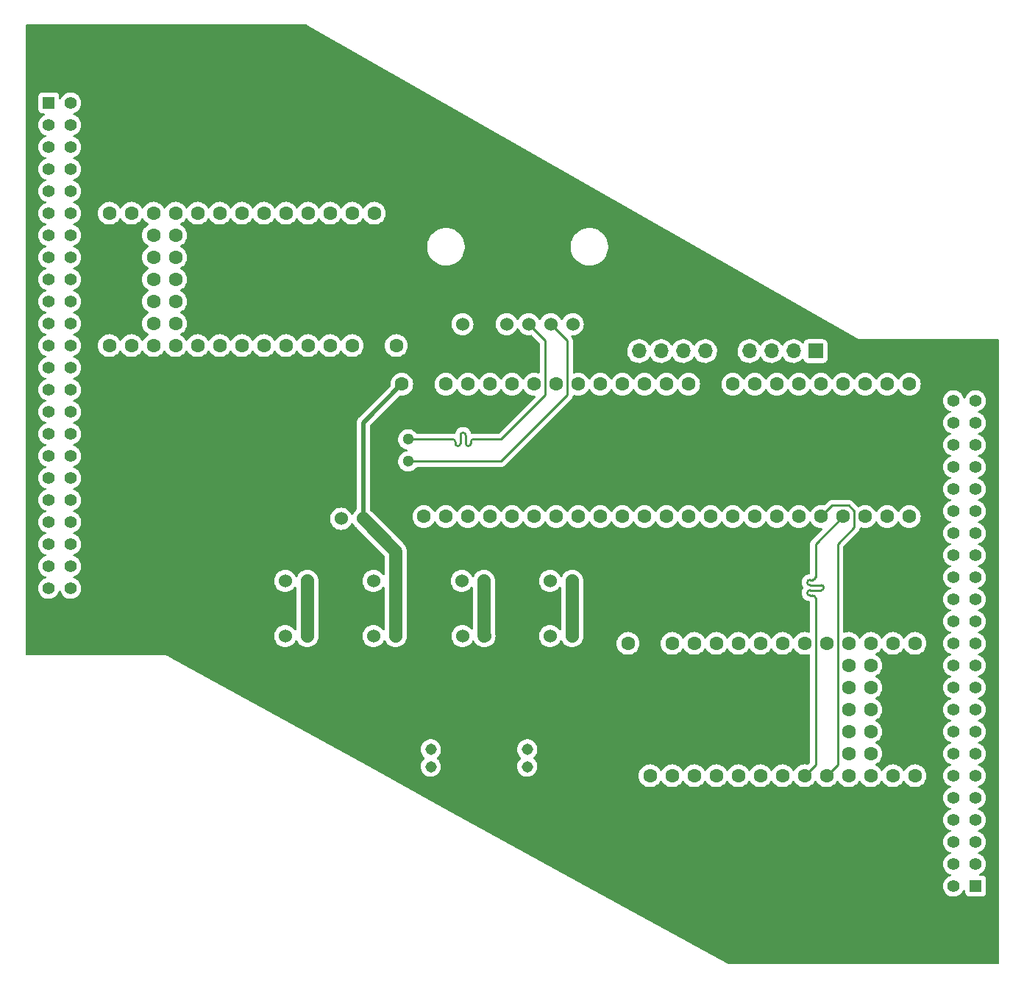
<source format=gbr>
%TF.GenerationSoftware,KiCad,Pcbnew,(6.0.5)*%
%TF.CreationDate,2022-07-10T16:44:06-04:00*%
%TF.ProjectId,64-STEPPER-CONTROLLER,36342d53-5445-4505-9045-522d434f4e54,rev?*%
%TF.SameCoordinates,Original*%
%TF.FileFunction,Copper,L2,Bot*%
%TF.FilePolarity,Positive*%
%FSLAX46Y46*%
G04 Gerber Fmt 4.6, Leading zero omitted, Abs format (unit mm)*
G04 Created by KiCad (PCBNEW (6.0.5)) date 2022-07-10 16:44:06*
%MOMM*%
%LPD*%
G01*
G04 APERTURE LIST*
%TA.AperFunction,ComponentPad*%
%ADD10C,1.524000*%
%TD*%
%TA.AperFunction,ComponentPad*%
%ADD11R,1.600000X1.600000*%
%TD*%
%TA.AperFunction,ComponentPad*%
%ADD12C,1.600000*%
%TD*%
%TA.AperFunction,ComponentPad*%
%ADD13C,1.300000*%
%TD*%
%TA.AperFunction,ComponentPad*%
%ADD14C,4.400000*%
%TD*%
%TA.AperFunction,ComponentPad*%
%ADD15C,1.308000*%
%TD*%
%TA.AperFunction,ComponentPad*%
%ADD16R,1.700000X1.700000*%
%TD*%
%TA.AperFunction,ComponentPad*%
%ADD17O,1.700000X1.700000*%
%TD*%
%TA.AperFunction,ComponentPad*%
%ADD18R,1.390000X1.390000*%
%TD*%
%TA.AperFunction,ComponentPad*%
%ADD19C,1.390000*%
%TD*%
%TA.AperFunction,ViaPad*%
%ADD20C,0.500000*%
%TD*%
%TA.AperFunction,Conductor*%
%ADD21C,0.500000*%
%TD*%
%TA.AperFunction,Conductor*%
%ADD22C,1.500000*%
%TD*%
%TA.AperFunction,Conductor*%
%ADD23C,0.254000*%
%TD*%
G04 APERTURE END LIST*
D10*
%TO.P,J3,1,Pin_1*%
%TO.N,+5V*%
X123115000Y-95040000D03*
%TO.P,J3,2,Pin_2*%
%TO.N,LED5*%
X120575000Y-95040000D03*
%TO.P,J3,3,Pin_3*%
%TO.N,GND*%
X118035000Y-95040000D03*
%TD*%
D11*
%TO.P,U3,1,GND*%
%TO.N,GND*%
X133985000Y-87630000D03*
D12*
%TO.P,U3,2,0_RX1_CRX2_CS1*%
%TO.N,LED1*%
X136525000Y-87630000D03*
%TO.P,U3,3,1_TX1_CTX2_MISO1*%
%TO.N,LED5*%
X139065000Y-87630000D03*
%TO.P,U3,4,2_OUT2*%
%TO.N,LED9*%
X141605000Y-87630000D03*
%TO.P,U3,5,3_LRCLK2*%
%TO.N,LED2*%
X144145000Y-87630000D03*
%TO.P,U3,6,4_BCLK2*%
%TO.N,LED6*%
X146685000Y-87630000D03*
%TO.P,U3,7,5_IN2*%
%TO.N,LED3*%
X149225000Y-87630000D03*
%TO.P,U3,8,6_OUT1D*%
%TO.N,LED7*%
X151765000Y-87630000D03*
%TO.P,U3,9,7_RX2_OUT1A*%
%TO.N,LED4*%
X154305000Y-87630000D03*
%TO.P,U3,10,8_TX2_IN1*%
%TO.N,LED8*%
X156845000Y-87630000D03*
%TO.P,U3,11,9_OUT1C*%
%TO.N,SER8*%
X159385000Y-87630000D03*
%TO.P,U3,12,10_CS_MQSR*%
%TO.N,SER1*%
X161925000Y-87630000D03*
%TO.P,U3,13,11_MOSI_CTX1*%
%TO.N,MOSI*%
X164465000Y-87630000D03*
%TO.P,U3,14,12_MISO_MQSL*%
%TO.N,MISO*%
X167005000Y-87630000D03*
%TO.P,U3,15,3V3*%
%TO.N,unconnected-(U3-Pad15)*%
X169545000Y-87630000D03*
%TO.P,U3,16,24_A10_TX6_SCL2*%
%TO.N,SER2*%
X172085000Y-87630000D03*
%TO.P,U3,17,25_A11_RX6_SDA2*%
%TO.N,SRCLK3*%
X174625000Y-87630000D03*
%TO.P,U3,18,26_A12_MOSI1*%
%TO.N,RCLK1*%
X177165000Y-87630000D03*
%TO.P,U3,19,27_A13_SCK1*%
%TO.N,~{OE1}*%
X179705000Y-87630000D03*
%TO.P,U3,20,28_RX7*%
%TO.N,RX1*%
X182245000Y-87630000D03*
%TO.P,U3,21,29_TX7*%
%TO.N,TX1*%
X184785000Y-87630000D03*
%TO.P,U3,22,30_CRX3*%
%TO.N,~{SRCLR1}*%
X187325000Y-87630000D03*
%TO.P,U3,23,31_CTX3*%
%TO.N,SRCLK2*%
X189865000Y-87630000D03*
%TO.P,U3,24,32_OUT1B*%
%TO.N,SRCLK1*%
X192405000Y-87630000D03*
%TO.P,U3,25,33_MCLK2*%
%TO.N,SER4*%
X192405000Y-72390000D03*
%TO.P,U3,26,34_RX8*%
%TO.N,RX2*%
X189865000Y-72390000D03*
%TO.P,U3,27,35_TX8*%
%TO.N,TX2*%
X187325000Y-72390000D03*
%TO.P,U3,28,36_CS*%
%TO.N,CS2*%
X184785000Y-72390000D03*
%TO.P,U3,29,37_CS*%
%TO.N,CS1*%
X182245000Y-72390000D03*
%TO.P,U3,30,38_CS1_IN1*%
%TO.N,DC*%
X179705000Y-72390000D03*
%TO.P,U3,31,39_MISO1_OUT1A*%
%TO.N,RST*%
X177165000Y-72390000D03*
%TO.P,U3,32,40_A16*%
%TO.N,SER3*%
X174625000Y-72390000D03*
%TO.P,U3,33,41_A17*%
%TO.N,SRCLK4*%
X172085000Y-72390000D03*
%TO.P,U3,34,GND*%
%TO.N,GND*%
X169545000Y-72390000D03*
%TO.P,U3,35,13_SCK_LED*%
%TO.N,SCK*%
X167005000Y-72390000D03*
%TO.P,U3,36,14_A0_TX3_SPDIF_OUT*%
%TO.N,SER7*%
X164465000Y-72390000D03*
%TO.P,U3,37,15_A1_RX3_SPDIF_IN*%
%TO.N,SRCLK8*%
X161925000Y-72390000D03*
%TO.P,U3,38,16_A2_RX4_SCL1*%
%TO.N,SER6*%
X159385000Y-72390000D03*
%TO.P,U3,39,17_A3_TX4_SDA1*%
%TO.N,SRCLK7*%
X156845000Y-72390000D03*
%TO.P,U3,40,18_A4_SDA*%
%TO.N,RCLK2*%
X154305000Y-72390000D03*
%TO.P,U3,41,19_A5_SCL*%
%TO.N,~{OE2}*%
X151765000Y-72390000D03*
%TO.P,U3,42,20_A6_TX5_LRCLK1*%
%TO.N,~{SRCLR2}*%
X149225000Y-72390000D03*
%TO.P,U3,43,21_A7_RX5_BCLK1*%
%TO.N,SRCLK6*%
X146685000Y-72390000D03*
%TO.P,U3,44,22_A8_CTX1*%
%TO.N,SRCLK5*%
X144145000Y-72390000D03*
%TO.P,U3,45,23_A9_CRX1_MCLK1*%
%TO.N,SER5*%
X141605000Y-72390000D03*
%TO.P,U3,46,3V3*%
%TO.N,unconnected-(U3-Pad46)*%
X139065000Y-72390000D03*
%TO.P,U3,47,GND*%
%TO.N,GND*%
X136525000Y-72390000D03*
%TO.P,U3,48,VIN*%
%TO.N,+5V*%
X133985000Y-72390000D03*
D13*
%TO.P,U3,66,D-*%
%TO.N,D-*%
X134715000Y-78740000D03*
%TO.P,U3,67,D+*%
%TO.N,D+*%
X134715000Y-81280000D03*
%TD*%
D10*
%TO.P,J7,1,Pin_1*%
%TO.N,+5V*%
X123115000Y-101390000D03*
%TO.P,J7,2,Pin_2*%
%TO.N,LED9*%
X120575000Y-101390000D03*
%TO.P,J7,3,Pin_3*%
%TO.N,GND*%
X118035000Y-101390000D03*
%TD*%
%TO.P,J6,1,Pin_1*%
%TO.N,+5V*%
X153595000Y-95040000D03*
%TO.P,J6,2,Pin_2*%
%TO.N,LED4*%
X151055000Y-95040000D03*
%TO.P,J6,3,Pin_3*%
%TO.N,GND*%
X148515000Y-95040000D03*
%TD*%
D12*
%TO.P,U4,1,GND*%
%TO.N,GND*%
X133350000Y-52705000D03*
%TO.P,U4,2,0_RX1_CRX2_CS1*%
%TO.N,5A4STEP*%
X130810000Y-52705000D03*
%TO.P,U4,3,1_TX1_CTX2_MISO1*%
%TO.N,5A8STEP*%
X128270000Y-52705000D03*
%TO.P,U4,4,2_OUT2*%
%TO.N,5A3STEP*%
X125730000Y-52705000D03*
%TO.P,U4,5,3_LRCLK2*%
%TO.N,5A7STEP*%
X123190000Y-52705000D03*
%TO.P,U4,6,4_BCLK2*%
%TO.N,5A2STEP*%
X120650000Y-52705000D03*
%TO.P,U4,7,5_IN2*%
%TO.N,5A6STEP*%
X118110000Y-52705000D03*
%TO.P,U4,8,6_OUT1D*%
%TO.N,5A1STEP*%
X115570000Y-52705000D03*
%TO.P,U4,9,7_RX2_OUT1A*%
%TO.N,TX2*%
X113030000Y-52705000D03*
%TO.P,U4,10,8_TX2_IN1*%
%TO.N,RX2*%
X110490000Y-52705000D03*
%TO.P,U4,11,9_OUT1C*%
%TO.N,5A5STEP*%
X107950000Y-52705000D03*
%TO.P,U4,12,10_CS_MQSR*%
%TO.N,6A4STEP*%
X105410000Y-52705000D03*
%TO.P,U4,13,11_MOSI_CTX1*%
%TO.N,6A8STEP*%
X102870000Y-52705000D03*
%TO.P,U4,14,12_MISO_MQSL*%
%TO.N,6A3STEP*%
X100330000Y-52705000D03*
%TO.P,U4,20,13_SCK_CRX1_LED*%
%TO.N,7A1STEP*%
X100330000Y-67945000D03*
%TO.P,U4,21,14_A0_TX3_SPDIF_OUT*%
%TO.N,7A6STEP*%
X102870000Y-67945000D03*
%TO.P,U4,22,15_A1_RX3_SPDIF_IN*%
%TO.N,7A5STEP*%
X105410000Y-67945000D03*
%TO.P,U4,23,16_A2_RX4_SCL1*%
%TO.N,8A4STEP*%
X107950000Y-67945000D03*
%TO.P,U4,24,17_A3_TX4_SDA1*%
%TO.N,8A8STEP*%
X110490000Y-67945000D03*
%TO.P,U4,25,18_A4_SDA0*%
%TO.N,8A3STEP*%
X113030000Y-67945000D03*
%TO.P,U4,26,19_A5_SCL0*%
%TO.N,8A7STEP*%
X115570000Y-67945000D03*
%TO.P,U4,27,20_A6_TX5_LRCLK1*%
%TO.N,8A2STEP*%
X118110000Y-67945000D03*
%TO.P,U4,28,21_A7_RX5_BCLK1*%
%TO.N,8A6STEP*%
X120650000Y-67945000D03*
%TO.P,U4,29,22_A8_CTX1*%
%TO.N,8A1STEP*%
X123190000Y-67945000D03*
%TO.P,U4,30,23_A9_CRX1_MCLK1*%
%TO.N,8A5STEP*%
X125730000Y-67945000D03*
%TO.P,U4,31,3V3*%
%TO.N,unconnected-(U4-Pad31)*%
X128270000Y-67945000D03*
%TO.P,U4,32,GND*%
%TO.N,GND*%
X130810000Y-67945000D03*
%TO.P,U4,33,VIN*%
%TO.N,+5V*%
X133350000Y-67945000D03*
%TO.P,U4,35,24_A10_TX6_SCL2*%
%TO.N,7A7STEP*%
X105410000Y-65405000D03*
%TO.P,U4,36,25_A11_RX6_SDA2*%
%TO.N,7A2STEP*%
X107950000Y-65405000D03*
%TO.P,U4,37,26_A12_MOSI1*%
%TO.N,7A8STEP*%
X105410000Y-62865000D03*
%TO.P,U4,38,27_A13_SCK1*%
%TO.N,7A3STEP*%
X107950000Y-62865000D03*
%TO.P,U4,39,28_RX7*%
%TO.N,6A5STEP*%
X105410000Y-60325000D03*
%TO.P,U4,40,29_TX7*%
%TO.N,7A4STEP*%
X107950000Y-60325000D03*
%TO.P,U4,41,30_CRX3*%
%TO.N,6A6STEP*%
X105410000Y-57785000D03*
%TO.P,U4,42,31_CTX3*%
%TO.N,6A1STEP*%
X107950000Y-57785000D03*
%TO.P,U4,43,32_OUT1B*%
%TO.N,6A7STEP*%
X105410000Y-55245000D03*
%TO.P,U4,44,33_MCLK2*%
%TO.N,6A2STEP*%
X107950000Y-55245000D03*
%TD*%
D10*
%TO.P,U2,6,CC2*%
%TO.N,unconnected-(U2-Pad6)*%
X153670000Y-65470000D03*
%TO.P,U2,5,D+*%
%TO.N,D+*%
X151130000Y-65470000D03*
%TO.P,U2,4,D-*%
%TO.N,D-*%
X148590000Y-65470000D03*
%TO.P,U2,3,CC1*%
%TO.N,unconnected-(U2-Pad3)*%
X146050000Y-65470000D03*
%TO.P,U2,2,GND*%
%TO.N,GND*%
X143510000Y-65470000D03*
%TO.P,U2,1,VBUS*%
%TO.N,unconnected-(U2-Pad1)*%
X140970000Y-65470000D03*
%TD*%
D14*
%TO.P,J15,1,Pin_1*%
%TO.N,GND*%
X198424800Y-135077200D03*
%TD*%
D10*
%TO.P,J11,1,Pin_1*%
%TO.N,+5V*%
X153595000Y-101390000D03*
%TO.P,J11,2,Pin_2*%
%TO.N,LED8*%
X151055000Y-101390000D03*
%TO.P,J11,3,Pin_3*%
%TO.N,GND*%
X148515000Y-101390000D03*
%TD*%
%TO.P,J12,3,Pin_3*%
%TO.N,GND*%
X124460000Y-87884000D03*
%TO.P,J12,2,Pin_2*%
%TO.N,LED1*%
X127000000Y-87884000D03*
%TO.P,J12,1,Pin_1*%
%TO.N,+5V*%
X129540000Y-87884000D03*
%TD*%
D15*
%TO.P,J10,S1*%
%TO.N,N/C*%
X137325000Y-114430000D03*
%TO.P,J10,S2*%
X137325000Y-116430000D03*
%TO.P,J10,S3*%
X148425000Y-114430000D03*
%TO.P,J10,S4*%
X148425000Y-116430000D03*
%TD*%
D10*
%TO.P,J8,1,Pin_1*%
%TO.N,+5V*%
X133275000Y-101390000D03*
%TO.P,J8,2,Pin_2*%
%TO.N,LED6*%
X130735000Y-101390000D03*
%TO.P,J8,3,Pin_3*%
%TO.N,GND*%
X128195000Y-101390000D03*
%TD*%
%TO.P,J4,1,Pin_1*%
%TO.N,+5V*%
X133275000Y-95040000D03*
%TO.P,J4,2,Pin_2*%
%TO.N,LED2*%
X130735000Y-95040000D03*
%TO.P,J4,3,Pin_3*%
%TO.N,GND*%
X128195000Y-95040000D03*
%TD*%
%TO.P,J5,1,Pin_1*%
%TO.N,+5V*%
X143435000Y-95040000D03*
%TO.P,J5,2,Pin_2*%
%TO.N,LED3*%
X140895000Y-95040000D03*
%TO.P,J5,3,Pin_3*%
%TO.N,GND*%
X138355000Y-95040000D03*
%TD*%
D12*
%TO.P,U1,1,GND*%
%TO.N,GND*%
X160020000Y-117475000D03*
%TO.P,U1,2,0_RX1_CRX2_CS1*%
%TO.N,1A4STEP*%
X162560000Y-117475000D03*
%TO.P,U1,3,1_TX1_CTX2_MISO1*%
%TO.N,1A8STEP*%
X165100000Y-117475000D03*
%TO.P,U1,4,2_OUT2*%
%TO.N,1A3STEP*%
X167640000Y-117475000D03*
%TO.P,U1,5,3_LRCLK2*%
%TO.N,1A7STEP*%
X170180000Y-117475000D03*
%TO.P,U1,6,4_BCLK2*%
%TO.N,1A2STEP*%
X172720000Y-117475000D03*
%TO.P,U1,7,5_IN2*%
%TO.N,1A6STEP*%
X175260000Y-117475000D03*
%TO.P,U1,8,6_OUT1D*%
%TO.N,1A1STEP*%
X177800000Y-117475000D03*
%TO.P,U1,9,7_RX2_OUT1A*%
%TO.N,TX1*%
X180340000Y-117475000D03*
%TO.P,U1,10,8_TX2_IN1*%
%TO.N,RX1*%
X182880000Y-117475000D03*
%TO.P,U1,11,9_OUT1C*%
%TO.N,1A5STEP*%
X185420000Y-117475000D03*
%TO.P,U1,12,10_CS_MQSR*%
%TO.N,2A4STEP*%
X187960000Y-117475000D03*
%TO.P,U1,13,11_MOSI_CTX1*%
%TO.N,2A8STEP*%
X190500000Y-117475000D03*
%TO.P,U1,14,12_MISO_MQSL*%
%TO.N,2A3STEP*%
X193040000Y-117475000D03*
%TO.P,U1,20,13_SCK_CRX1_LED*%
%TO.N,3A1STEP*%
X193040000Y-102235000D03*
%TO.P,U1,21,14_A0_TX3_SPDIF_OUT*%
%TO.N,3A6STEP*%
X190500000Y-102235000D03*
%TO.P,U1,22,15_A1_RX3_SPDIF_IN*%
%TO.N,3A5STEP*%
X187960000Y-102235000D03*
%TO.P,U1,23,16_A2_RX4_SCL1*%
%TO.N,4A4STEP*%
X185420000Y-102235000D03*
%TO.P,U1,24,17_A3_TX4_SDA1*%
%TO.N,4A8STEP*%
X182880000Y-102235000D03*
%TO.P,U1,25,18_A4_SDA0*%
%TO.N,4A3STEP*%
X180340000Y-102235000D03*
%TO.P,U1,26,19_A5_SCL0*%
%TO.N,4A7STEP*%
X177800000Y-102235000D03*
%TO.P,U1,27,20_A6_TX5_LRCLK1*%
%TO.N,4A2STEP*%
X175260000Y-102235000D03*
%TO.P,U1,28,21_A7_RX5_BCLK1*%
%TO.N,4A6STEP*%
X172720000Y-102235000D03*
%TO.P,U1,29,22_A8_CTX1*%
%TO.N,4A1STEP*%
X170180000Y-102235000D03*
%TO.P,U1,30,23_A9_CRX1_MCLK1*%
%TO.N,4A5STEP*%
X167640000Y-102235000D03*
%TO.P,U1,31,3V3*%
%TO.N,unconnected-(U1-Pad31)*%
X165100000Y-102235000D03*
%TO.P,U1,32,GND*%
%TO.N,GND*%
X162560000Y-102235000D03*
%TO.P,U1,33,VIN*%
%TO.N,+5V*%
X160020000Y-102235000D03*
%TO.P,U1,35,24_A10_TX6_SCL2*%
%TO.N,3A7STEP*%
X187960000Y-104775000D03*
%TO.P,U1,36,25_A11_RX6_SDA2*%
%TO.N,3A2STEP*%
X185420000Y-104775000D03*
%TO.P,U1,37,26_A12_MOSI1*%
%TO.N,3A8STEP*%
X187960000Y-107315000D03*
%TO.P,U1,38,27_A13_SCK1*%
%TO.N,3A3STEP*%
X185420000Y-107315000D03*
%TO.P,U1,39,28_RX7*%
%TO.N,2A5STEP*%
X187960000Y-109855000D03*
%TO.P,U1,40,29_TX7*%
%TO.N,3A4STEP*%
X185420000Y-109855000D03*
%TO.P,U1,41,30_CRX3*%
%TO.N,2A6STEP*%
X187960000Y-112395000D03*
%TO.P,U1,42,31_CTX3*%
%TO.N,2A1STEP*%
X185420000Y-112395000D03*
%TO.P,U1,43,32_OUT1B*%
%TO.N,2A7STEP*%
X187960000Y-114935000D03*
%TO.P,U1,44,33_MCLK2*%
%TO.N,2A2STEP*%
X185420000Y-114935000D03*
%TD*%
D16*
%TO.P,J13,1,Pin_1*%
%TO.N,CS2*%
X181610000Y-68580000D03*
D17*
%TO.P,J13,2,Pin_2*%
%TO.N,CS1*%
X179070000Y-68580000D03*
%TO.P,J13,3,Pin_3*%
%TO.N,DC*%
X176530000Y-68580000D03*
%TO.P,J13,4,Pin_4*%
%TO.N,RST*%
X173990000Y-68580000D03*
%TO.P,J13,5,Pin_5*%
%TO.N,GND*%
X171450000Y-68580000D03*
%TO.P,J13,6,Pin_6*%
%TO.N,MISO*%
X168910000Y-68580000D03*
%TO.P,J13,7,Pin_7*%
%TO.N,SCK*%
X166370000Y-68580000D03*
%TO.P,J13,8,Pin_8*%
%TO.N,MOSI*%
X163830000Y-68580000D03*
%TO.P,J13,9,Pin_9*%
%TO.N,+5V*%
X161290000Y-68580000D03*
%TD*%
D10*
%TO.P,J9,1,Pin_1*%
%TO.N,+5V*%
X143510000Y-101390000D03*
%TO.P,J9,2,Pin_2*%
%TO.N,LED7*%
X140970000Y-101390000D03*
%TO.P,J9,3,Pin_3*%
%TO.N,GND*%
X138430000Y-101390000D03*
%TD*%
D14*
%TO.P,J14,1,Pin_1*%
%TO.N,GND*%
X94945200Y-35102800D03*
%TD*%
D18*
%TO.P,J2,01,01*%
%TO.N,5A8STEP*%
X93345000Y-40005000D03*
D19*
%TO.P,J2,02,02*%
%TO.N,5A4STEP*%
X95885000Y-40005000D03*
%TO.P,J2,03,03*%
%TO.N,5A7STEP*%
X93345000Y-42545000D03*
%TO.P,J2,04,04*%
%TO.N,5A3STEP*%
X95885000Y-42545000D03*
%TO.P,J2,05,05*%
%TO.N,5A6STEP*%
X93345000Y-45085000D03*
%TO.P,J2,06,06*%
%TO.N,5A2STEP*%
X95885000Y-45085000D03*
%TO.P,J2,07,07*%
%TO.N,5A5STEP*%
X93345000Y-47625000D03*
%TO.P,J2,08,08*%
%TO.N,5A1STEP*%
X95885000Y-47625000D03*
%TO.P,J2,09,09*%
%TO.N,6A8STEP*%
X93345000Y-50165000D03*
%TO.P,J2,10,10*%
%TO.N,6A4STEP*%
X95885000Y-50165000D03*
%TO.P,J2,11,11*%
%TO.N,6A7STEP*%
X93345000Y-52705000D03*
%TO.P,J2,12,12*%
%TO.N,6A3STEP*%
X95885000Y-52705000D03*
%TO.P,J2,13,13*%
%TO.N,6A6STEP*%
X93345000Y-55245000D03*
%TO.P,J2,14,14*%
%TO.N,6A2STEP*%
X95885000Y-55245000D03*
%TO.P,J2,15,15*%
%TO.N,6A5STEP*%
X93345000Y-57785000D03*
%TO.P,J2,16,16*%
%TO.N,6A1STEP*%
X95885000Y-57785000D03*
%TO.P,J2,17,17*%
%TO.N,7A8STEP*%
X93345000Y-60325000D03*
%TO.P,J2,18,18*%
%TO.N,7A4STEP*%
X95885000Y-60325000D03*
%TO.P,J2,19,19*%
%TO.N,7A7STEP*%
X93345000Y-62865000D03*
%TO.P,J2,20,20*%
%TO.N,7A3STEP*%
X95885000Y-62865000D03*
%TO.P,J2,21,21*%
%TO.N,7A6STEP*%
X93345000Y-65405000D03*
%TO.P,J2,22,22*%
%TO.N,7A2STEP*%
X95885000Y-65405000D03*
%TO.P,J2,23,23*%
%TO.N,7A5STEP*%
X93345000Y-67945000D03*
%TO.P,J2,24,24*%
%TO.N,7A1STEP*%
X95885000Y-67945000D03*
%TO.P,J2,25,25*%
%TO.N,8A8STEP*%
X93345000Y-70485000D03*
%TO.P,J2,26,26*%
%TO.N,8A4STEP*%
X95885000Y-70485000D03*
%TO.P,J2,27,27*%
%TO.N,8A7STEP*%
X93345000Y-73025000D03*
%TO.P,J2,28,28*%
%TO.N,8A3STEP*%
X95885000Y-73025000D03*
%TO.P,J2,29,29*%
%TO.N,8A6STEP*%
X93345000Y-75565000D03*
%TO.P,J2,30,30*%
%TO.N,8A2STEP*%
X95885000Y-75565000D03*
%TO.P,J2,31,31*%
%TO.N,8A5STEP*%
X93345000Y-78105000D03*
%TO.P,J2,32,32*%
%TO.N,8A1STEP*%
X95885000Y-78105000D03*
%TO.P,J2,33,33*%
%TO.N,SRCLK5*%
X93345000Y-80645000D03*
%TO.P,J2,34,34*%
%TO.N,SER5*%
X95885000Y-80645000D03*
%TO.P,J2,35,35*%
%TO.N,~{SRCLR2}*%
X93345000Y-83185000D03*
%TO.P,J2,36,36*%
%TO.N,SRCLK6*%
X95885000Y-83185000D03*
%TO.P,J2,37,37*%
%TO.N,RCLK2*%
X93345000Y-85725000D03*
%TO.P,J2,38,38*%
%TO.N,~{OE2}*%
X95885000Y-85725000D03*
%TO.P,J2,39,39*%
%TO.N,SER6*%
X93345000Y-88265000D03*
%TO.P,J2,40,40*%
%TO.N,SRCLK7*%
X95885000Y-88265000D03*
%TO.P,J2,41,41*%
%TO.N,SER7*%
X93345000Y-90805000D03*
%TO.P,J2,42,42*%
%TO.N,SRCLK8*%
X95885000Y-90805000D03*
%TO.P,J2,43,43*%
%TO.N,SER8*%
X93345000Y-93345000D03*
%TO.P,J2,44,44*%
%TO.N,unconnected-(J2-Pad44)*%
X95885000Y-93345000D03*
%TO.P,J2,45,45*%
%TO.N,unconnected-(J2-Pad45)*%
X93345000Y-95885000D03*
%TO.P,J2,46,46*%
%TO.N,unconnected-(J2-Pad46)*%
X95885000Y-95885000D03*
%TO.P,J2,47,47*%
%TO.N,GND*%
X93345000Y-98425000D03*
%TO.P,J2,48,48*%
X95885000Y-98425000D03*
%TO.P,J2,49,49*%
X93345000Y-100965000D03*
%TO.P,J2,50,50*%
X95885000Y-100965000D03*
%TD*%
D18*
%TO.P,J1,01,01*%
%TO.N,1A8STEP*%
X200025000Y-130175000D03*
D19*
%TO.P,J1,02,02*%
%TO.N,1A4STEP*%
X197485000Y-130175000D03*
%TO.P,J1,03,03*%
%TO.N,1A7STEP*%
X200025000Y-127635000D03*
%TO.P,J1,04,04*%
%TO.N,1A3STEP*%
X197485000Y-127635000D03*
%TO.P,J1,05,05*%
%TO.N,1A6STEP*%
X200025000Y-125095000D03*
%TO.P,J1,06,06*%
%TO.N,1A2STEP*%
X197485000Y-125095000D03*
%TO.P,J1,07,07*%
%TO.N,1A5STEP*%
X200025000Y-122555000D03*
%TO.P,J1,08,08*%
%TO.N,1A1STEP*%
X197485000Y-122555000D03*
%TO.P,J1,09,09*%
%TO.N,2A8STEP*%
X200025000Y-120015000D03*
%TO.P,J1,10,10*%
%TO.N,2A4STEP*%
X197485000Y-120015000D03*
%TO.P,J1,11,11*%
%TO.N,2A7STEP*%
X200025000Y-117475000D03*
%TO.P,J1,12,12*%
%TO.N,2A3STEP*%
X197485000Y-117475000D03*
%TO.P,J1,13,13*%
%TO.N,2A6STEP*%
X200025000Y-114935000D03*
%TO.P,J1,14,14*%
%TO.N,2A2STEP*%
X197485000Y-114935000D03*
%TO.P,J1,15,15*%
%TO.N,2A5STEP*%
X200025000Y-112395000D03*
%TO.P,J1,16,16*%
%TO.N,2A1STEP*%
X197485000Y-112395000D03*
%TO.P,J1,17,17*%
%TO.N,3A8STEP*%
X200025000Y-109855000D03*
%TO.P,J1,18,18*%
%TO.N,3A4STEP*%
X197485000Y-109855000D03*
%TO.P,J1,19,19*%
%TO.N,3A7STEP*%
X200025000Y-107315000D03*
%TO.P,J1,20,20*%
%TO.N,3A3STEP*%
X197485000Y-107315000D03*
%TO.P,J1,21,21*%
%TO.N,3A6STEP*%
X200025000Y-104775000D03*
%TO.P,J1,22,22*%
%TO.N,3A2STEP*%
X197485000Y-104775000D03*
%TO.P,J1,23,23*%
%TO.N,3A5STEP*%
X200025000Y-102235000D03*
%TO.P,J1,24,24*%
%TO.N,3A1STEP*%
X197485000Y-102235000D03*
%TO.P,J1,25,25*%
%TO.N,4A8STEP*%
X200025000Y-99695000D03*
%TO.P,J1,26,26*%
%TO.N,4A4STEP*%
X197485000Y-99695000D03*
%TO.P,J1,27,27*%
%TO.N,4A7STEP*%
X200025000Y-97155000D03*
%TO.P,J1,28,28*%
%TO.N,4A3STEP*%
X197485000Y-97155000D03*
%TO.P,J1,29,29*%
%TO.N,4A6STEP*%
X200025000Y-94615000D03*
%TO.P,J1,30,30*%
%TO.N,4A2STEP*%
X197485000Y-94615000D03*
%TO.P,J1,31,31*%
%TO.N,4A5STEP*%
X200025000Y-92075000D03*
%TO.P,J1,32,32*%
%TO.N,4A1STEP*%
X197485000Y-92075000D03*
%TO.P,J1,33,33*%
%TO.N,SRCLK1*%
X200025000Y-89535000D03*
%TO.P,J1,34,34*%
%TO.N,SER1*%
X197485000Y-89535000D03*
%TO.P,J1,35,35*%
%TO.N,~{SRCLR1}*%
X200025000Y-86995000D03*
%TO.P,J1,36,36*%
%TO.N,SRCLK2*%
X197485000Y-86995000D03*
%TO.P,J1,37,37*%
%TO.N,RCLK1*%
X200025000Y-84455000D03*
%TO.P,J1,38,38*%
%TO.N,~{OE1}*%
X197485000Y-84455000D03*
%TO.P,J1,39,39*%
%TO.N,SER2*%
X200025000Y-81915000D03*
%TO.P,J1,40,40*%
%TO.N,SRCLK3*%
X197485000Y-81915000D03*
%TO.P,J1,41,41*%
%TO.N,SER3*%
X200025000Y-79375000D03*
%TO.P,J1,42,42*%
%TO.N,SRCLK4*%
X197485000Y-79375000D03*
%TO.P,J1,43,43*%
%TO.N,SER4*%
X200025000Y-76835000D03*
%TO.P,J1,44,44*%
%TO.N,unconnected-(J1-Pad44)*%
X197485000Y-76835000D03*
%TO.P,J1,45,45*%
%TO.N,unconnected-(J1-Pad45)*%
X200025000Y-74295000D03*
%TO.P,J1,46,46*%
%TO.N,unconnected-(J1-Pad46)*%
X197485000Y-74295000D03*
%TO.P,J1,47,47*%
%TO.N,GND*%
X200025000Y-71755000D03*
%TO.P,J1,48,48*%
X197485000Y-71755000D03*
%TO.P,J1,49,49*%
X200025000Y-69215000D03*
%TO.P,J1,50,50*%
X197485000Y-69215000D03*
%TD*%
D20*
%TO.N,GND*%
X151130000Y-108585000D03*
X193675000Y-69215000D03*
X191135000Y-69215000D03*
X153670000Y-111125000D03*
X172085000Y-75565000D03*
X100330000Y-98425000D03*
X156210000Y-111125000D03*
X153670000Y-108585000D03*
X132080000Y-50165000D03*
X170180000Y-75565000D03*
X102870000Y-100965000D03*
X173355000Y-66040000D03*
X156210000Y-108585000D03*
X151130000Y-111125000D03*
X134620000Y-50165000D03*
X138430000Y-66040000D03*
X170180000Y-66040000D03*
X100330000Y-100965000D03*
X102870000Y-98425000D03*
%TD*%
D21*
%TO.N,+5V*%
X129540000Y-76835000D02*
X129540000Y-87884000D01*
X133985000Y-72390000D02*
X129540000Y-76835000D01*
D22*
X133275000Y-91619000D02*
X129540000Y-87884000D01*
X133275000Y-95040000D02*
X133275000Y-91619000D01*
X153595000Y-101390000D02*
X153595000Y-95040000D01*
X143435000Y-101390000D02*
X143435000Y-95040000D01*
X133275000Y-101390000D02*
X133275000Y-95040000D01*
X123115000Y-101390000D02*
X123115000Y-95040000D01*
D23*
%TO.N,D-*%
X135207414Y-78740000D02*
X134715000Y-78740000D01*
X139840000Y-78740000D02*
X135207414Y-78740000D01*
X140140000Y-79210082D02*
X140140000Y-79040000D01*
X140740000Y-78269918D02*
X140740000Y-78740000D01*
X145415000Y-78740000D02*
X142240000Y-78740000D01*
X148590000Y-65470000D02*
X150495000Y-67375000D01*
X139840000Y-78740000D02*
G75*
G02*
X140140000Y-79040000I0J-300000D01*
G01*
X141940000Y-79040000D02*
X141940000Y-79210082D01*
X140140018Y-79210082D02*
G75*
G03*
X140440000Y-79510082I299982J-18D01*
G01*
X140740000Y-78740000D02*
X140740000Y-79210082D01*
X140440000Y-79510100D02*
G75*
G03*
X140740000Y-79210082I0J300000D01*
G01*
X141340000Y-79210082D02*
X141340000Y-79040000D01*
X140740018Y-78269918D02*
G75*
G02*
X141040000Y-77969918I299982J18D01*
G01*
X141040000Y-77969900D02*
G75*
G02*
X141340000Y-78269918I0J-300000D01*
G01*
X141340018Y-79210082D02*
G75*
G03*
X141640000Y-79510082I299982J-18D01*
G01*
X141640000Y-79510100D02*
G75*
G03*
X141940000Y-79210082I0J300000D01*
G01*
X150495000Y-73660000D02*
X145415000Y-78740000D01*
X141940000Y-79040000D02*
G75*
G02*
X142240000Y-78740000I300000J0D01*
G01*
%TO.N,D+*%
X153035000Y-73660000D02*
X153035000Y-67375000D01*
X145415000Y-81280000D02*
X153035000Y-73660000D01*
X153035000Y-67375000D02*
X151130000Y-65470000D01*
X134715000Y-81280000D02*
X145415000Y-81280000D01*
%TO.N,D-*%
X141340000Y-79040000D02*
X141340000Y-78269918D01*
X150495000Y-67375000D02*
X150495000Y-73660000D01*
%TO.N,TX1*%
X182265654Y-96115000D02*
X181610000Y-96115000D01*
X181310000Y-94915000D02*
X180954346Y-94915000D01*
X181610000Y-97015000D02*
X181610000Y-99465496D01*
X180954346Y-95515000D02*
X181310000Y-95515000D01*
X180954346Y-96715000D02*
X181310000Y-96715000D01*
X181610000Y-116205000D02*
X180340000Y-117475000D01*
X181610000Y-96115000D02*
X180954346Y-96115000D01*
X181610000Y-99465496D02*
X181610000Y-116205000D01*
X181310000Y-95515000D02*
X182265654Y-95515000D01*
X184785000Y-87630000D02*
X181610000Y-90805000D01*
X181610000Y-90805000D02*
X181610000Y-94615000D01*
X180654300Y-95215000D02*
G75*
G02*
X180954346Y-94915000I300000J0D01*
G01*
X180654300Y-96415000D02*
G75*
G02*
X180954346Y-96115000I300000J0D01*
G01*
X181310000Y-94915000D02*
G75*
G03*
X181610000Y-94615000I0J300000D01*
G01*
X180954346Y-96714954D02*
G75*
G02*
X180654346Y-96415000I-46J299954D01*
G01*
X180954346Y-95514954D02*
G75*
G02*
X180654346Y-95215000I-46J299954D01*
G01*
X182565700Y-95815000D02*
G75*
G03*
X182265654Y-95515000I-300000J0D01*
G01*
X181610000Y-97015000D02*
G75*
G03*
X181310000Y-96715000I-300000J0D01*
G01*
X182265654Y-96114954D02*
G75*
G03*
X182565654Y-95815000I46J299954D01*
G01*
%TO.N,RX1*%
X182245000Y-87630000D02*
X183515000Y-86360000D01*
X183515000Y-86360000D02*
X185420000Y-86360000D01*
X186055000Y-86995000D02*
X186055000Y-88900000D01*
X184150000Y-90805000D02*
X184150000Y-116205000D01*
X185420000Y-86360000D02*
X186055000Y-86995000D01*
X184150000Y-116205000D02*
X182880000Y-117475000D01*
X186055000Y-88900000D02*
X184150000Y-90805000D01*
%TD*%
%TA.AperFunction,Conductor*%
%TO.N,GND*%
G36*
X123084262Y-31005034D02*
G01*
X186381216Y-67084299D01*
X186398312Y-67096524D01*
X186401223Y-67098436D01*
X186407951Y-67104378D01*
X186451611Y-67124876D01*
X186460434Y-67129453D01*
X186469911Y-67134855D01*
X186474079Y-67136500D01*
X186474082Y-67136501D01*
X186484723Y-67140700D01*
X186492022Y-67143850D01*
X186531674Y-67162466D01*
X186539800Y-67166281D01*
X186548667Y-67167662D01*
X186555654Y-67169798D01*
X186562743Y-67171484D01*
X186571092Y-67174779D01*
X186580032Y-67175598D01*
X186580033Y-67175598D01*
X186623667Y-67179594D01*
X186631559Y-67180569D01*
X186645567Y-67182750D01*
X186645572Y-67182750D01*
X186650386Y-67183500D01*
X186660560Y-67183500D01*
X186672050Y-67184025D01*
X186716142Y-67188063D01*
X186724951Y-67186340D01*
X186724954Y-67186340D01*
X186727493Y-67185843D01*
X186751678Y-67183500D01*
X202565500Y-67183500D01*
X202633621Y-67203502D01*
X202680114Y-67257158D01*
X202691500Y-67309500D01*
X202691500Y-139065500D01*
X202671498Y-139133621D01*
X202617842Y-139180114D01*
X202565500Y-139191500D01*
X171613002Y-139191500D01*
X171552272Y-139175899D01*
X155132408Y-130143361D01*
X196276758Y-130143361D01*
X196291225Y-130364075D01*
X196345671Y-130578458D01*
X196438273Y-130779328D01*
X196441604Y-130784041D01*
X196441605Y-130784043D01*
X196538773Y-130921531D01*
X196565931Y-130959959D01*
X196724368Y-131114302D01*
X196908279Y-131237188D01*
X196913587Y-131239469D01*
X196913588Y-131239469D01*
X197106202Y-131322222D01*
X197106205Y-131322223D01*
X197111505Y-131324500D01*
X197117134Y-131325774D01*
X197117135Y-131325774D01*
X197321603Y-131372041D01*
X197321606Y-131372041D01*
X197327239Y-131373316D01*
X197333010Y-131373543D01*
X197333012Y-131373543D01*
X197399749Y-131376165D01*
X197548256Y-131382000D01*
X197677203Y-131363303D01*
X197761433Y-131351091D01*
X197761437Y-131351090D01*
X197767155Y-131350261D01*
X197772627Y-131348403D01*
X197772629Y-131348403D01*
X197971137Y-131281018D01*
X197976605Y-131279162D01*
X198169590Y-131171085D01*
X198339649Y-131029649D01*
X198481085Y-130859590D01*
X198585566Y-130673026D01*
X198636303Y-130623364D01*
X198705834Y-130609017D01*
X198772085Y-130634538D01*
X198814020Y-130691826D01*
X198821500Y-130734592D01*
X198821500Y-130918134D01*
X198828255Y-130980316D01*
X198879385Y-131116705D01*
X198966739Y-131233261D01*
X199083295Y-131320615D01*
X199219684Y-131371745D01*
X199281866Y-131378500D01*
X200768134Y-131378500D01*
X200830316Y-131371745D01*
X200966705Y-131320615D01*
X201083261Y-131233261D01*
X201170615Y-131116705D01*
X201221745Y-130980316D01*
X201228500Y-130918134D01*
X201228500Y-129431866D01*
X201221745Y-129369684D01*
X201170615Y-129233295D01*
X201083261Y-129116739D01*
X200966705Y-129029385D01*
X200830316Y-128978255D01*
X200768134Y-128971500D01*
X200584592Y-128971500D01*
X200516471Y-128951498D01*
X200469978Y-128897842D01*
X200459874Y-128827568D01*
X200489368Y-128762988D01*
X200523026Y-128735566D01*
X200533443Y-128729732D01*
X200709590Y-128631085D01*
X200879649Y-128489649D01*
X201021085Y-128319590D01*
X201129162Y-128126605D01*
X201200261Y-127917155D01*
X201232000Y-127698256D01*
X201233656Y-127635000D01*
X201213417Y-127414740D01*
X201153378Y-127201856D01*
X201055549Y-127003479D01*
X200923206Y-126826251D01*
X200902971Y-126807546D01*
X200765023Y-126680028D01*
X200765020Y-126680026D01*
X200760783Y-126676109D01*
X200573718Y-126558080D01*
X200378621Y-126480244D01*
X200322761Y-126436423D01*
X200299461Y-126369359D01*
X200316117Y-126300344D01*
X200367441Y-126251289D01*
X200384809Y-126243901D01*
X200511137Y-126201018D01*
X200516605Y-126199162D01*
X200709590Y-126091085D01*
X200879649Y-125949649D01*
X201021085Y-125779590D01*
X201129162Y-125586605D01*
X201200261Y-125377155D01*
X201232000Y-125158256D01*
X201233656Y-125095000D01*
X201213417Y-124874740D01*
X201153378Y-124661856D01*
X201055549Y-124463479D01*
X200923206Y-124286251D01*
X200902971Y-124267546D01*
X200765023Y-124140028D01*
X200765020Y-124140026D01*
X200760783Y-124136109D01*
X200573718Y-124018080D01*
X200378621Y-123940244D01*
X200322761Y-123896423D01*
X200299461Y-123829359D01*
X200316117Y-123760344D01*
X200367441Y-123711289D01*
X200384809Y-123703901D01*
X200511137Y-123661018D01*
X200516605Y-123659162D01*
X200709590Y-123551085D01*
X200879649Y-123409649D01*
X201021085Y-123239590D01*
X201129162Y-123046605D01*
X201200261Y-122837155D01*
X201232000Y-122618256D01*
X201233656Y-122555000D01*
X201213417Y-122334740D01*
X201153378Y-122121856D01*
X201055549Y-121923479D01*
X200923206Y-121746251D01*
X200902971Y-121727546D01*
X200765023Y-121600028D01*
X200765020Y-121600026D01*
X200760783Y-121596109D01*
X200573718Y-121478080D01*
X200378621Y-121400244D01*
X200322761Y-121356423D01*
X200299461Y-121289359D01*
X200316117Y-121220344D01*
X200367441Y-121171289D01*
X200384809Y-121163901D01*
X200511137Y-121121018D01*
X200516605Y-121119162D01*
X200709590Y-121011085D01*
X200879649Y-120869649D01*
X201021085Y-120699590D01*
X201129162Y-120506605D01*
X201200261Y-120297155D01*
X201232000Y-120078256D01*
X201233656Y-120015000D01*
X201213417Y-119794740D01*
X201153378Y-119581856D01*
X201055549Y-119383479D01*
X200923206Y-119206251D01*
X200902971Y-119187546D01*
X200765023Y-119060028D01*
X200765020Y-119060026D01*
X200760783Y-119056109D01*
X200573718Y-118938080D01*
X200378621Y-118860244D01*
X200322761Y-118816423D01*
X200299461Y-118749359D01*
X200316117Y-118680344D01*
X200367441Y-118631289D01*
X200384809Y-118623901D01*
X200511137Y-118581018D01*
X200516605Y-118579162D01*
X200709590Y-118471085D01*
X200879649Y-118329649D01*
X201021085Y-118159590D01*
X201129162Y-117966605D01*
X201200261Y-117757155D01*
X201232000Y-117538256D01*
X201233656Y-117475000D01*
X201213417Y-117254740D01*
X201153378Y-117041856D01*
X201055549Y-116843479D01*
X200923206Y-116666251D01*
X200902971Y-116647546D01*
X200765023Y-116520028D01*
X200765020Y-116520026D01*
X200760783Y-116516109D01*
X200573718Y-116398080D01*
X200378621Y-116320244D01*
X200322761Y-116276423D01*
X200299461Y-116209359D01*
X200316117Y-116140344D01*
X200367441Y-116091289D01*
X200384809Y-116083901D01*
X200511137Y-116041018D01*
X200516605Y-116039162D01*
X200709590Y-115931085D01*
X200879649Y-115789649D01*
X201021085Y-115619590D01*
X201129162Y-115426605D01*
X201200261Y-115217155D01*
X201232000Y-114998256D01*
X201233656Y-114935000D01*
X201213417Y-114714740D01*
X201153378Y-114501856D01*
X201055549Y-114303479D01*
X200923206Y-114126251D01*
X200902971Y-114107546D01*
X200765023Y-113980028D01*
X200765020Y-113980026D01*
X200760783Y-113976109D01*
X200573718Y-113858080D01*
X200378621Y-113780244D01*
X200322761Y-113736423D01*
X200299461Y-113669359D01*
X200316117Y-113600344D01*
X200367441Y-113551289D01*
X200384809Y-113543901D01*
X200434820Y-113526924D01*
X200516605Y-113499162D01*
X200534219Y-113489298D01*
X200591555Y-113457188D01*
X200709590Y-113391085D01*
X200879649Y-113249649D01*
X201021085Y-113079590D01*
X201129162Y-112886605D01*
X201200261Y-112677155D01*
X201232000Y-112458256D01*
X201233656Y-112395000D01*
X201213417Y-112174740D01*
X201153378Y-111961856D01*
X201055549Y-111763479D01*
X200923206Y-111586251D01*
X200902971Y-111567546D01*
X200765023Y-111440028D01*
X200765020Y-111440026D01*
X200760783Y-111436109D01*
X200573718Y-111318080D01*
X200378621Y-111240244D01*
X200322761Y-111196423D01*
X200299461Y-111129359D01*
X200316117Y-111060344D01*
X200367441Y-111011289D01*
X200384809Y-111003901D01*
X200511137Y-110961018D01*
X200516605Y-110959162D01*
X200709590Y-110851085D01*
X200879649Y-110709649D01*
X201021085Y-110539590D01*
X201129162Y-110346605D01*
X201200261Y-110137155D01*
X201232000Y-109918256D01*
X201233656Y-109855000D01*
X201213417Y-109634740D01*
X201153378Y-109421856D01*
X201055549Y-109223479D01*
X200923206Y-109046251D01*
X200902971Y-109027546D01*
X200765023Y-108900028D01*
X200765020Y-108900026D01*
X200760783Y-108896109D01*
X200573718Y-108778080D01*
X200378621Y-108700244D01*
X200322761Y-108656423D01*
X200299461Y-108589359D01*
X200316117Y-108520344D01*
X200367441Y-108471289D01*
X200384809Y-108463901D01*
X200511137Y-108421018D01*
X200516605Y-108419162D01*
X200709590Y-108311085D01*
X200879649Y-108169649D01*
X201021085Y-107999590D01*
X201129162Y-107806605D01*
X201200261Y-107597155D01*
X201232000Y-107378256D01*
X201233656Y-107315000D01*
X201213417Y-107094740D01*
X201153378Y-106881856D01*
X201055549Y-106683479D01*
X200923206Y-106506251D01*
X200902971Y-106487546D01*
X200765023Y-106360028D01*
X200765020Y-106360026D01*
X200760783Y-106356109D01*
X200573718Y-106238080D01*
X200378621Y-106160244D01*
X200322761Y-106116423D01*
X200299461Y-106049359D01*
X200316117Y-105980344D01*
X200367441Y-105931289D01*
X200384809Y-105923901D01*
X200511137Y-105881018D01*
X200516605Y-105879162D01*
X200709590Y-105771085D01*
X200879649Y-105629649D01*
X201021085Y-105459590D01*
X201129162Y-105266605D01*
X201200261Y-105057155D01*
X201232000Y-104838256D01*
X201233656Y-104775000D01*
X201213417Y-104554740D01*
X201205630Y-104527127D01*
X201173968Y-104414864D01*
X201153378Y-104341856D01*
X201055549Y-104143479D01*
X200923206Y-103966251D01*
X200902971Y-103947546D01*
X200765023Y-103820028D01*
X200765020Y-103820026D01*
X200760783Y-103816109D01*
X200573718Y-103698080D01*
X200378621Y-103620244D01*
X200322761Y-103576423D01*
X200299461Y-103509359D01*
X200316117Y-103440344D01*
X200367441Y-103391289D01*
X200384809Y-103383901D01*
X200511137Y-103341018D01*
X200516605Y-103339162D01*
X200709590Y-103231085D01*
X200879649Y-103089649D01*
X201021085Y-102919590D01*
X201129162Y-102726605D01*
X201175580Y-102589863D01*
X201198403Y-102522629D01*
X201198403Y-102522627D01*
X201200261Y-102517155D01*
X201203142Y-102497290D01*
X201221578Y-102370136D01*
X201232000Y-102298256D01*
X201233656Y-102235000D01*
X201213417Y-102014740D01*
X201153378Y-101801856D01*
X201055549Y-101603479D01*
X200923206Y-101426251D01*
X200902971Y-101407546D01*
X200765023Y-101280028D01*
X200765020Y-101280026D01*
X200760783Y-101276109D01*
X200573718Y-101158080D01*
X200378621Y-101080244D01*
X200322761Y-101036423D01*
X200299461Y-100969359D01*
X200316117Y-100900344D01*
X200367441Y-100851289D01*
X200384809Y-100843901D01*
X200511137Y-100801018D01*
X200516605Y-100799162D01*
X200709590Y-100691085D01*
X200879649Y-100549649D01*
X201021085Y-100379590D01*
X201129162Y-100186605D01*
X201200261Y-99977155D01*
X201232000Y-99758256D01*
X201233656Y-99695000D01*
X201213417Y-99474740D01*
X201153378Y-99261856D01*
X201055549Y-99063479D01*
X200923206Y-98886251D01*
X200902971Y-98867546D01*
X200765023Y-98740028D01*
X200765020Y-98740026D01*
X200760783Y-98736109D01*
X200573718Y-98618080D01*
X200378621Y-98540244D01*
X200322761Y-98496423D01*
X200299461Y-98429359D01*
X200316117Y-98360344D01*
X200367441Y-98311289D01*
X200384809Y-98303901D01*
X200511137Y-98261018D01*
X200516605Y-98259162D01*
X200709590Y-98151085D01*
X200879649Y-98009649D01*
X201021085Y-97839590D01*
X201129162Y-97646605D01*
X201200261Y-97437155D01*
X201232000Y-97218256D01*
X201233656Y-97155000D01*
X201213417Y-96934740D01*
X201199264Y-96884555D01*
X201183070Y-96827136D01*
X201153378Y-96721856D01*
X201055549Y-96523479D01*
X200969537Y-96408296D01*
X200926659Y-96350875D01*
X200926659Y-96350874D01*
X200923206Y-96346251D01*
X200902971Y-96327546D01*
X200765023Y-96200028D01*
X200765020Y-96200026D01*
X200760783Y-96196109D01*
X200573718Y-96078080D01*
X200378621Y-96000244D01*
X200322761Y-95956423D01*
X200299461Y-95889359D01*
X200316117Y-95820344D01*
X200367441Y-95771289D01*
X200384809Y-95763901D01*
X200511137Y-95721018D01*
X200516605Y-95719162D01*
X200536717Y-95707899D01*
X200591555Y-95677188D01*
X200709590Y-95611085D01*
X200879649Y-95469649D01*
X201021085Y-95299590D01*
X201129162Y-95106605D01*
X201187467Y-94934845D01*
X201198403Y-94902629D01*
X201198403Y-94902627D01*
X201200261Y-94897155D01*
X201201933Y-94885627D01*
X201214777Y-94797037D01*
X201232000Y-94678256D01*
X201233656Y-94615000D01*
X201213417Y-94394740D01*
X201206473Y-94370116D01*
X201183070Y-94287136D01*
X201153378Y-94181856D01*
X201055549Y-93983479D01*
X200923206Y-93806251D01*
X200902971Y-93787546D01*
X200765023Y-93660028D01*
X200765020Y-93660026D01*
X200760783Y-93656109D01*
X200573718Y-93538080D01*
X200378621Y-93460244D01*
X200322761Y-93416423D01*
X200299461Y-93349359D01*
X200316117Y-93280344D01*
X200367441Y-93231289D01*
X200384809Y-93223901D01*
X200511137Y-93181018D01*
X200516605Y-93179162D01*
X200709590Y-93071085D01*
X200879649Y-92929649D01*
X201021085Y-92759590D01*
X201129162Y-92566605D01*
X201189102Y-92390028D01*
X201198403Y-92362629D01*
X201198403Y-92362627D01*
X201200261Y-92357155D01*
X201232000Y-92138256D01*
X201233656Y-92075000D01*
X201213417Y-91854740D01*
X201153378Y-91641856D01*
X201055549Y-91443479D01*
X200923206Y-91266251D01*
X200902971Y-91247546D01*
X200765023Y-91120028D01*
X200765020Y-91120026D01*
X200760783Y-91116109D01*
X200573718Y-90998080D01*
X200378621Y-90920244D01*
X200322761Y-90876423D01*
X200299461Y-90809359D01*
X200316117Y-90740344D01*
X200367441Y-90691289D01*
X200384809Y-90683901D01*
X200511137Y-90641018D01*
X200516605Y-90639162D01*
X200525614Y-90634117D01*
X200591555Y-90597188D01*
X200709590Y-90531085D01*
X200879649Y-90389649D01*
X201021085Y-90219590D01*
X201129162Y-90026605D01*
X201189102Y-89850028D01*
X201198403Y-89822629D01*
X201198403Y-89822627D01*
X201200261Y-89817155D01*
X201232000Y-89598256D01*
X201233656Y-89535000D01*
X201213417Y-89314740D01*
X201153378Y-89101856D01*
X201055549Y-88903479D01*
X200923206Y-88726251D01*
X200898898Y-88703781D01*
X200765023Y-88580028D01*
X200765020Y-88580026D01*
X200760783Y-88576109D01*
X200573718Y-88458080D01*
X200378621Y-88380244D01*
X200322761Y-88336423D01*
X200299461Y-88269359D01*
X200316117Y-88200344D01*
X200367441Y-88151289D01*
X200384809Y-88143901D01*
X200511137Y-88101018D01*
X200516605Y-88099162D01*
X200709590Y-87991085D01*
X200879649Y-87849649D01*
X201021085Y-87679590D01*
X201129162Y-87486605D01*
X201189102Y-87310028D01*
X201198403Y-87282629D01*
X201198403Y-87282627D01*
X201200261Y-87277155D01*
X201201238Y-87270422D01*
X201214960Y-87175775D01*
X201232000Y-87058256D01*
X201233656Y-86995000D01*
X201213417Y-86774740D01*
X201153378Y-86561856D01*
X201055549Y-86363479D01*
X200923206Y-86186251D01*
X200902971Y-86167546D01*
X200765023Y-86040028D01*
X200765020Y-86040026D01*
X200760783Y-86036109D01*
X200573718Y-85918080D01*
X200378621Y-85840244D01*
X200322761Y-85796423D01*
X200299461Y-85729359D01*
X200316117Y-85660344D01*
X200367441Y-85611289D01*
X200384809Y-85603901D01*
X200511137Y-85561018D01*
X200516605Y-85559162D01*
X200709590Y-85451085D01*
X200879649Y-85309649D01*
X201021085Y-85139590D01*
X201129162Y-84946605D01*
X201189102Y-84770028D01*
X201198403Y-84742629D01*
X201198403Y-84742627D01*
X201200261Y-84737155D01*
X201232000Y-84518256D01*
X201233656Y-84455000D01*
X201213417Y-84234740D01*
X201153378Y-84021856D01*
X201055549Y-83823479D01*
X200923206Y-83646251D01*
X200902971Y-83627546D01*
X200765023Y-83500028D01*
X200765020Y-83500026D01*
X200760783Y-83496109D01*
X200573718Y-83378080D01*
X200378621Y-83300244D01*
X200322761Y-83256423D01*
X200299461Y-83189359D01*
X200316117Y-83120344D01*
X200367441Y-83071289D01*
X200384809Y-83063901D01*
X200511137Y-83021018D01*
X200516605Y-83019162D01*
X200709590Y-82911085D01*
X200879649Y-82769649D01*
X201021085Y-82599590D01*
X201114809Y-82432234D01*
X201126339Y-82411646D01*
X201126339Y-82411645D01*
X201129162Y-82406605D01*
X201189102Y-82230028D01*
X201198403Y-82202629D01*
X201198403Y-82202627D01*
X201200261Y-82197155D01*
X201232000Y-81978256D01*
X201233656Y-81915000D01*
X201213417Y-81694740D01*
X201153378Y-81481856D01*
X201055549Y-81283479D01*
X200923206Y-81106251D01*
X200902971Y-81087546D01*
X200765023Y-80960028D01*
X200765020Y-80960026D01*
X200760783Y-80956109D01*
X200573718Y-80838080D01*
X200378621Y-80760244D01*
X200322761Y-80716423D01*
X200299461Y-80649359D01*
X200316117Y-80580344D01*
X200367441Y-80531289D01*
X200384809Y-80523901D01*
X200511137Y-80481018D01*
X200516605Y-80479162D01*
X200523466Y-80475320D01*
X200591555Y-80437188D01*
X200709590Y-80371085D01*
X200879649Y-80229649D01*
X201021085Y-80059590D01*
X201119001Y-79884749D01*
X201126339Y-79871646D01*
X201126339Y-79871645D01*
X201129162Y-79866605D01*
X201189102Y-79690028D01*
X201198403Y-79662629D01*
X201198403Y-79662627D01*
X201200261Y-79657155D01*
X201232000Y-79438256D01*
X201233656Y-79375000D01*
X201213417Y-79154740D01*
X201153378Y-78941856D01*
X201055549Y-78743479D01*
X200923206Y-78566251D01*
X200902971Y-78547546D01*
X200765023Y-78420028D01*
X200765020Y-78420026D01*
X200760783Y-78416109D01*
X200573718Y-78298080D01*
X200378621Y-78220244D01*
X200322761Y-78176423D01*
X200299461Y-78109359D01*
X200316117Y-78040344D01*
X200367441Y-77991289D01*
X200384809Y-77983901D01*
X200462392Y-77957565D01*
X200516605Y-77939162D01*
X200523466Y-77935320D01*
X200591555Y-77897188D01*
X200709590Y-77831085D01*
X200879649Y-77689649D01*
X201021085Y-77519590D01*
X201118000Y-77346536D01*
X201126339Y-77331646D01*
X201126339Y-77331645D01*
X201129162Y-77326605D01*
X201189390Y-77149181D01*
X201198403Y-77122629D01*
X201198403Y-77122627D01*
X201200261Y-77117155D01*
X201232000Y-76898256D01*
X201233656Y-76835000D01*
X201213417Y-76614740D01*
X201153378Y-76401856D01*
X201055549Y-76203479D01*
X200923206Y-76026251D01*
X200902971Y-76007546D01*
X200765023Y-75880028D01*
X200765020Y-75880026D01*
X200760783Y-75876109D01*
X200573718Y-75758080D01*
X200378621Y-75680244D01*
X200322761Y-75636423D01*
X200299461Y-75569359D01*
X200316117Y-75500344D01*
X200367441Y-75451289D01*
X200384809Y-75443901D01*
X200511137Y-75401018D01*
X200516605Y-75399162D01*
X200709590Y-75291085D01*
X200879649Y-75149649D01*
X201021085Y-74979590D01*
X201129162Y-74786605D01*
X201189102Y-74610028D01*
X201198403Y-74582629D01*
X201198403Y-74582627D01*
X201200261Y-74577155D01*
X201232000Y-74358256D01*
X201233656Y-74295000D01*
X201213417Y-74074740D01*
X201153378Y-73861856D01*
X201055549Y-73663479D01*
X200923206Y-73486251D01*
X200902971Y-73467546D01*
X200765023Y-73340028D01*
X200765020Y-73340026D01*
X200760783Y-73336109D01*
X200573718Y-73218080D01*
X200368277Y-73136117D01*
X200151339Y-73092965D01*
X200145564Y-73092889D01*
X200145560Y-73092889D01*
X200034630Y-73091437D01*
X199930170Y-73090070D01*
X199924473Y-73091049D01*
X199924472Y-73091049D01*
X199919351Y-73091929D01*
X199712177Y-73127528D01*
X199504660Y-73204085D01*
X199499699Y-73207037D01*
X199499698Y-73207037D01*
X199326328Y-73310182D01*
X199314570Y-73317177D01*
X199148272Y-73463016D01*
X199011336Y-73636719D01*
X199008647Y-73641830D01*
X199008645Y-73641833D01*
X198975652Y-73704543D01*
X198908347Y-73832467D01*
X198876607Y-73934686D01*
X198875570Y-73938027D01*
X198836267Y-73997152D01*
X198771237Y-74025643D01*
X198701128Y-74014453D01*
X198648198Y-73967136D01*
X198633970Y-73934872D01*
X198613378Y-73861856D01*
X198515549Y-73663479D01*
X198383206Y-73486251D01*
X198362971Y-73467546D01*
X198225023Y-73340028D01*
X198225020Y-73340026D01*
X198220783Y-73336109D01*
X198033718Y-73218080D01*
X197828277Y-73136117D01*
X197611339Y-73092965D01*
X197605564Y-73092889D01*
X197605560Y-73092889D01*
X197494630Y-73091437D01*
X197390170Y-73090070D01*
X197384473Y-73091049D01*
X197384472Y-73091049D01*
X197379351Y-73091929D01*
X197172177Y-73127528D01*
X196964660Y-73204085D01*
X196959699Y-73207037D01*
X196959698Y-73207037D01*
X196786328Y-73310182D01*
X196774570Y-73317177D01*
X196608272Y-73463016D01*
X196471336Y-73636719D01*
X196468647Y-73641830D01*
X196468645Y-73641833D01*
X196435652Y-73704543D01*
X196368347Y-73832467D01*
X196302756Y-74043706D01*
X196276758Y-74263361D01*
X196291225Y-74484075D01*
X196345671Y-74698458D01*
X196438273Y-74899328D01*
X196441604Y-74904041D01*
X196441605Y-74904043D01*
X196462409Y-74933479D01*
X196565931Y-75079959D01*
X196724368Y-75234302D01*
X196908279Y-75357188D01*
X197111505Y-75444500D01*
X197117142Y-75445776D01*
X197120434Y-75446845D01*
X197179041Y-75486917D01*
X197206679Y-75552312D01*
X197194575Y-75622270D01*
X197146570Y-75674577D01*
X197125112Y-75684891D01*
X196964660Y-75744085D01*
X196959699Y-75747037D01*
X196959698Y-75747037D01*
X196786328Y-75850182D01*
X196774570Y-75857177D01*
X196608272Y-76003016D01*
X196471336Y-76176719D01*
X196468647Y-76181830D01*
X196468645Y-76181833D01*
X196454532Y-76208658D01*
X196368347Y-76372467D01*
X196302756Y-76583706D01*
X196276758Y-76803361D01*
X196291225Y-77024075D01*
X196345671Y-77238458D01*
X196438273Y-77439328D01*
X196441604Y-77444041D01*
X196441605Y-77444043D01*
X196562570Y-77615203D01*
X196565931Y-77619959D01*
X196724368Y-77774302D01*
X196908279Y-77897188D01*
X196913587Y-77899469D01*
X196913588Y-77899469D01*
X197068729Y-77966122D01*
X197111505Y-77984500D01*
X197117142Y-77985776D01*
X197120434Y-77986845D01*
X197179041Y-78026917D01*
X197206679Y-78092312D01*
X197194575Y-78162270D01*
X197146570Y-78214577D01*
X197125112Y-78224891D01*
X196964660Y-78284085D01*
X196959699Y-78287037D01*
X196959698Y-78287037D01*
X196786328Y-78390182D01*
X196774570Y-78397177D01*
X196608272Y-78543016D01*
X196471336Y-78716719D01*
X196468647Y-78721830D01*
X196468645Y-78721833D01*
X196454532Y-78748658D01*
X196368347Y-78912467D01*
X196302756Y-79123706D01*
X196276758Y-79343361D01*
X196291225Y-79564075D01*
X196345671Y-79778458D01*
X196438273Y-79979328D01*
X196441604Y-79984041D01*
X196441605Y-79984043D01*
X196562570Y-80155203D01*
X196565931Y-80159959D01*
X196724368Y-80314302D01*
X196908279Y-80437188D01*
X196913587Y-80439469D01*
X196913588Y-80439469D01*
X197068729Y-80506122D01*
X197111505Y-80524500D01*
X197117142Y-80525776D01*
X197120434Y-80526845D01*
X197179041Y-80566917D01*
X197206679Y-80632312D01*
X197194575Y-80702270D01*
X197146570Y-80754577D01*
X197125112Y-80764891D01*
X196964660Y-80824085D01*
X196959699Y-80827037D01*
X196959698Y-80827037D01*
X196786328Y-80930182D01*
X196774570Y-80937177D01*
X196608272Y-81083016D01*
X196471336Y-81256719D01*
X196468647Y-81261830D01*
X196468645Y-81261833D01*
X196454532Y-81288658D01*
X196368347Y-81452467D01*
X196302756Y-81663706D01*
X196276758Y-81883361D01*
X196291225Y-82104075D01*
X196345671Y-82318458D01*
X196438273Y-82519328D01*
X196441604Y-82524041D01*
X196441605Y-82524043D01*
X196462409Y-82553479D01*
X196565931Y-82699959D01*
X196724368Y-82854302D01*
X196908279Y-82977188D01*
X197111505Y-83064500D01*
X197117142Y-83065776D01*
X197120434Y-83066845D01*
X197179041Y-83106917D01*
X197206679Y-83172312D01*
X197194575Y-83242270D01*
X197146570Y-83294577D01*
X197125112Y-83304891D01*
X196964660Y-83364085D01*
X196959699Y-83367037D01*
X196959698Y-83367037D01*
X196786328Y-83470182D01*
X196774570Y-83477177D01*
X196608272Y-83623016D01*
X196471336Y-83796719D01*
X196468647Y-83801830D01*
X196468645Y-83801833D01*
X196454532Y-83828658D01*
X196368347Y-83992467D01*
X196302756Y-84203706D01*
X196276758Y-84423361D01*
X196291225Y-84644075D01*
X196345671Y-84858458D01*
X196438273Y-85059328D01*
X196441604Y-85064041D01*
X196441605Y-85064043D01*
X196462409Y-85093479D01*
X196565931Y-85239959D01*
X196724368Y-85394302D01*
X196908279Y-85517188D01*
X197111505Y-85604500D01*
X197117142Y-85605776D01*
X197120434Y-85606845D01*
X197179041Y-85646917D01*
X197206679Y-85712312D01*
X197194575Y-85782270D01*
X197146570Y-85834577D01*
X197125112Y-85844891D01*
X197015940Y-85885167D01*
X196964660Y-85904085D01*
X196959699Y-85907037D01*
X196959698Y-85907037D01*
X196786328Y-86010182D01*
X196774570Y-86017177D01*
X196608272Y-86163016D01*
X196471336Y-86336719D01*
X196468647Y-86341830D01*
X196468645Y-86341833D01*
X196440296Y-86395716D01*
X196368347Y-86532467D01*
X196302756Y-86743706D01*
X196276758Y-86963361D01*
X196291225Y-87184075D01*
X196345671Y-87398458D01*
X196438273Y-87599328D01*
X196441604Y-87604041D01*
X196441605Y-87604043D01*
X196462409Y-87633479D01*
X196565931Y-87779959D01*
X196724368Y-87934302D01*
X196908279Y-88057188D01*
X196913587Y-88059469D01*
X196913588Y-88059469D01*
X197106198Y-88142220D01*
X197111505Y-88144500D01*
X197117142Y-88145776D01*
X197120434Y-88146845D01*
X197179041Y-88186917D01*
X197206679Y-88252312D01*
X197194575Y-88322270D01*
X197146570Y-88374577D01*
X197125112Y-88384891D01*
X196964660Y-88444085D01*
X196959699Y-88447037D01*
X196959698Y-88447037D01*
X196786328Y-88550182D01*
X196774570Y-88557177D01*
X196608272Y-88703016D01*
X196471336Y-88876719D01*
X196468647Y-88881830D01*
X196468645Y-88881833D01*
X196435652Y-88944543D01*
X196368347Y-89072467D01*
X196302756Y-89283706D01*
X196276758Y-89503361D01*
X196291225Y-89724075D01*
X196345671Y-89938458D01*
X196438273Y-90139328D01*
X196441604Y-90144041D01*
X196441605Y-90144043D01*
X196551649Y-90299750D01*
X196565931Y-90319959D01*
X196724368Y-90474302D01*
X196908279Y-90597188D01*
X197111505Y-90684500D01*
X197117142Y-90685776D01*
X197120434Y-90686845D01*
X197179041Y-90726917D01*
X197206679Y-90792312D01*
X197194575Y-90862270D01*
X197146570Y-90914577D01*
X197125112Y-90924891D01*
X196964660Y-90984085D01*
X196959699Y-90987037D01*
X196959698Y-90987037D01*
X196786328Y-91090182D01*
X196774570Y-91097177D01*
X196608272Y-91243016D01*
X196471336Y-91416719D01*
X196468647Y-91421830D01*
X196468645Y-91421833D01*
X196455135Y-91447512D01*
X196368347Y-91612467D01*
X196302756Y-91823706D01*
X196276758Y-92043361D01*
X196291225Y-92264075D01*
X196345671Y-92478458D01*
X196438273Y-92679328D01*
X196441604Y-92684041D01*
X196441605Y-92684043D01*
X196462409Y-92713479D01*
X196565931Y-92859959D01*
X196724368Y-93014302D01*
X196908279Y-93137188D01*
X197111505Y-93224500D01*
X197117142Y-93225776D01*
X197120434Y-93226845D01*
X197179041Y-93266917D01*
X197206679Y-93332312D01*
X197194575Y-93402270D01*
X197146570Y-93454577D01*
X197125112Y-93464891D01*
X196964660Y-93524085D01*
X196959699Y-93527037D01*
X196959698Y-93527037D01*
X196786328Y-93630182D01*
X196774570Y-93637177D01*
X196608272Y-93783016D01*
X196471336Y-93956719D01*
X196468647Y-93961830D01*
X196468645Y-93961833D01*
X196454532Y-93988658D01*
X196368347Y-94152467D01*
X196302756Y-94363706D01*
X196276758Y-94583361D01*
X196291225Y-94804075D01*
X196345671Y-95018458D01*
X196438273Y-95219328D01*
X196441604Y-95224041D01*
X196441605Y-95224043D01*
X196554223Y-95383392D01*
X196565931Y-95399959D01*
X196724368Y-95554302D01*
X196908279Y-95677188D01*
X196913587Y-95679469D01*
X196913588Y-95679469D01*
X197106198Y-95762220D01*
X197111505Y-95764500D01*
X197117142Y-95765776D01*
X197120434Y-95766845D01*
X197179041Y-95806917D01*
X197206679Y-95872312D01*
X197194575Y-95942270D01*
X197146570Y-95994577D01*
X197125112Y-96004891D01*
X196964660Y-96064085D01*
X196959699Y-96067037D01*
X196959698Y-96067037D01*
X196786328Y-96170182D01*
X196774570Y-96177177D01*
X196608272Y-96323016D01*
X196471336Y-96496719D01*
X196468647Y-96501830D01*
X196468645Y-96501833D01*
X196435652Y-96564543D01*
X196368347Y-96692467D01*
X196326416Y-96827509D01*
X196308703Y-96884555D01*
X196302756Y-96903706D01*
X196276758Y-97123361D01*
X196291225Y-97344075D01*
X196345671Y-97558458D01*
X196438273Y-97759328D01*
X196565931Y-97939959D01*
X196724368Y-98094302D01*
X196908279Y-98217188D01*
X197111505Y-98304500D01*
X197117142Y-98305776D01*
X197120434Y-98306845D01*
X197179041Y-98346917D01*
X197206679Y-98412312D01*
X197194575Y-98482270D01*
X197146570Y-98534577D01*
X197125112Y-98544891D01*
X196964660Y-98604085D01*
X196959699Y-98607037D01*
X196959698Y-98607037D01*
X196941137Y-98618080D01*
X196774570Y-98717177D01*
X196608272Y-98863016D01*
X196471336Y-99036719D01*
X196468647Y-99041830D01*
X196468645Y-99041833D01*
X196454532Y-99068658D01*
X196368347Y-99232467D01*
X196302756Y-99443706D01*
X196276758Y-99663361D01*
X196291225Y-99884075D01*
X196345671Y-100098458D01*
X196438273Y-100299328D01*
X196441604Y-100304041D01*
X196441605Y-100304043D01*
X196516393Y-100409864D01*
X196565931Y-100479959D01*
X196724368Y-100634302D01*
X196908279Y-100757188D01*
X197111505Y-100844500D01*
X197117142Y-100845776D01*
X197120434Y-100846845D01*
X197179041Y-100886917D01*
X197206679Y-100952312D01*
X197194575Y-101022270D01*
X197146570Y-101074577D01*
X197125112Y-101084891D01*
X197082439Y-101100634D01*
X196964660Y-101144085D01*
X196959699Y-101147037D01*
X196959698Y-101147037D01*
X196815714Y-101232699D01*
X196774570Y-101257177D01*
X196608272Y-101403016D01*
X196471336Y-101576719D01*
X196468647Y-101581830D01*
X196468645Y-101581833D01*
X196455939Y-101605984D01*
X196368347Y-101772467D01*
X196302756Y-101983706D01*
X196276758Y-102203361D01*
X196291225Y-102424075D01*
X196345671Y-102638458D01*
X196438273Y-102839328D01*
X196441604Y-102844041D01*
X196441605Y-102844043D01*
X196478507Y-102896257D01*
X196565931Y-103019959D01*
X196724368Y-103174302D01*
X196908279Y-103297188D01*
X196913587Y-103299469D01*
X196913588Y-103299469D01*
X197089041Y-103374849D01*
X197111505Y-103384500D01*
X197117142Y-103385776D01*
X197120434Y-103386845D01*
X197179041Y-103426917D01*
X197206679Y-103492312D01*
X197194575Y-103562270D01*
X197146570Y-103614577D01*
X197125112Y-103624891D01*
X197090137Y-103637794D01*
X196964660Y-103684085D01*
X196959699Y-103687037D01*
X196959698Y-103687037D01*
X196815714Y-103772699D01*
X196774570Y-103797177D01*
X196608272Y-103943016D01*
X196471336Y-104116719D01*
X196468647Y-104121830D01*
X196468645Y-104121833D01*
X196454532Y-104148658D01*
X196368347Y-104312467D01*
X196302756Y-104523706D01*
X196276758Y-104743361D01*
X196291225Y-104964075D01*
X196345671Y-105178458D01*
X196438273Y-105379328D01*
X196441604Y-105384041D01*
X196441605Y-105384043D01*
X196478507Y-105436257D01*
X196565931Y-105559959D01*
X196724368Y-105714302D01*
X196908279Y-105837188D01*
X196913587Y-105839469D01*
X196913588Y-105839469D01*
X197089041Y-105914849D01*
X197111505Y-105924500D01*
X197117142Y-105925776D01*
X197120434Y-105926845D01*
X197179041Y-105966917D01*
X197206679Y-106032312D01*
X197194575Y-106102270D01*
X197146570Y-106154577D01*
X197125112Y-106164891D01*
X197082439Y-106180634D01*
X196964660Y-106224085D01*
X196959699Y-106227037D01*
X196959698Y-106227037D01*
X196815714Y-106312699D01*
X196774570Y-106337177D01*
X196608272Y-106483016D01*
X196471336Y-106656719D01*
X196468647Y-106661830D01*
X196468645Y-106661833D01*
X196454532Y-106688658D01*
X196368347Y-106852467D01*
X196302756Y-107063706D01*
X196276758Y-107283361D01*
X196291225Y-107504075D01*
X196345671Y-107718458D01*
X196438273Y-107919328D01*
X196441604Y-107924041D01*
X196441605Y-107924043D01*
X196478507Y-107976257D01*
X196565931Y-108099959D01*
X196724368Y-108254302D01*
X196908279Y-108377188D01*
X196913587Y-108379469D01*
X196913588Y-108379469D01*
X197089041Y-108454849D01*
X197111505Y-108464500D01*
X197117142Y-108465776D01*
X197120434Y-108466845D01*
X197179041Y-108506917D01*
X197206679Y-108572312D01*
X197194575Y-108642270D01*
X197146570Y-108694577D01*
X197125112Y-108704891D01*
X197082439Y-108720634D01*
X196964660Y-108764085D01*
X196959699Y-108767037D01*
X196959698Y-108767037D01*
X196815714Y-108852699D01*
X196774570Y-108877177D01*
X196608272Y-109023016D01*
X196471336Y-109196719D01*
X196468647Y-109201830D01*
X196468645Y-109201833D01*
X196454532Y-109228658D01*
X196368347Y-109392467D01*
X196302756Y-109603706D01*
X196276758Y-109823361D01*
X196291225Y-110044075D01*
X196345671Y-110258458D01*
X196438273Y-110459328D01*
X196441604Y-110464041D01*
X196441605Y-110464043D01*
X196478507Y-110516257D01*
X196565931Y-110639959D01*
X196724368Y-110794302D01*
X196908279Y-110917188D01*
X196913587Y-110919469D01*
X196913588Y-110919469D01*
X197089041Y-110994849D01*
X197111505Y-111004500D01*
X197117142Y-111005776D01*
X197120434Y-111006845D01*
X197179041Y-111046917D01*
X197206679Y-111112312D01*
X197194575Y-111182270D01*
X197146570Y-111234577D01*
X197125112Y-111244891D01*
X197082439Y-111260634D01*
X196964660Y-111304085D01*
X196959699Y-111307037D01*
X196959698Y-111307037D01*
X196815714Y-111392699D01*
X196774570Y-111417177D01*
X196608272Y-111563016D01*
X196471336Y-111736719D01*
X196468647Y-111741830D01*
X196468645Y-111741833D01*
X196454532Y-111768658D01*
X196368347Y-111932467D01*
X196302756Y-112143706D01*
X196276758Y-112363361D01*
X196291225Y-112584075D01*
X196345671Y-112798458D01*
X196438273Y-112999328D01*
X196441604Y-113004041D01*
X196441605Y-113004043D01*
X196478507Y-113056257D01*
X196565931Y-113179959D01*
X196570067Y-113183988D01*
X196658405Y-113270043D01*
X196724368Y-113334302D01*
X196908279Y-113457188D01*
X196913587Y-113459469D01*
X196913588Y-113459469D01*
X197089041Y-113534849D01*
X197111505Y-113544500D01*
X197117142Y-113545776D01*
X197120434Y-113546845D01*
X197179041Y-113586917D01*
X197206679Y-113652312D01*
X197194575Y-113722270D01*
X197146570Y-113774577D01*
X197125112Y-113784891D01*
X197086166Y-113799259D01*
X196964660Y-113844085D01*
X196959699Y-113847037D01*
X196959698Y-113847037D01*
X196815714Y-113932699D01*
X196774570Y-113957177D01*
X196608272Y-114103016D01*
X196471336Y-114276719D01*
X196468647Y-114281830D01*
X196468645Y-114281833D01*
X196454532Y-114308658D01*
X196368347Y-114472467D01*
X196302756Y-114683706D01*
X196276758Y-114903361D01*
X196291225Y-115124075D01*
X196345671Y-115338458D01*
X196438273Y-115539328D01*
X196441604Y-115544041D01*
X196441605Y-115544043D01*
X196518911Y-115653427D01*
X196565931Y-115719959D01*
X196724368Y-115874302D01*
X196908279Y-115997188D01*
X196913587Y-115999469D01*
X196913588Y-115999469D01*
X197089041Y-116074849D01*
X197111505Y-116084500D01*
X197117142Y-116085776D01*
X197120434Y-116086845D01*
X197179041Y-116126917D01*
X197206679Y-116192312D01*
X197194575Y-116262270D01*
X197146570Y-116314577D01*
X197125112Y-116324891D01*
X197082439Y-116340634D01*
X196964660Y-116384085D01*
X196959699Y-116387037D01*
X196959698Y-116387037D01*
X196815714Y-116472699D01*
X196774570Y-116497177D01*
X196608272Y-116643016D01*
X196471336Y-116816719D01*
X196468647Y-116821830D01*
X196468645Y-116821833D01*
X196454532Y-116848658D01*
X196368347Y-117012467D01*
X196302756Y-117223706D01*
X196276758Y-117443361D01*
X196291225Y-117664075D01*
X196345671Y-117878458D01*
X196438273Y-118079328D01*
X196441604Y-118084041D01*
X196441605Y-118084043D01*
X196478507Y-118136257D01*
X196565931Y-118259959D01*
X196724368Y-118414302D01*
X196908279Y-118537188D01*
X196913587Y-118539469D01*
X196913588Y-118539469D01*
X197089041Y-118614849D01*
X197111505Y-118624500D01*
X197117142Y-118625776D01*
X197120434Y-118626845D01*
X197179041Y-118666917D01*
X197206679Y-118732312D01*
X197194575Y-118802270D01*
X197146570Y-118854577D01*
X197125112Y-118864891D01*
X196964660Y-118924085D01*
X196959699Y-118927037D01*
X196959698Y-118927037D01*
X196941137Y-118938080D01*
X196774570Y-119037177D01*
X196608272Y-119183016D01*
X196471336Y-119356719D01*
X196468647Y-119361830D01*
X196468645Y-119361833D01*
X196454532Y-119388658D01*
X196368347Y-119552467D01*
X196302756Y-119763706D01*
X196276758Y-119983361D01*
X196291225Y-120204075D01*
X196345671Y-120418458D01*
X196438273Y-120619328D01*
X196565931Y-120799959D01*
X196724368Y-120954302D01*
X196908279Y-121077188D01*
X197111505Y-121164500D01*
X197117142Y-121165776D01*
X197120434Y-121166845D01*
X197179041Y-121206917D01*
X197206679Y-121272312D01*
X197194575Y-121342270D01*
X197146570Y-121394577D01*
X197125112Y-121404891D01*
X196964660Y-121464085D01*
X196959699Y-121467037D01*
X196959698Y-121467037D01*
X196941137Y-121478080D01*
X196774570Y-121577177D01*
X196608272Y-121723016D01*
X196471336Y-121896719D01*
X196468647Y-121901830D01*
X196468645Y-121901833D01*
X196454532Y-121928658D01*
X196368347Y-122092467D01*
X196302756Y-122303706D01*
X196276758Y-122523361D01*
X196291225Y-122744075D01*
X196345671Y-122958458D01*
X196438273Y-123159328D01*
X196565931Y-123339959D01*
X196724368Y-123494302D01*
X196908279Y-123617188D01*
X197111505Y-123704500D01*
X197117142Y-123705776D01*
X197120434Y-123706845D01*
X197179041Y-123746917D01*
X197206679Y-123812312D01*
X197194575Y-123882270D01*
X197146570Y-123934577D01*
X197125112Y-123944891D01*
X196964660Y-124004085D01*
X196959699Y-124007037D01*
X196959698Y-124007037D01*
X196941137Y-124018080D01*
X196774570Y-124117177D01*
X196608272Y-124263016D01*
X196471336Y-124436719D01*
X196468647Y-124441830D01*
X196468645Y-124441833D01*
X196454532Y-124468658D01*
X196368347Y-124632467D01*
X196302756Y-124843706D01*
X196276758Y-125063361D01*
X196291225Y-125284075D01*
X196345671Y-125498458D01*
X196438273Y-125699328D01*
X196565931Y-125879959D01*
X196724368Y-126034302D01*
X196908279Y-126157188D01*
X197111505Y-126244500D01*
X197117142Y-126245776D01*
X197120434Y-126246845D01*
X197179041Y-126286917D01*
X197206679Y-126352312D01*
X197194575Y-126422270D01*
X197146570Y-126474577D01*
X197125112Y-126484891D01*
X196964660Y-126544085D01*
X196959699Y-126547037D01*
X196959698Y-126547037D01*
X196941137Y-126558080D01*
X196774570Y-126657177D01*
X196608272Y-126803016D01*
X196471336Y-126976719D01*
X196468647Y-126981830D01*
X196468645Y-126981833D01*
X196454532Y-127008658D01*
X196368347Y-127172467D01*
X196302756Y-127383706D01*
X196276758Y-127603361D01*
X196291225Y-127824075D01*
X196345671Y-128038458D01*
X196438273Y-128239328D01*
X196565931Y-128419959D01*
X196724368Y-128574302D01*
X196908279Y-128697188D01*
X197111505Y-128784500D01*
X197117142Y-128785776D01*
X197120434Y-128786845D01*
X197179041Y-128826917D01*
X197206679Y-128892312D01*
X197194575Y-128962270D01*
X197146570Y-129014577D01*
X197125112Y-129024891D01*
X197011635Y-129066755D01*
X196964660Y-129084085D01*
X196959699Y-129087037D01*
X196959698Y-129087037D01*
X196941137Y-129098080D01*
X196774570Y-129197177D01*
X196608272Y-129343016D01*
X196471336Y-129516719D01*
X196468647Y-129521830D01*
X196468645Y-129521833D01*
X196454530Y-129548662D01*
X196368347Y-129712467D01*
X196302756Y-129923706D01*
X196276758Y-130143361D01*
X155132408Y-130143361D01*
X138805977Y-121162220D01*
X130147921Y-116399439D01*
X136157920Y-116399439D01*
X136171894Y-116612634D01*
X136224485Y-116819713D01*
X136313933Y-117013740D01*
X136437241Y-117188218D01*
X136590281Y-117337302D01*
X136767927Y-117456001D01*
X136773230Y-117458279D01*
X136773233Y-117458281D01*
X136950750Y-117534548D01*
X136964229Y-117540339D01*
X137065993Y-117563366D01*
X137166977Y-117586217D01*
X137166980Y-117586217D01*
X137172613Y-117587492D01*
X137178384Y-117587719D01*
X137178386Y-117587719D01*
X137243363Y-117590272D01*
X137386101Y-117595880D01*
X137491822Y-117580551D01*
X137591829Y-117566051D01*
X137591834Y-117566050D01*
X137597543Y-117565222D01*
X137603007Y-117563367D01*
X137603012Y-117563366D01*
X137794389Y-117498402D01*
X137799857Y-117496546D01*
X137986268Y-117392151D01*
X138150533Y-117255533D01*
X138287151Y-117091268D01*
X138391546Y-116904857D01*
X138460222Y-116702543D01*
X138465485Y-116666251D01*
X138487701Y-116513027D01*
X138490880Y-116491101D01*
X138492480Y-116430000D01*
X138489672Y-116399439D01*
X147257920Y-116399439D01*
X147271894Y-116612634D01*
X147324485Y-116819713D01*
X147413933Y-117013740D01*
X147537241Y-117188218D01*
X147690281Y-117337302D01*
X147867927Y-117456001D01*
X147873230Y-117458279D01*
X147873233Y-117458281D01*
X148050750Y-117534548D01*
X148064229Y-117540339D01*
X148165993Y-117563366D01*
X148266977Y-117586217D01*
X148266980Y-117586217D01*
X148272613Y-117587492D01*
X148278384Y-117587719D01*
X148278386Y-117587719D01*
X148343363Y-117590272D01*
X148486101Y-117595880D01*
X148591822Y-117580551D01*
X148691829Y-117566051D01*
X148691834Y-117566050D01*
X148697543Y-117565222D01*
X148703007Y-117563367D01*
X148703012Y-117563366D01*
X148894389Y-117498402D01*
X148899857Y-117496546D01*
X149086268Y-117392151D01*
X149250533Y-117255533D01*
X149387151Y-117091268D01*
X149491546Y-116904857D01*
X149560222Y-116702543D01*
X149565485Y-116666251D01*
X149587701Y-116513027D01*
X149590880Y-116491101D01*
X149592480Y-116430000D01*
X149577784Y-116270070D01*
X149573459Y-116222998D01*
X149573458Y-116222995D01*
X149572930Y-116217244D01*
X149570707Y-116209359D01*
X149516504Y-116017172D01*
X149516503Y-116017170D01*
X149514936Y-116011613D01*
X149508948Y-115999469D01*
X149422995Y-115825174D01*
X149420440Y-115819993D01*
X149401139Y-115794145D01*
X149296060Y-115653427D01*
X149296059Y-115653426D01*
X149292607Y-115648803D01*
X149261005Y-115619590D01*
X149154237Y-115520896D01*
X149117792Y-115459968D01*
X149120073Y-115389008D01*
X149159196Y-115331497D01*
X149250533Y-115255533D01*
X149387151Y-115091268D01*
X149491546Y-114904857D01*
X149522349Y-114814113D01*
X149558366Y-114708012D01*
X149558367Y-114708007D01*
X149560222Y-114702543D01*
X149562122Y-114689443D01*
X149579610Y-114568826D01*
X149590880Y-114491101D01*
X149592480Y-114430000D01*
X149572930Y-114217244D01*
X149566092Y-114192996D01*
X149516504Y-114017172D01*
X149516503Y-114017170D01*
X149514936Y-114011613D01*
X149503662Y-113988750D01*
X149422995Y-113825174D01*
X149420440Y-113819993D01*
X149401139Y-113794145D01*
X149296060Y-113653427D01*
X149296059Y-113653426D01*
X149292607Y-113648803D01*
X149288371Y-113644887D01*
X149139957Y-113507695D01*
X149139954Y-113507693D01*
X149135717Y-113503776D01*
X148955025Y-113389768D01*
X148756582Y-113310597D01*
X148750925Y-113309472D01*
X148750919Y-113309470D01*
X148552703Y-113270043D01*
X148552699Y-113270043D01*
X148547035Y-113268916D01*
X148541260Y-113268840D01*
X148541256Y-113268840D01*
X148433997Y-113267436D01*
X148333401Y-113266119D01*
X148327704Y-113267098D01*
X148327703Y-113267098D01*
X148128531Y-113301322D01*
X148122834Y-113302301D01*
X147922387Y-113376250D01*
X147917426Y-113379202D01*
X147917425Y-113379202D01*
X147743740Y-113482533D01*
X147743737Y-113482535D01*
X147738772Y-113485489D01*
X147734432Y-113489295D01*
X147734428Y-113489298D01*
X147642108Y-113570261D01*
X147578140Y-113626360D01*
X147445869Y-113794145D01*
X147443180Y-113799256D01*
X147443178Y-113799259D01*
X147429544Y-113825174D01*
X147346389Y-113983225D01*
X147344675Y-113988746D01*
X147344673Y-113988750D01*
X147309193Y-114103016D01*
X147283032Y-114187267D01*
X147257920Y-114399439D01*
X147271894Y-114612634D01*
X147324485Y-114819713D01*
X147413933Y-115013740D01*
X147417266Y-115018456D01*
X147523237Y-115168402D01*
X147537241Y-115188218D01*
X147688060Y-115335138D01*
X147690281Y-115337302D01*
X147689856Y-115337738D01*
X147727918Y-115392835D01*
X147730285Y-115463792D01*
X147691351Y-115527076D01*
X147672004Y-115544043D01*
X147578140Y-115626360D01*
X147445869Y-115794145D01*
X147443180Y-115799256D01*
X147443178Y-115799259D01*
X147429544Y-115825174D01*
X147346389Y-115983225D01*
X147344675Y-115988746D01*
X147344673Y-115988750D01*
X147284985Y-116180978D01*
X147283032Y-116187267D01*
X147257920Y-116399439D01*
X138489672Y-116399439D01*
X138477784Y-116270070D01*
X138473459Y-116222998D01*
X138473458Y-116222995D01*
X138472930Y-116217244D01*
X138470707Y-116209359D01*
X138416504Y-116017172D01*
X138416503Y-116017170D01*
X138414936Y-116011613D01*
X138408948Y-115999469D01*
X138322995Y-115825174D01*
X138320440Y-115819993D01*
X138301139Y-115794145D01*
X138196060Y-115653427D01*
X138196059Y-115653426D01*
X138192607Y-115648803D01*
X138161005Y-115619590D01*
X138054237Y-115520896D01*
X138017792Y-115459968D01*
X138020073Y-115389008D01*
X138059196Y-115331497D01*
X138150533Y-115255533D01*
X138287151Y-115091268D01*
X138391546Y-114904857D01*
X138422349Y-114814113D01*
X138458366Y-114708012D01*
X138458367Y-114708007D01*
X138460222Y-114702543D01*
X138462122Y-114689443D01*
X138479610Y-114568826D01*
X138490880Y-114491101D01*
X138492480Y-114430000D01*
X138472930Y-114217244D01*
X138466092Y-114192996D01*
X138416504Y-114017172D01*
X138416503Y-114017170D01*
X138414936Y-114011613D01*
X138403662Y-113988750D01*
X138322995Y-113825174D01*
X138320440Y-113819993D01*
X138301139Y-113794145D01*
X138196060Y-113653427D01*
X138196059Y-113653426D01*
X138192607Y-113648803D01*
X138188371Y-113644887D01*
X138039957Y-113507695D01*
X138039954Y-113507693D01*
X138035717Y-113503776D01*
X137855025Y-113389768D01*
X137656582Y-113310597D01*
X137650925Y-113309472D01*
X137650919Y-113309470D01*
X137452703Y-113270043D01*
X137452699Y-113270043D01*
X137447035Y-113268916D01*
X137441260Y-113268840D01*
X137441256Y-113268840D01*
X137333997Y-113267436D01*
X137233401Y-113266119D01*
X137227704Y-113267098D01*
X137227703Y-113267098D01*
X137028531Y-113301322D01*
X137022834Y-113302301D01*
X136822387Y-113376250D01*
X136817426Y-113379202D01*
X136817425Y-113379202D01*
X136643740Y-113482533D01*
X136643737Y-113482535D01*
X136638772Y-113485489D01*
X136634432Y-113489295D01*
X136634428Y-113489298D01*
X136542108Y-113570261D01*
X136478140Y-113626360D01*
X136345869Y-113794145D01*
X136343180Y-113799256D01*
X136343178Y-113799259D01*
X136329544Y-113825174D01*
X136246389Y-113983225D01*
X136244675Y-113988746D01*
X136244673Y-113988750D01*
X136209193Y-114103016D01*
X136183032Y-114187267D01*
X136157920Y-114399439D01*
X136171894Y-114612634D01*
X136224485Y-114819713D01*
X136313933Y-115013740D01*
X136317266Y-115018456D01*
X136423237Y-115168402D01*
X136437241Y-115188218D01*
X136588060Y-115335138D01*
X136590281Y-115337302D01*
X136589856Y-115337738D01*
X136627918Y-115392835D01*
X136630285Y-115463792D01*
X136591351Y-115527076D01*
X136572004Y-115544043D01*
X136478140Y-115626360D01*
X136345869Y-115794145D01*
X136343180Y-115799256D01*
X136343178Y-115799259D01*
X136329544Y-115825174D01*
X136246389Y-115983225D01*
X136244675Y-115988746D01*
X136244673Y-115988750D01*
X136184985Y-116180978D01*
X136183032Y-116187267D01*
X136157920Y-116399439D01*
X130147921Y-116399439D01*
X107113795Y-103728407D01*
X107103495Y-103721159D01*
X107103277Y-103721490D01*
X107095775Y-103716562D01*
X107089049Y-103710622D01*
X107080929Y-103706810D01*
X107080925Y-103706807D01*
X107040925Y-103688027D01*
X107033746Y-103684372D01*
X107024026Y-103679025D01*
X107024023Y-103679024D01*
X107020097Y-103676864D01*
X107009709Y-103672946D01*
X107000644Y-103669116D01*
X106957200Y-103648719D01*
X106948334Y-103647338D01*
X106943800Y-103645952D01*
X106931350Y-103642672D01*
X106926721Y-103641645D01*
X106918323Y-103638477D01*
X106870474Y-103634825D01*
X106860679Y-103633690D01*
X106851432Y-103632250D01*
X106851429Y-103632250D01*
X106846614Y-103631500D01*
X106831718Y-103631500D01*
X106822129Y-103631135D01*
X106818960Y-103630893D01*
X106773088Y-103627392D01*
X106764312Y-103629247D01*
X106758111Y-103629657D01*
X106740479Y-103631500D01*
X90804500Y-103631500D01*
X90736379Y-103611498D01*
X90689886Y-103557842D01*
X90678500Y-103505500D01*
X90678500Y-101390000D01*
X119299647Y-101390000D01*
X119319022Y-101611463D01*
X119357497Y-101755051D01*
X119371527Y-101807411D01*
X119376560Y-101826196D01*
X119378882Y-101831177D01*
X119378883Y-101831178D01*
X119468186Y-102022689D01*
X119468189Y-102022694D01*
X119470512Y-102027676D01*
X119473668Y-102032183D01*
X119473669Y-102032185D01*
X119593528Y-102203361D01*
X119598023Y-102209781D01*
X119755219Y-102366977D01*
X119759727Y-102370134D01*
X119759730Y-102370136D01*
X119828526Y-102418307D01*
X119937323Y-102494488D01*
X119942305Y-102496811D01*
X119942310Y-102496814D01*
X120132141Y-102585333D01*
X120138804Y-102588440D01*
X120144112Y-102589862D01*
X120144114Y-102589863D01*
X120187548Y-102601501D01*
X120353537Y-102645978D01*
X120575000Y-102665353D01*
X120796463Y-102645978D01*
X120962452Y-102601501D01*
X121005886Y-102589863D01*
X121005888Y-102589862D01*
X121011196Y-102588440D01*
X121017859Y-102585333D01*
X121207690Y-102496814D01*
X121207695Y-102496811D01*
X121212677Y-102494488D01*
X121321474Y-102418307D01*
X121390270Y-102370136D01*
X121390273Y-102370134D01*
X121394781Y-102366977D01*
X121551977Y-102209781D01*
X121556473Y-102203361D01*
X121676331Y-102032185D01*
X121676332Y-102032183D01*
X121679488Y-102027676D01*
X121681811Y-102022694D01*
X121681814Y-102022689D01*
X121730805Y-101917627D01*
X121777723Y-101864342D01*
X121846000Y-101844881D01*
X121913960Y-101865423D01*
X121959195Y-101917627D01*
X122008186Y-102022689D01*
X122008189Y-102022694D01*
X122010512Y-102027676D01*
X122013668Y-102032183D01*
X122013669Y-102032185D01*
X122133528Y-102203361D01*
X122138023Y-102209781D01*
X122295219Y-102366977D01*
X122299727Y-102370134D01*
X122299730Y-102370136D01*
X122368526Y-102418307D01*
X122477323Y-102494488D01*
X122482305Y-102496811D01*
X122482310Y-102496814D01*
X122672141Y-102585333D01*
X122678804Y-102588440D01*
X122684112Y-102589862D01*
X122684114Y-102589863D01*
X122727548Y-102601501D01*
X122893537Y-102645978D01*
X123115000Y-102665353D01*
X123336463Y-102645978D01*
X123502452Y-102601501D01*
X123545886Y-102589863D01*
X123545888Y-102589862D01*
X123551196Y-102588440D01*
X123557859Y-102585333D01*
X123747690Y-102496814D01*
X123747695Y-102496811D01*
X123752677Y-102494488D01*
X123861474Y-102418307D01*
X123930270Y-102370136D01*
X123930273Y-102370134D01*
X123934781Y-102366977D01*
X124091977Y-102209781D01*
X124096473Y-102203361D01*
X124216331Y-102032185D01*
X124216332Y-102032183D01*
X124219488Y-102027676D01*
X124221811Y-102022694D01*
X124221814Y-102022689D01*
X124311117Y-101831178D01*
X124311118Y-101831177D01*
X124313440Y-101826196D01*
X124318474Y-101807411D01*
X124332503Y-101755051D01*
X124370978Y-101611463D01*
X124390353Y-101390000D01*
X124373979Y-101202839D01*
X124373500Y-101191858D01*
X124373500Y-95238142D01*
X124373979Y-95227161D01*
X124389874Y-95045475D01*
X124390353Y-95040000D01*
X124370978Y-94818537D01*
X124330948Y-94669143D01*
X124314863Y-94609114D01*
X124314862Y-94609112D01*
X124313440Y-94603804D01*
X124301233Y-94577626D01*
X124221814Y-94407311D01*
X124221811Y-94407306D01*
X124219488Y-94402324D01*
X124196465Y-94369443D01*
X124095136Y-94224730D01*
X124095134Y-94224727D01*
X124091977Y-94220219D01*
X123934781Y-94063023D01*
X123930273Y-94059866D01*
X123930270Y-94059864D01*
X123790267Y-93961833D01*
X123752677Y-93935512D01*
X123747695Y-93933189D01*
X123747690Y-93933186D01*
X123556178Y-93843883D01*
X123556177Y-93843882D01*
X123551196Y-93841560D01*
X123545888Y-93840138D01*
X123545886Y-93840137D01*
X123436679Y-93810875D01*
X123336463Y-93784022D01*
X123115000Y-93764647D01*
X122893537Y-93784022D01*
X122793321Y-93810875D01*
X122684114Y-93840137D01*
X122684112Y-93840138D01*
X122678804Y-93841560D01*
X122673823Y-93843882D01*
X122673822Y-93843883D01*
X122482311Y-93933186D01*
X122482306Y-93933189D01*
X122477324Y-93935512D01*
X122472817Y-93938668D01*
X122472815Y-93938669D01*
X122299730Y-94059864D01*
X122299727Y-94059866D01*
X122295219Y-94063023D01*
X122138023Y-94220219D01*
X122134866Y-94224727D01*
X122134864Y-94224730D01*
X122033535Y-94369443D01*
X122010512Y-94402324D01*
X122008189Y-94407306D01*
X122008186Y-94407311D01*
X121959195Y-94512373D01*
X121912277Y-94565658D01*
X121844000Y-94585119D01*
X121776040Y-94564577D01*
X121730805Y-94512373D01*
X121681814Y-94407311D01*
X121681811Y-94407306D01*
X121679488Y-94402324D01*
X121656465Y-94369443D01*
X121555136Y-94224730D01*
X121555134Y-94224727D01*
X121551977Y-94220219D01*
X121394781Y-94063023D01*
X121390273Y-94059866D01*
X121390270Y-94059864D01*
X121250267Y-93961833D01*
X121212677Y-93935512D01*
X121207695Y-93933189D01*
X121207690Y-93933186D01*
X121016178Y-93843883D01*
X121016177Y-93843882D01*
X121011196Y-93841560D01*
X121005888Y-93840138D01*
X121005886Y-93840137D01*
X120896679Y-93810875D01*
X120796463Y-93784022D01*
X120575000Y-93764647D01*
X120353537Y-93784022D01*
X120253321Y-93810875D01*
X120144114Y-93840137D01*
X120144112Y-93840138D01*
X120138804Y-93841560D01*
X120133823Y-93843882D01*
X120133822Y-93843883D01*
X119942311Y-93933186D01*
X119942306Y-93933189D01*
X119937324Y-93935512D01*
X119932817Y-93938668D01*
X119932815Y-93938669D01*
X119759730Y-94059864D01*
X119759727Y-94059866D01*
X119755219Y-94063023D01*
X119598023Y-94220219D01*
X119594866Y-94224727D01*
X119594864Y-94224730D01*
X119493535Y-94369443D01*
X119470512Y-94402324D01*
X119468189Y-94407306D01*
X119468186Y-94407311D01*
X119388767Y-94577626D01*
X119376560Y-94603804D01*
X119375138Y-94609112D01*
X119375137Y-94609114D01*
X119359052Y-94669143D01*
X119319022Y-94818537D01*
X119299647Y-95040000D01*
X119319022Y-95261463D01*
X119340311Y-95340915D01*
X119373617Y-95465211D01*
X119376560Y-95476196D01*
X119378882Y-95481177D01*
X119378883Y-95481178D01*
X119468186Y-95672689D01*
X119468189Y-95672694D01*
X119470512Y-95677676D01*
X119473668Y-95682183D01*
X119473669Y-95682185D01*
X119593528Y-95853361D01*
X119598023Y-95859781D01*
X119755219Y-96016977D01*
X119759727Y-96020134D01*
X119759730Y-96020136D01*
X119822496Y-96064085D01*
X119937323Y-96144488D01*
X119942305Y-96146811D01*
X119942310Y-96146814D01*
X120133822Y-96236117D01*
X120138804Y-96238440D01*
X120144112Y-96239862D01*
X120144114Y-96239863D01*
X120209552Y-96257397D01*
X120353537Y-96295978D01*
X120575000Y-96315353D01*
X120796463Y-96295978D01*
X120940448Y-96257397D01*
X121005886Y-96239863D01*
X121005888Y-96239862D01*
X121011196Y-96238440D01*
X121016178Y-96236117D01*
X121207690Y-96146814D01*
X121207695Y-96146811D01*
X121212677Y-96144488D01*
X121327504Y-96064085D01*
X121390270Y-96020136D01*
X121390273Y-96020134D01*
X121394781Y-96016977D01*
X121551977Y-95859781D01*
X121556473Y-95853361D01*
X121627287Y-95752227D01*
X121682744Y-95707899D01*
X121753363Y-95700590D01*
X121816724Y-95732621D01*
X121852709Y-95793822D01*
X121856500Y-95824498D01*
X121856500Y-100605502D01*
X121836498Y-100673623D01*
X121782842Y-100720116D01*
X121712568Y-100730220D01*
X121647988Y-100700726D01*
X121627287Y-100677773D01*
X121555136Y-100574730D01*
X121555134Y-100574727D01*
X121551977Y-100570219D01*
X121394781Y-100413023D01*
X121390273Y-100409866D01*
X121390270Y-100409864D01*
X121314505Y-100356813D01*
X121212677Y-100285512D01*
X121207695Y-100283189D01*
X121207690Y-100283186D01*
X121016178Y-100193883D01*
X121016177Y-100193882D01*
X121011196Y-100191560D01*
X121005888Y-100190138D01*
X121005886Y-100190137D01*
X120940051Y-100172497D01*
X120796463Y-100134022D01*
X120575000Y-100114647D01*
X120353537Y-100134022D01*
X120209949Y-100172497D01*
X120144114Y-100190137D01*
X120144112Y-100190138D01*
X120138804Y-100191560D01*
X120133823Y-100193882D01*
X120133822Y-100193883D01*
X119942311Y-100283186D01*
X119942306Y-100283189D01*
X119937324Y-100285512D01*
X119932817Y-100288668D01*
X119932815Y-100288669D01*
X119759730Y-100409864D01*
X119759727Y-100409866D01*
X119755219Y-100413023D01*
X119598023Y-100570219D01*
X119594866Y-100574727D01*
X119594864Y-100574730D01*
X119550906Y-100637509D01*
X119470512Y-100752324D01*
X119468189Y-100757306D01*
X119468186Y-100757311D01*
X119381653Y-100942881D01*
X119376560Y-100953804D01*
X119375138Y-100959112D01*
X119375137Y-100959114D01*
X119362904Y-101004770D01*
X119319022Y-101168537D01*
X119299647Y-101390000D01*
X90678500Y-101390000D01*
X90678500Y-95853361D01*
X92136758Y-95853361D01*
X92151225Y-96074075D01*
X92205671Y-96288458D01*
X92298273Y-96489328D01*
X92301604Y-96494041D01*
X92301605Y-96494043D01*
X92398110Y-96630593D01*
X92425931Y-96669959D01*
X92584368Y-96824302D01*
X92768279Y-96947188D01*
X92773587Y-96949469D01*
X92773588Y-96949469D01*
X92966202Y-97032222D01*
X92966205Y-97032223D01*
X92971505Y-97034500D01*
X92977134Y-97035774D01*
X92977135Y-97035774D01*
X93181603Y-97082041D01*
X93181606Y-97082041D01*
X93187239Y-97083316D01*
X93193010Y-97083543D01*
X93193012Y-97083543D01*
X93259749Y-97086165D01*
X93408256Y-97092000D01*
X93537203Y-97073303D01*
X93621433Y-97061091D01*
X93621437Y-97061090D01*
X93627155Y-97060261D01*
X93632627Y-97058403D01*
X93632629Y-97058403D01*
X93763025Y-97014139D01*
X93836605Y-96989162D01*
X94029590Y-96881085D01*
X94199649Y-96739649D01*
X94341085Y-96569590D01*
X94449162Y-96376605D01*
X94451016Y-96371142D01*
X94451020Y-96371134D01*
X94494849Y-96242016D01*
X94535686Y-96183940D01*
X94601439Y-96157161D01*
X94671231Y-96170182D01*
X94722904Y-96218869D01*
X94736285Y-96251501D01*
X94744249Y-96282858D01*
X94745671Y-96288458D01*
X94838273Y-96489328D01*
X94841604Y-96494041D01*
X94841605Y-96494043D01*
X94938110Y-96630593D01*
X94965931Y-96669959D01*
X95124368Y-96824302D01*
X95308279Y-96947188D01*
X95313587Y-96949469D01*
X95313588Y-96949469D01*
X95506202Y-97032222D01*
X95506205Y-97032223D01*
X95511505Y-97034500D01*
X95517134Y-97035774D01*
X95517135Y-97035774D01*
X95721603Y-97082041D01*
X95721606Y-97082041D01*
X95727239Y-97083316D01*
X95733010Y-97083543D01*
X95733012Y-97083543D01*
X95799749Y-97086165D01*
X95948256Y-97092000D01*
X96077203Y-97073303D01*
X96161433Y-97061091D01*
X96161437Y-97061090D01*
X96167155Y-97060261D01*
X96172627Y-97058403D01*
X96172629Y-97058403D01*
X96303025Y-97014139D01*
X96376605Y-96989162D01*
X96569590Y-96881085D01*
X96739649Y-96739649D01*
X96881085Y-96569590D01*
X96989162Y-96376605D01*
X97036063Y-96238440D01*
X97058403Y-96172629D01*
X97058403Y-96172627D01*
X97060261Y-96167155D01*
X97063211Y-96146814D01*
X97074777Y-96067037D01*
X97092000Y-95948256D01*
X97093656Y-95885000D01*
X97073417Y-95664740D01*
X97013378Y-95451856D01*
X96915549Y-95253479D01*
X96800544Y-95099469D01*
X96786659Y-95080875D01*
X96786659Y-95080874D01*
X96783206Y-95076251D01*
X96762810Y-95057397D01*
X96625023Y-94930028D01*
X96625020Y-94930026D01*
X96620783Y-94926109D01*
X96433718Y-94808080D01*
X96238621Y-94730244D01*
X96182761Y-94686423D01*
X96159461Y-94619359D01*
X96176117Y-94550344D01*
X96227441Y-94501289D01*
X96244809Y-94493901D01*
X96371137Y-94451018D01*
X96376605Y-94449162D01*
X96569590Y-94341085D01*
X96739649Y-94199649D01*
X96881085Y-94029590D01*
X96989162Y-93836605D01*
X97049102Y-93660028D01*
X97058403Y-93632629D01*
X97058403Y-93632627D01*
X97060261Y-93627155D01*
X97092000Y-93408256D01*
X97093656Y-93345000D01*
X97073417Y-93124740D01*
X97013378Y-92911856D01*
X96915549Y-92713479D01*
X96783206Y-92536251D01*
X96762971Y-92517546D01*
X96625023Y-92390028D01*
X96625020Y-92390026D01*
X96620783Y-92386109D01*
X96433718Y-92268080D01*
X96238621Y-92190244D01*
X96182761Y-92146423D01*
X96159461Y-92079359D01*
X96176117Y-92010344D01*
X96227441Y-91961289D01*
X96244809Y-91953901D01*
X96371137Y-91911018D01*
X96376605Y-91909162D01*
X96569590Y-91801085D01*
X96739649Y-91659649D01*
X96881085Y-91489590D01*
X96989162Y-91296605D01*
X97049102Y-91120028D01*
X97058403Y-91092629D01*
X97058403Y-91092627D01*
X97060261Y-91087155D01*
X97071898Y-91006900D01*
X97074777Y-90987037D01*
X97092000Y-90868256D01*
X97093656Y-90805000D01*
X97073417Y-90584740D01*
X97069034Y-90569197D01*
X97051535Y-90507152D01*
X97013378Y-90371856D01*
X96915549Y-90173479D01*
X96783206Y-89996251D01*
X96762971Y-89977546D01*
X96625023Y-89850028D01*
X96625020Y-89850026D01*
X96620783Y-89846109D01*
X96433718Y-89728080D01*
X96238621Y-89650244D01*
X96182761Y-89606423D01*
X96159461Y-89539359D01*
X96176117Y-89470344D01*
X96227441Y-89421289D01*
X96244809Y-89413901D01*
X96371137Y-89371018D01*
X96376605Y-89369162D01*
X96569590Y-89261085D01*
X96739649Y-89119649D01*
X96881085Y-88949590D01*
X96989162Y-88756605D01*
X97049102Y-88580028D01*
X97058403Y-88552629D01*
X97058403Y-88552627D01*
X97060261Y-88547155D01*
X97063956Y-88521676D01*
X97074777Y-88447037D01*
X97092000Y-88328256D01*
X97093656Y-88265000D01*
X97073417Y-88044740D01*
X97028084Y-87884000D01*
X125724647Y-87884000D01*
X125744022Y-88105463D01*
X125769889Y-88202000D01*
X125791262Y-88281762D01*
X125801560Y-88320196D01*
X125803882Y-88325177D01*
X125803883Y-88325178D01*
X125893186Y-88516689D01*
X125893189Y-88516694D01*
X125895512Y-88521676D01*
X125898668Y-88526183D01*
X125898669Y-88526185D01*
X126001964Y-88673705D01*
X126023023Y-88703781D01*
X126180219Y-88860977D01*
X126184727Y-88864134D01*
X126184730Y-88864136D01*
X126236828Y-88900615D01*
X126362323Y-88988488D01*
X126367305Y-88990811D01*
X126367310Y-88990814D01*
X126558822Y-89080117D01*
X126563804Y-89082440D01*
X126569112Y-89083862D01*
X126569114Y-89083863D01*
X126619553Y-89097378D01*
X126778537Y-89139978D01*
X127000000Y-89159353D01*
X127221463Y-89139978D01*
X127380447Y-89097378D01*
X127430886Y-89083863D01*
X127430888Y-89083862D01*
X127436196Y-89082440D01*
X127441178Y-89080117D01*
X127632690Y-88990814D01*
X127632695Y-88990811D01*
X127637677Y-88988488D01*
X127763172Y-88900615D01*
X127815270Y-88864136D01*
X127815273Y-88864134D01*
X127819781Y-88860977D01*
X127976977Y-88703781D01*
X127998037Y-88673705D01*
X128101331Y-88526185D01*
X128101332Y-88526183D01*
X128104488Y-88521676D01*
X128106811Y-88516694D01*
X128106814Y-88516689D01*
X128155805Y-88411627D01*
X128202723Y-88358342D01*
X128271000Y-88338881D01*
X128338960Y-88359423D01*
X128384195Y-88411627D01*
X128433186Y-88516689D01*
X128433189Y-88516694D01*
X128435512Y-88521676D01*
X128438668Y-88526183D01*
X128438669Y-88526185D01*
X128541964Y-88673705D01*
X128563023Y-88703781D01*
X128720219Y-88860977D01*
X128724727Y-88864134D01*
X128724730Y-88864136D01*
X128767802Y-88894295D01*
X128784626Y-88908413D01*
X131979595Y-92103383D01*
X132013621Y-92165695D01*
X132016500Y-92192478D01*
X132016500Y-94255502D01*
X131996498Y-94323623D01*
X131942842Y-94370116D01*
X131872568Y-94380220D01*
X131807988Y-94350726D01*
X131787287Y-94327773D01*
X131715136Y-94224730D01*
X131715134Y-94224727D01*
X131711977Y-94220219D01*
X131554781Y-94063023D01*
X131550273Y-94059866D01*
X131550270Y-94059864D01*
X131410267Y-93961833D01*
X131372677Y-93935512D01*
X131367695Y-93933189D01*
X131367690Y-93933186D01*
X131176178Y-93843883D01*
X131176177Y-93843882D01*
X131171196Y-93841560D01*
X131165888Y-93840138D01*
X131165886Y-93840137D01*
X131056679Y-93810875D01*
X130956463Y-93784022D01*
X130735000Y-93764647D01*
X130513537Y-93784022D01*
X130413321Y-93810875D01*
X130304114Y-93840137D01*
X130304112Y-93840138D01*
X130298804Y-93841560D01*
X130293823Y-93843882D01*
X130293822Y-93843883D01*
X130102311Y-93933186D01*
X130102306Y-93933189D01*
X130097324Y-93935512D01*
X130092817Y-93938668D01*
X130092815Y-93938669D01*
X129919730Y-94059864D01*
X129919727Y-94059866D01*
X129915219Y-94063023D01*
X129758023Y-94220219D01*
X129754866Y-94224727D01*
X129754864Y-94224730D01*
X129653535Y-94369443D01*
X129630512Y-94402324D01*
X129628189Y-94407306D01*
X129628186Y-94407311D01*
X129548767Y-94577626D01*
X129536560Y-94603804D01*
X129535138Y-94609112D01*
X129535137Y-94609114D01*
X129519052Y-94669143D01*
X129479022Y-94818537D01*
X129459647Y-95040000D01*
X129479022Y-95261463D01*
X129500311Y-95340915D01*
X129533617Y-95465211D01*
X129536560Y-95476196D01*
X129538882Y-95481177D01*
X129538883Y-95481178D01*
X129628186Y-95672689D01*
X129628189Y-95672694D01*
X129630512Y-95677676D01*
X129633668Y-95682183D01*
X129633669Y-95682185D01*
X129753528Y-95853361D01*
X129758023Y-95859781D01*
X129915219Y-96016977D01*
X129919727Y-96020134D01*
X129919730Y-96020136D01*
X129982496Y-96064085D01*
X130097323Y-96144488D01*
X130102305Y-96146811D01*
X130102310Y-96146814D01*
X130293822Y-96236117D01*
X130298804Y-96238440D01*
X130304112Y-96239862D01*
X130304114Y-96239863D01*
X130369552Y-96257397D01*
X130513537Y-96295978D01*
X130735000Y-96315353D01*
X130956463Y-96295978D01*
X131100448Y-96257397D01*
X131165886Y-96239863D01*
X131165888Y-96239862D01*
X131171196Y-96238440D01*
X131176178Y-96236117D01*
X131367690Y-96146814D01*
X131367695Y-96146811D01*
X131372677Y-96144488D01*
X131487504Y-96064085D01*
X131550270Y-96020136D01*
X131550273Y-96020134D01*
X131554781Y-96016977D01*
X131711977Y-95859781D01*
X131716473Y-95853361D01*
X131787287Y-95752227D01*
X131842744Y-95707899D01*
X131913363Y-95700590D01*
X131976724Y-95732621D01*
X132012709Y-95793822D01*
X132016500Y-95824498D01*
X132016500Y-100605502D01*
X131996498Y-100673623D01*
X131942842Y-100720116D01*
X131872568Y-100730220D01*
X131807988Y-100700726D01*
X131787287Y-100677773D01*
X131715136Y-100574730D01*
X131715134Y-100574727D01*
X131711977Y-100570219D01*
X131554781Y-100413023D01*
X131550273Y-100409866D01*
X131550270Y-100409864D01*
X131474505Y-100356813D01*
X131372677Y-100285512D01*
X131367695Y-100283189D01*
X131367690Y-100283186D01*
X131176178Y-100193883D01*
X131176177Y-100193882D01*
X131171196Y-100191560D01*
X131165888Y-100190138D01*
X131165886Y-100190137D01*
X131100051Y-100172497D01*
X130956463Y-100134022D01*
X130735000Y-100114647D01*
X130513537Y-100134022D01*
X130369949Y-100172497D01*
X130304114Y-100190137D01*
X130304112Y-100190138D01*
X130298804Y-100191560D01*
X130293823Y-100193882D01*
X130293822Y-100193883D01*
X130102311Y-100283186D01*
X130102306Y-100283189D01*
X130097324Y-100285512D01*
X130092817Y-100288668D01*
X130092815Y-100288669D01*
X129919730Y-100409864D01*
X129919727Y-100409866D01*
X129915219Y-100413023D01*
X129758023Y-100570219D01*
X129754866Y-100574727D01*
X129754864Y-100574730D01*
X129710906Y-100637509D01*
X129630512Y-100752324D01*
X129628189Y-100757306D01*
X129628186Y-100757311D01*
X129541653Y-100942881D01*
X129536560Y-100953804D01*
X129535138Y-100959112D01*
X129535137Y-100959114D01*
X129522904Y-101004770D01*
X129479022Y-101168537D01*
X129459647Y-101390000D01*
X129479022Y-101611463D01*
X129517497Y-101755051D01*
X129531527Y-101807411D01*
X129536560Y-101826196D01*
X129538882Y-101831177D01*
X129538883Y-101831178D01*
X129628186Y-102022689D01*
X129628189Y-102022694D01*
X129630512Y-102027676D01*
X129633668Y-102032183D01*
X129633669Y-102032185D01*
X129753528Y-102203361D01*
X129758023Y-102209781D01*
X129915219Y-102366977D01*
X129919727Y-102370134D01*
X129919730Y-102370136D01*
X129988526Y-102418307D01*
X130097323Y-102494488D01*
X130102305Y-102496811D01*
X130102310Y-102496814D01*
X130292141Y-102585333D01*
X130298804Y-102588440D01*
X130304112Y-102589862D01*
X130304114Y-102589863D01*
X130347548Y-102601501D01*
X130513537Y-102645978D01*
X130735000Y-102665353D01*
X130956463Y-102645978D01*
X131122452Y-102601501D01*
X131165886Y-102589863D01*
X131165888Y-102589862D01*
X131171196Y-102588440D01*
X131177859Y-102585333D01*
X131367690Y-102496814D01*
X131367695Y-102496811D01*
X131372677Y-102494488D01*
X131481474Y-102418307D01*
X131550270Y-102370136D01*
X131550273Y-102370134D01*
X131554781Y-102366977D01*
X131711977Y-102209781D01*
X131716473Y-102203361D01*
X131836331Y-102032185D01*
X131836332Y-102032183D01*
X131839488Y-102027676D01*
X131841811Y-102022694D01*
X131841814Y-102022689D01*
X131890805Y-101917627D01*
X131937723Y-101864342D01*
X132006000Y-101844881D01*
X132073960Y-101865423D01*
X132119195Y-101917627D01*
X132168186Y-102022689D01*
X132168189Y-102022694D01*
X132170512Y-102027676D01*
X132173668Y-102032183D01*
X132173669Y-102032185D01*
X132293528Y-102203361D01*
X132298023Y-102209781D01*
X132455219Y-102366977D01*
X132459727Y-102370134D01*
X132459730Y-102370136D01*
X132528526Y-102418307D01*
X132637323Y-102494488D01*
X132642305Y-102496811D01*
X132642310Y-102496814D01*
X132832141Y-102585333D01*
X132838804Y-102588440D01*
X132844112Y-102589862D01*
X132844114Y-102589863D01*
X132887548Y-102601501D01*
X133053537Y-102645978D01*
X133275000Y-102665353D01*
X133496463Y-102645978D01*
X133662452Y-102601501D01*
X133705886Y-102589863D01*
X133705888Y-102589862D01*
X133711196Y-102588440D01*
X133717859Y-102585333D01*
X133907690Y-102496814D01*
X133907695Y-102496811D01*
X133912677Y-102494488D01*
X134021474Y-102418307D01*
X134090270Y-102370136D01*
X134090273Y-102370134D01*
X134094781Y-102366977D01*
X134251977Y-102209781D01*
X134256473Y-102203361D01*
X134376331Y-102032185D01*
X134376332Y-102032183D01*
X134379488Y-102027676D01*
X134381811Y-102022694D01*
X134381814Y-102022689D01*
X134471117Y-101831178D01*
X134471118Y-101831177D01*
X134473440Y-101826196D01*
X134478474Y-101807411D01*
X134492503Y-101755051D01*
X134530978Y-101611463D01*
X134550353Y-101390000D01*
X134533979Y-101202839D01*
X134533500Y-101191858D01*
X134533500Y-95238142D01*
X134533979Y-95227161D01*
X134549874Y-95045475D01*
X134550353Y-95040000D01*
X139619647Y-95040000D01*
X139639022Y-95261463D01*
X139660311Y-95340915D01*
X139693617Y-95465211D01*
X139696560Y-95476196D01*
X139698882Y-95481177D01*
X139698883Y-95481178D01*
X139788186Y-95672689D01*
X139788189Y-95672694D01*
X139790512Y-95677676D01*
X139793668Y-95682183D01*
X139793669Y-95682185D01*
X139913528Y-95853361D01*
X139918023Y-95859781D01*
X140075219Y-96016977D01*
X140079727Y-96020134D01*
X140079730Y-96020136D01*
X140142496Y-96064085D01*
X140257323Y-96144488D01*
X140262305Y-96146811D01*
X140262310Y-96146814D01*
X140453822Y-96236117D01*
X140458804Y-96238440D01*
X140464112Y-96239862D01*
X140464114Y-96239863D01*
X140529552Y-96257397D01*
X140673537Y-96295978D01*
X140895000Y-96315353D01*
X141116463Y-96295978D01*
X141260448Y-96257397D01*
X141325886Y-96239863D01*
X141325888Y-96239862D01*
X141331196Y-96238440D01*
X141336178Y-96236117D01*
X141527690Y-96146814D01*
X141527695Y-96146811D01*
X141532677Y-96144488D01*
X141647504Y-96064085D01*
X141710270Y-96020136D01*
X141710273Y-96020134D01*
X141714781Y-96016977D01*
X141871977Y-95859781D01*
X141876473Y-95853361D01*
X141947287Y-95752227D01*
X142002744Y-95707899D01*
X142073363Y-95700590D01*
X142136724Y-95732621D01*
X142172709Y-95793822D01*
X142176500Y-95824498D01*
X142176500Y-100498391D01*
X142156498Y-100566512D01*
X142102842Y-100613005D01*
X142032568Y-100623109D01*
X141967988Y-100593615D01*
X141954291Y-100578423D01*
X141953671Y-100578943D01*
X141950136Y-100574730D01*
X141946977Y-100570219D01*
X141789781Y-100413023D01*
X141785273Y-100409866D01*
X141785270Y-100409864D01*
X141709505Y-100356813D01*
X141607677Y-100285512D01*
X141602695Y-100283189D01*
X141602690Y-100283186D01*
X141411178Y-100193883D01*
X141411177Y-100193882D01*
X141406196Y-100191560D01*
X141400888Y-100190138D01*
X141400886Y-100190137D01*
X141335051Y-100172497D01*
X141191463Y-100134022D01*
X140970000Y-100114647D01*
X140748537Y-100134022D01*
X140604949Y-100172497D01*
X140539114Y-100190137D01*
X140539112Y-100190138D01*
X140533804Y-100191560D01*
X140528823Y-100193882D01*
X140528822Y-100193883D01*
X140337311Y-100283186D01*
X140337306Y-100283189D01*
X140332324Y-100285512D01*
X140327817Y-100288668D01*
X140327815Y-100288669D01*
X140154730Y-100409864D01*
X140154727Y-100409866D01*
X140150219Y-100413023D01*
X139993023Y-100570219D01*
X139989866Y-100574727D01*
X139989864Y-100574730D01*
X139945906Y-100637509D01*
X139865512Y-100752324D01*
X139863189Y-100757306D01*
X139863186Y-100757311D01*
X139776653Y-100942881D01*
X139771560Y-100953804D01*
X139770138Y-100959112D01*
X139770137Y-100959114D01*
X139757904Y-101004770D01*
X139714022Y-101168537D01*
X139694647Y-101390000D01*
X139714022Y-101611463D01*
X139752497Y-101755051D01*
X139766527Y-101807411D01*
X139771560Y-101826196D01*
X139773882Y-101831177D01*
X139773883Y-101831178D01*
X139863186Y-102022689D01*
X139863189Y-102022694D01*
X139865512Y-102027676D01*
X139868668Y-102032183D01*
X139868669Y-102032185D01*
X139988528Y-102203361D01*
X139993023Y-102209781D01*
X140150219Y-102366977D01*
X140154727Y-102370134D01*
X140154730Y-102370136D01*
X140223526Y-102418307D01*
X140332323Y-102494488D01*
X140337305Y-102496811D01*
X140337310Y-102496814D01*
X140527141Y-102585333D01*
X140533804Y-102588440D01*
X140539112Y-102589862D01*
X140539114Y-102589863D01*
X140582548Y-102601501D01*
X140748537Y-102645978D01*
X140970000Y-102665353D01*
X141191463Y-102645978D01*
X141357452Y-102601501D01*
X141400886Y-102589863D01*
X141400888Y-102589862D01*
X141406196Y-102588440D01*
X141412859Y-102585333D01*
X141602690Y-102496814D01*
X141602695Y-102496811D01*
X141607677Y-102494488D01*
X141716474Y-102418307D01*
X141785270Y-102370136D01*
X141785273Y-102370134D01*
X141789781Y-102366977D01*
X141946977Y-102209781D01*
X141951473Y-102203361D01*
X142071331Y-102032185D01*
X142071332Y-102032183D01*
X142074488Y-102027676D01*
X142076811Y-102022694D01*
X142076814Y-102022689D01*
X142092316Y-101989443D01*
X142095177Y-101983307D01*
X142142094Y-101930023D01*
X142210371Y-101910562D01*
X142278331Y-101931104D01*
X142323098Y-101982314D01*
X142347378Y-102033218D01*
X142478471Y-102215654D01*
X142502257Y-102238704D01*
X142630603Y-102363080D01*
X142639799Y-102371992D01*
X142826262Y-102497290D01*
X143031967Y-102587588D01*
X143037418Y-102588897D01*
X143037422Y-102588898D01*
X143244962Y-102638724D01*
X143244964Y-102638724D01*
X143250411Y-102640032D01*
X143256004Y-102640355D01*
X143256007Y-102640355D01*
X143257832Y-102640460D01*
X143277797Y-102643675D01*
X143277810Y-102643600D01*
X143282865Y-102644491D01*
X143283175Y-102644541D01*
X143288537Y-102645978D01*
X143294008Y-102646457D01*
X143294010Y-102646457D01*
X143504525Y-102664874D01*
X143510000Y-102665353D01*
X143731463Y-102645978D01*
X143897452Y-102601501D01*
X143940886Y-102589863D01*
X143940888Y-102589862D01*
X143946196Y-102588440D01*
X143952859Y-102585333D01*
X144142690Y-102496814D01*
X144142695Y-102496811D01*
X144147677Y-102494488D01*
X144256474Y-102418307D01*
X144325270Y-102370136D01*
X144325273Y-102370134D01*
X144329781Y-102366977D01*
X144486977Y-102209781D01*
X144491473Y-102203361D01*
X144611331Y-102032185D01*
X144611332Y-102032183D01*
X144614488Y-102027676D01*
X144616811Y-102022694D01*
X144616814Y-102022689D01*
X144706117Y-101831178D01*
X144706118Y-101831177D01*
X144708440Y-101826196D01*
X144713474Y-101807411D01*
X144727503Y-101755051D01*
X144765978Y-101611463D01*
X144785353Y-101390000D01*
X149779647Y-101390000D01*
X149799022Y-101611463D01*
X149837497Y-101755051D01*
X149851527Y-101807411D01*
X149856560Y-101826196D01*
X149858882Y-101831177D01*
X149858883Y-101831178D01*
X149948186Y-102022689D01*
X149948189Y-102022694D01*
X149950512Y-102027676D01*
X149953668Y-102032183D01*
X149953669Y-102032185D01*
X150073528Y-102203361D01*
X150078023Y-102209781D01*
X150235219Y-102366977D01*
X150239727Y-102370134D01*
X150239730Y-102370136D01*
X150308526Y-102418307D01*
X150417323Y-102494488D01*
X150422305Y-102496811D01*
X150422310Y-102496814D01*
X150612141Y-102585333D01*
X150618804Y-102588440D01*
X150624112Y-102589862D01*
X150624114Y-102589863D01*
X150667548Y-102601501D01*
X150833537Y-102645978D01*
X151055000Y-102665353D01*
X151276463Y-102645978D01*
X151442452Y-102601501D01*
X151485886Y-102589863D01*
X151485888Y-102589862D01*
X151491196Y-102588440D01*
X151497859Y-102585333D01*
X151687690Y-102496814D01*
X151687695Y-102496811D01*
X151692677Y-102494488D01*
X151801474Y-102418307D01*
X151870270Y-102370136D01*
X151870273Y-102370134D01*
X151874781Y-102366977D01*
X152031977Y-102209781D01*
X152036473Y-102203361D01*
X152156331Y-102032185D01*
X152156332Y-102032183D01*
X152159488Y-102027676D01*
X152161811Y-102022694D01*
X152161814Y-102022689D01*
X152210805Y-101917627D01*
X152257723Y-101864342D01*
X152326000Y-101844881D01*
X152393960Y-101865423D01*
X152439195Y-101917627D01*
X152488186Y-102022689D01*
X152488189Y-102022694D01*
X152490512Y-102027676D01*
X152493668Y-102032183D01*
X152493669Y-102032185D01*
X152613528Y-102203361D01*
X152618023Y-102209781D01*
X152775219Y-102366977D01*
X152779727Y-102370134D01*
X152779730Y-102370136D01*
X152848526Y-102418307D01*
X152957323Y-102494488D01*
X152962305Y-102496811D01*
X152962310Y-102496814D01*
X153152141Y-102585333D01*
X153158804Y-102588440D01*
X153164112Y-102589862D01*
X153164114Y-102589863D01*
X153207548Y-102601501D01*
X153373537Y-102645978D01*
X153595000Y-102665353D01*
X153816463Y-102645978D01*
X153982452Y-102601501D01*
X154025886Y-102589863D01*
X154025888Y-102589862D01*
X154031196Y-102588440D01*
X154037859Y-102585333D01*
X154227690Y-102496814D01*
X154227695Y-102496811D01*
X154232677Y-102494488D01*
X154341474Y-102418307D01*
X154410270Y-102370136D01*
X154410273Y-102370134D01*
X154414781Y-102366977D01*
X154546758Y-102235000D01*
X158706502Y-102235000D01*
X158726457Y-102463087D01*
X158727881Y-102468400D01*
X158727881Y-102468402D01*
X158774826Y-102643600D01*
X158785716Y-102684243D01*
X158788039Y-102689224D01*
X158788039Y-102689225D01*
X158880151Y-102886762D01*
X158880154Y-102886767D01*
X158882477Y-102891749D01*
X159013802Y-103079300D01*
X159175700Y-103241198D01*
X159180208Y-103244355D01*
X159180211Y-103244357D01*
X159251077Y-103293978D01*
X159363251Y-103372523D01*
X159368233Y-103374846D01*
X159368238Y-103374849D01*
X159564587Y-103466407D01*
X159570757Y-103469284D01*
X159576065Y-103470706D01*
X159576067Y-103470707D01*
X159786598Y-103527119D01*
X159786600Y-103527119D01*
X159791913Y-103528543D01*
X160020000Y-103548498D01*
X160248087Y-103528543D01*
X160253400Y-103527119D01*
X160253402Y-103527119D01*
X160463933Y-103470707D01*
X160463935Y-103470706D01*
X160469243Y-103469284D01*
X160475413Y-103466407D01*
X160671762Y-103374849D01*
X160671767Y-103374846D01*
X160676749Y-103372523D01*
X160788923Y-103293978D01*
X160859789Y-103244357D01*
X160859792Y-103244355D01*
X160864300Y-103241198D01*
X161026198Y-103079300D01*
X161157523Y-102891749D01*
X161159846Y-102886767D01*
X161159849Y-102886762D01*
X161251961Y-102689225D01*
X161251961Y-102689224D01*
X161254284Y-102684243D01*
X161265175Y-102643600D01*
X161312119Y-102468402D01*
X161312119Y-102468400D01*
X161313543Y-102463087D01*
X161333498Y-102235000D01*
X161313543Y-102006913D01*
X161306952Y-101982314D01*
X161255707Y-101791067D01*
X161255706Y-101791065D01*
X161254284Y-101785757D01*
X161209727Y-101690203D01*
X161159849Y-101583238D01*
X161159846Y-101583233D01*
X161157523Y-101578251D01*
X161034822Y-101403016D01*
X161029357Y-101395211D01*
X161029355Y-101395208D01*
X161026198Y-101390700D01*
X160864300Y-101228802D01*
X160859792Y-101225645D01*
X160859789Y-101225643D01*
X160763299Y-101158080D01*
X160676749Y-101097477D01*
X160671767Y-101095154D01*
X160671762Y-101095151D01*
X160474225Y-101003039D01*
X160474224Y-101003039D01*
X160469243Y-101000716D01*
X160463935Y-100999294D01*
X160463933Y-100999293D01*
X160253402Y-100942881D01*
X160253400Y-100942881D01*
X160248087Y-100941457D01*
X160020000Y-100921502D01*
X159791913Y-100941457D01*
X159786600Y-100942881D01*
X159786598Y-100942881D01*
X159576067Y-100999293D01*
X159576065Y-100999294D01*
X159570757Y-101000716D01*
X159565776Y-101003039D01*
X159565775Y-101003039D01*
X159368238Y-101095151D01*
X159368233Y-101095154D01*
X159363251Y-101097477D01*
X159276701Y-101158080D01*
X159180211Y-101225643D01*
X159180208Y-101225645D01*
X159175700Y-101228802D01*
X159013802Y-101390700D01*
X159010645Y-101395208D01*
X159010643Y-101395211D01*
X159005178Y-101403016D01*
X158882477Y-101578251D01*
X158880154Y-101583233D01*
X158880151Y-101583238D01*
X158830273Y-101690203D01*
X158785716Y-101785757D01*
X158784294Y-101791065D01*
X158784293Y-101791067D01*
X158733048Y-101982314D01*
X158726457Y-102006913D01*
X158706502Y-102235000D01*
X154546758Y-102235000D01*
X154571977Y-102209781D01*
X154576473Y-102203361D01*
X154696331Y-102032185D01*
X154696332Y-102032183D01*
X154699488Y-102027676D01*
X154701811Y-102022694D01*
X154701814Y-102022689D01*
X154791117Y-101831178D01*
X154791118Y-101831177D01*
X154793440Y-101826196D01*
X154798474Y-101807411D01*
X154812503Y-101755051D01*
X154850978Y-101611463D01*
X154870353Y-101390000D01*
X154853979Y-101202839D01*
X154853500Y-101191858D01*
X154853500Y-95238142D01*
X154853979Y-95227161D01*
X154869874Y-95045475D01*
X154870353Y-95040000D01*
X154850978Y-94818537D01*
X154810948Y-94669143D01*
X154794863Y-94609114D01*
X154794862Y-94609112D01*
X154793440Y-94603804D01*
X154781233Y-94577626D01*
X154701814Y-94407311D01*
X154701811Y-94407306D01*
X154699488Y-94402324D01*
X154676465Y-94369443D01*
X154575136Y-94224730D01*
X154575134Y-94224727D01*
X154571977Y-94220219D01*
X154414781Y-94063023D01*
X154410273Y-94059866D01*
X154410270Y-94059864D01*
X154270267Y-93961833D01*
X154232677Y-93935512D01*
X154227695Y-93933189D01*
X154227690Y-93933186D01*
X154036178Y-93843883D01*
X154036177Y-93843882D01*
X154031196Y-93841560D01*
X154025888Y-93840138D01*
X154025886Y-93840137D01*
X153916679Y-93810875D01*
X153816463Y-93784022D01*
X153595000Y-93764647D01*
X153373537Y-93784022D01*
X153273321Y-93810875D01*
X153164114Y-93840137D01*
X153164112Y-93840138D01*
X153158804Y-93841560D01*
X153153823Y-93843882D01*
X153153822Y-93843883D01*
X152962311Y-93933186D01*
X152962306Y-93933189D01*
X152957324Y-93935512D01*
X152952817Y-93938668D01*
X152952815Y-93938669D01*
X152779730Y-94059864D01*
X152779727Y-94059866D01*
X152775219Y-94063023D01*
X152618023Y-94220219D01*
X152614866Y-94224727D01*
X152614864Y-94224730D01*
X152513535Y-94369443D01*
X152490512Y-94402324D01*
X152488189Y-94407306D01*
X152488186Y-94407311D01*
X152439195Y-94512373D01*
X152392277Y-94565658D01*
X152324000Y-94585119D01*
X152256040Y-94564577D01*
X152210805Y-94512373D01*
X152161814Y-94407311D01*
X152161811Y-94407306D01*
X152159488Y-94402324D01*
X152136465Y-94369443D01*
X152035136Y-94224730D01*
X152035134Y-94224727D01*
X152031977Y-94220219D01*
X151874781Y-94063023D01*
X151870273Y-94059866D01*
X151870270Y-94059864D01*
X151730267Y-93961833D01*
X151692677Y-93935512D01*
X151687695Y-93933189D01*
X151687690Y-93933186D01*
X151496178Y-93843883D01*
X151496177Y-93843882D01*
X151491196Y-93841560D01*
X151485888Y-93840138D01*
X151485886Y-93840137D01*
X151376679Y-93810875D01*
X151276463Y-93784022D01*
X151055000Y-93764647D01*
X150833537Y-93784022D01*
X150733321Y-93810875D01*
X150624114Y-93840137D01*
X150624112Y-93840138D01*
X150618804Y-93841560D01*
X150613823Y-93843882D01*
X150613822Y-93843883D01*
X150422311Y-93933186D01*
X150422306Y-93933189D01*
X150417324Y-93935512D01*
X150412817Y-93938668D01*
X150412815Y-93938669D01*
X150239730Y-94059864D01*
X150239727Y-94059866D01*
X150235219Y-94063023D01*
X150078023Y-94220219D01*
X150074866Y-94224727D01*
X150074864Y-94224730D01*
X149973535Y-94369443D01*
X149950512Y-94402324D01*
X149948189Y-94407306D01*
X149948186Y-94407311D01*
X149868767Y-94577626D01*
X149856560Y-94603804D01*
X149855138Y-94609112D01*
X149855137Y-94609114D01*
X149839052Y-94669143D01*
X149799022Y-94818537D01*
X149779647Y-95040000D01*
X149799022Y-95261463D01*
X149820311Y-95340915D01*
X149853617Y-95465211D01*
X149856560Y-95476196D01*
X149858882Y-95481177D01*
X149858883Y-95481178D01*
X149948186Y-95672689D01*
X149948189Y-95672694D01*
X149950512Y-95677676D01*
X149953668Y-95682183D01*
X149953669Y-95682185D01*
X150073528Y-95853361D01*
X150078023Y-95859781D01*
X150235219Y-96016977D01*
X150239727Y-96020134D01*
X150239730Y-96020136D01*
X150302496Y-96064085D01*
X150417323Y-96144488D01*
X150422305Y-96146811D01*
X150422310Y-96146814D01*
X150613822Y-96236117D01*
X150618804Y-96238440D01*
X150624112Y-96239862D01*
X150624114Y-96239863D01*
X150689552Y-96257397D01*
X150833537Y-96295978D01*
X151055000Y-96315353D01*
X151276463Y-96295978D01*
X151420448Y-96257397D01*
X151485886Y-96239863D01*
X151485888Y-96239862D01*
X151491196Y-96238440D01*
X151496178Y-96236117D01*
X151687690Y-96146814D01*
X151687695Y-96146811D01*
X151692677Y-96144488D01*
X151807504Y-96064085D01*
X151870270Y-96020136D01*
X151870273Y-96020134D01*
X151874781Y-96016977D01*
X152031977Y-95859781D01*
X152036473Y-95853361D01*
X152107287Y-95752227D01*
X152162744Y-95707899D01*
X152233363Y-95700590D01*
X152296724Y-95732621D01*
X152332709Y-95793822D01*
X152336500Y-95824498D01*
X152336500Y-100605502D01*
X152316498Y-100673623D01*
X152262842Y-100720116D01*
X152192568Y-100730220D01*
X152127988Y-100700726D01*
X152107287Y-100677773D01*
X152035136Y-100574730D01*
X152035134Y-100574727D01*
X152031977Y-100570219D01*
X151874781Y-100413023D01*
X151870273Y-100409866D01*
X151870270Y-100409864D01*
X151794505Y-100356813D01*
X151692677Y-100285512D01*
X151687695Y-100283189D01*
X151687690Y-100283186D01*
X151496178Y-100193883D01*
X151496177Y-100193882D01*
X151491196Y-100191560D01*
X151485888Y-100190138D01*
X151485886Y-100190137D01*
X151420051Y-100172497D01*
X151276463Y-100134022D01*
X151055000Y-100114647D01*
X150833537Y-100134022D01*
X150689949Y-100172497D01*
X150624114Y-100190137D01*
X150624112Y-100190138D01*
X150618804Y-100191560D01*
X150613823Y-100193882D01*
X150613822Y-100193883D01*
X150422311Y-100283186D01*
X150422306Y-100283189D01*
X150417324Y-100285512D01*
X150412817Y-100288668D01*
X150412815Y-100288669D01*
X150239730Y-100409864D01*
X150239727Y-100409866D01*
X150235219Y-100413023D01*
X150078023Y-100570219D01*
X150074866Y-100574727D01*
X150074864Y-100574730D01*
X150030906Y-100637509D01*
X149950512Y-100752324D01*
X149948189Y-100757306D01*
X149948186Y-100757311D01*
X149861653Y-100942881D01*
X149856560Y-100953804D01*
X149855138Y-100959112D01*
X149855137Y-100959114D01*
X149842904Y-101004770D01*
X149799022Y-101168537D01*
X149779647Y-101390000D01*
X144785353Y-101390000D01*
X144765978Y-101168537D01*
X144722096Y-101004770D01*
X144709863Y-100959114D01*
X144709862Y-100959112D01*
X144708440Y-100953804D01*
X144705305Y-100947081D01*
X144705027Y-100945829D01*
X144704234Y-100943649D01*
X144704521Y-100943545D01*
X144693500Y-100893831D01*
X144693500Y-95238142D01*
X144693979Y-95227161D01*
X144709874Y-95045475D01*
X144710353Y-95040000D01*
X144690978Y-94818537D01*
X144650948Y-94669143D01*
X144634863Y-94609114D01*
X144634862Y-94609112D01*
X144633440Y-94603804D01*
X144621233Y-94577626D01*
X144541814Y-94407311D01*
X144541811Y-94407306D01*
X144539488Y-94402324D01*
X144516465Y-94369443D01*
X144415136Y-94224730D01*
X144415134Y-94224727D01*
X144411977Y-94220219D01*
X144254781Y-94063023D01*
X144250273Y-94059866D01*
X144250270Y-94059864D01*
X144110267Y-93961833D01*
X144072677Y-93935512D01*
X144067695Y-93933189D01*
X144067690Y-93933186D01*
X143876178Y-93843883D01*
X143876177Y-93843882D01*
X143871196Y-93841560D01*
X143865888Y-93840138D01*
X143865886Y-93840137D01*
X143756679Y-93810875D01*
X143656463Y-93784022D01*
X143435000Y-93764647D01*
X143213537Y-93784022D01*
X143113321Y-93810875D01*
X143004114Y-93840137D01*
X143004112Y-93840138D01*
X142998804Y-93841560D01*
X142993823Y-93843882D01*
X142993822Y-93843883D01*
X142802311Y-93933186D01*
X142802306Y-93933189D01*
X142797324Y-93935512D01*
X142792817Y-93938668D01*
X142792815Y-93938669D01*
X142619730Y-94059864D01*
X142619727Y-94059866D01*
X142615219Y-94063023D01*
X142458023Y-94220219D01*
X142454866Y-94224727D01*
X142454864Y-94224730D01*
X142353535Y-94369443D01*
X142330512Y-94402324D01*
X142328189Y-94407306D01*
X142328186Y-94407311D01*
X142279195Y-94512373D01*
X142232277Y-94565658D01*
X142164000Y-94585119D01*
X142096040Y-94564577D01*
X142050805Y-94512373D01*
X142001814Y-94407311D01*
X142001811Y-94407306D01*
X141999488Y-94402324D01*
X141976465Y-94369443D01*
X141875136Y-94224730D01*
X141875134Y-94224727D01*
X141871977Y-94220219D01*
X141714781Y-94063023D01*
X141710273Y-94059866D01*
X141710270Y-94059864D01*
X141570267Y-93961833D01*
X141532677Y-93935512D01*
X141527695Y-93933189D01*
X141527690Y-93933186D01*
X141336178Y-93843883D01*
X141336177Y-93843882D01*
X141331196Y-93841560D01*
X141325888Y-93840138D01*
X141325886Y-93840137D01*
X141216679Y-93810875D01*
X141116463Y-93784022D01*
X140895000Y-93764647D01*
X140673537Y-93784022D01*
X140573321Y-93810875D01*
X140464114Y-93840137D01*
X140464112Y-93840138D01*
X140458804Y-93841560D01*
X140453823Y-93843882D01*
X140453822Y-93843883D01*
X140262311Y-93933186D01*
X140262306Y-93933189D01*
X140257324Y-93935512D01*
X140252817Y-93938668D01*
X140252815Y-93938669D01*
X140079730Y-94059864D01*
X140079727Y-94059866D01*
X140075219Y-94063023D01*
X139918023Y-94220219D01*
X139914866Y-94224727D01*
X139914864Y-94224730D01*
X139813535Y-94369443D01*
X139790512Y-94402324D01*
X139788189Y-94407306D01*
X139788186Y-94407311D01*
X139708767Y-94577626D01*
X139696560Y-94603804D01*
X139695138Y-94609112D01*
X139695137Y-94609114D01*
X139679052Y-94669143D01*
X139639022Y-94818537D01*
X139619647Y-95040000D01*
X134550353Y-95040000D01*
X134533979Y-94852839D01*
X134533500Y-94841858D01*
X134533500Y-91710396D01*
X134534578Y-91693949D01*
X134536747Y-91677472D01*
X134537479Y-91671914D01*
X134533640Y-91590504D01*
X134533500Y-91584569D01*
X134533500Y-91562001D01*
X134533252Y-91559218D01*
X134533251Y-91559204D01*
X134531182Y-91536023D01*
X134530823Y-91530760D01*
X134527161Y-91453116D01*
X134526897Y-91447512D01*
X134522892Y-91430023D01*
X134520212Y-91413104D01*
X134519115Y-91400821D01*
X134518617Y-91395238D01*
X134517137Y-91389827D01*
X134496631Y-91314870D01*
X134495345Y-91309752D01*
X134477994Y-91233997D01*
X134476742Y-91228530D01*
X134469707Y-91212037D01*
X134464072Y-91195855D01*
X134460820Y-91183967D01*
X134460817Y-91183958D01*
X134459337Y-91178549D01*
X134456922Y-91173486D01*
X134456918Y-91173475D01*
X134423466Y-91103343D01*
X134421293Y-91098532D01*
X134417732Y-91090182D01*
X134388604Y-91021892D01*
X134378756Y-91006900D01*
X134370344Y-90991971D01*
X134362622Y-90975782D01*
X134313996Y-90908111D01*
X134311013Y-90903771D01*
X134267805Y-90837992D01*
X134267801Y-90837987D01*
X134265265Y-90834126D01*
X134246751Y-90813346D01*
X134238506Y-90803055D01*
X134234807Y-90797907D01*
X134234803Y-90797903D01*
X134231529Y-90793346D01*
X134154777Y-90718968D01*
X134153367Y-90717579D01*
X131065788Y-87630000D01*
X135211502Y-87630000D01*
X135231457Y-87858087D01*
X135232881Y-87863400D01*
X135232881Y-87863402D01*
X135285418Y-88059469D01*
X135290716Y-88079243D01*
X135293039Y-88084224D01*
X135293039Y-88084225D01*
X135385151Y-88281762D01*
X135385154Y-88281767D01*
X135387477Y-88286749D01*
X135437607Y-88358342D01*
X135507445Y-88458080D01*
X135518802Y-88474300D01*
X135680700Y-88636198D01*
X135685208Y-88639355D01*
X135685211Y-88639357D01*
X135718774Y-88662858D01*
X135868251Y-88767523D01*
X135873233Y-88769846D01*
X135873238Y-88769849D01*
X136069748Y-88861482D01*
X136075757Y-88864284D01*
X136081065Y-88865706D01*
X136081067Y-88865707D01*
X136291598Y-88922119D01*
X136291600Y-88922119D01*
X136296913Y-88923543D01*
X136525000Y-88943498D01*
X136753087Y-88923543D01*
X136758400Y-88922119D01*
X136758402Y-88922119D01*
X136968933Y-88865707D01*
X136968935Y-88865706D01*
X136974243Y-88864284D01*
X136980252Y-88861482D01*
X137176762Y-88769849D01*
X137176767Y-88769846D01*
X137181749Y-88767523D01*
X137331226Y-88662858D01*
X137364789Y-88639357D01*
X137364792Y-88639355D01*
X137369300Y-88636198D01*
X137531198Y-88474300D01*
X137542556Y-88458080D01*
X137612393Y-88358342D01*
X137662523Y-88286749D01*
X137664846Y-88281767D01*
X137664849Y-88281762D01*
X137680805Y-88247543D01*
X137727722Y-88194258D01*
X137795999Y-88174797D01*
X137863959Y-88195339D01*
X137909195Y-88247543D01*
X137925151Y-88281762D01*
X137925154Y-88281767D01*
X137927477Y-88286749D01*
X137977607Y-88358342D01*
X138047445Y-88458080D01*
X138058802Y-88474300D01*
X138220700Y-88636198D01*
X138225208Y-88639355D01*
X138225211Y-88639357D01*
X138258774Y-88662858D01*
X138408251Y-88767523D01*
X138413233Y-88769846D01*
X138413238Y-88769849D01*
X138609748Y-88861482D01*
X138615757Y-88864284D01*
X138621065Y-88865706D01*
X138621067Y-88865707D01*
X138831598Y-88922119D01*
X138831600Y-88922119D01*
X138836913Y-88923543D01*
X139065000Y-88943498D01*
X139293087Y-88923543D01*
X139298400Y-88922119D01*
X139298402Y-88922119D01*
X139508933Y-88865707D01*
X139508935Y-88865706D01*
X139514243Y-88864284D01*
X139520252Y-88861482D01*
X139716762Y-88769849D01*
X139716767Y-88769846D01*
X139721749Y-88767523D01*
X139871226Y-88662858D01*
X139904789Y-88639357D01*
X139904792Y-88639355D01*
X139909300Y-88636198D01*
X140071198Y-88474300D01*
X140082556Y-88458080D01*
X140152393Y-88358342D01*
X140202523Y-88286749D01*
X140204846Y-88281767D01*
X140204849Y-88281762D01*
X140220805Y-88247543D01*
X140267722Y-88194258D01*
X140335999Y-88174797D01*
X140403959Y-88195339D01*
X140449195Y-88247543D01*
X140465151Y-88281762D01*
X140465154Y-88281767D01*
X140467477Y-88286749D01*
X140517607Y-88358342D01*
X140587445Y-88458080D01*
X140598802Y-88474300D01*
X140760700Y-88636198D01*
X140765208Y-88639355D01*
X140765211Y-88639357D01*
X140798774Y-88662858D01*
X140948251Y-88767523D01*
X140953233Y-88769846D01*
X140953238Y-88769849D01*
X141149748Y-88861482D01*
X141155757Y-88864284D01*
X141161065Y-88865706D01*
X141161067Y-88865707D01*
X141371598Y-88922119D01*
X141371600Y-88922119D01*
X141376913Y-88923543D01*
X141605000Y-88943498D01*
X141833087Y-88923543D01*
X141838400Y-88922119D01*
X141838402Y-88922119D01*
X142048933Y-88865707D01*
X142048935Y-88865706D01*
X142054243Y-88864284D01*
X142060252Y-88861482D01*
X142256762Y-88769849D01*
X142256767Y-88769846D01*
X142261749Y-88767523D01*
X142411226Y-88662858D01*
X142444789Y-88639357D01*
X142444792Y-88639355D01*
X142449300Y-88636198D01*
X142611198Y-88474300D01*
X142622556Y-88458080D01*
X142692393Y-88358342D01*
X142742523Y-88286749D01*
X142744846Y-88281767D01*
X142744849Y-88281762D01*
X142760805Y-88247543D01*
X142807722Y-88194258D01*
X142875999Y-88174797D01*
X142943959Y-88195339D01*
X142989195Y-88247543D01*
X143005151Y-88281762D01*
X143005154Y-88281767D01*
X143007477Y-88286749D01*
X143057607Y-88358342D01*
X143127445Y-88458080D01*
X143138802Y-88474300D01*
X143300700Y-88636198D01*
X143305208Y-88639355D01*
X143305211Y-88639357D01*
X143338774Y-88662858D01*
X143488251Y-88767523D01*
X143493233Y-88769846D01*
X143493238Y-88769849D01*
X143689748Y-88861482D01*
X143695757Y-88864284D01*
X143701065Y-88865706D01*
X143701067Y-88865707D01*
X143911598Y-88922119D01*
X143911600Y-88922119D01*
X143916913Y-88923543D01*
X144145000Y-88943498D01*
X144373087Y-88923543D01*
X144378400Y-88922119D01*
X144378402Y-88922119D01*
X144588933Y-88865707D01*
X144588935Y-88865706D01*
X144594243Y-88864284D01*
X144600252Y-88861482D01*
X144796762Y-88769849D01*
X144796767Y-88769846D01*
X144801749Y-88767523D01*
X144951226Y-88662858D01*
X144984789Y-88639357D01*
X144984792Y-88639355D01*
X144989300Y-88636198D01*
X145151198Y-88474300D01*
X145162556Y-88458080D01*
X145232393Y-88358342D01*
X145282523Y-88286749D01*
X145284846Y-88281767D01*
X145284849Y-88281762D01*
X145300805Y-88247543D01*
X145347722Y-88194258D01*
X145415999Y-88174797D01*
X145483959Y-88195339D01*
X145529195Y-88247543D01*
X145545151Y-88281762D01*
X145545154Y-88281767D01*
X145547477Y-88286749D01*
X145597607Y-88358342D01*
X145667445Y-88458080D01*
X145678802Y-88474300D01*
X145840700Y-88636198D01*
X145845208Y-88639355D01*
X145845211Y-88639357D01*
X145878774Y-88662858D01*
X146028251Y-88767523D01*
X146033233Y-88769846D01*
X146033238Y-88769849D01*
X146229748Y-88861482D01*
X146235757Y-88864284D01*
X146241065Y-88865706D01*
X146241067Y-88865707D01*
X146451598Y-88922119D01*
X146451600Y-88922119D01*
X146456913Y-88923543D01*
X146685000Y-88943498D01*
X146913087Y-88923543D01*
X146918400Y-88922119D01*
X146918402Y-88922119D01*
X147128933Y-88865707D01*
X147128935Y-88865706D01*
X147134243Y-88864284D01*
X147140252Y-88861482D01*
X147336762Y-88769849D01*
X147336767Y-88769846D01*
X147341749Y-88767523D01*
X147491226Y-88662858D01*
X147524789Y-88639357D01*
X147524792Y-88639355D01*
X147529300Y-88636198D01*
X147691198Y-88474300D01*
X147702556Y-88458080D01*
X147772393Y-88358342D01*
X147822523Y-88286749D01*
X147824846Y-88281767D01*
X147824849Y-88281762D01*
X147840805Y-88247543D01*
X147887722Y-88194258D01*
X147955999Y-88174797D01*
X148023959Y-88195339D01*
X148069195Y-88247543D01*
X148085151Y-88281762D01*
X148085154Y-88281767D01*
X148087477Y-88286749D01*
X148137607Y-88358342D01*
X148207445Y-88458080D01*
X148218802Y-88474300D01*
X148380700Y-88636198D01*
X148385208Y-88639355D01*
X148385211Y-88639357D01*
X148418774Y-88662858D01*
X148568251Y-88767523D01*
X148573233Y-88769846D01*
X148573238Y-88769849D01*
X148769748Y-88861482D01*
X148775757Y-88864284D01*
X148781065Y-88865706D01*
X148781067Y-88865707D01*
X148991598Y-88922119D01*
X148991600Y-88922119D01*
X148996913Y-88923543D01*
X149225000Y-88943498D01*
X149453087Y-88923543D01*
X149458400Y-88922119D01*
X149458402Y-88922119D01*
X149668933Y-88865707D01*
X149668935Y-88865706D01*
X149674243Y-88864284D01*
X149680252Y-88861482D01*
X149876762Y-88769849D01*
X149876767Y-88769846D01*
X149881749Y-88767523D01*
X150031226Y-88662858D01*
X150064789Y-88639357D01*
X150064792Y-88639355D01*
X150069300Y-88636198D01*
X150231198Y-88474300D01*
X150242556Y-88458080D01*
X150312393Y-88358342D01*
X150362523Y-88286749D01*
X150364846Y-88281767D01*
X150364849Y-88281762D01*
X150380805Y-88247543D01*
X150427722Y-88194258D01*
X150495999Y-88174797D01*
X150563959Y-88195339D01*
X150609195Y-88247543D01*
X150625151Y-88281762D01*
X150625154Y-88281767D01*
X150627477Y-88286749D01*
X150677607Y-88358342D01*
X150747445Y-88458080D01*
X150758802Y-88474300D01*
X150920700Y-88636198D01*
X150925208Y-88639355D01*
X150925211Y-88639357D01*
X150958774Y-88662858D01*
X151108251Y-88767523D01*
X151113233Y-88769846D01*
X151113238Y-88769849D01*
X151309748Y-88861482D01*
X151315757Y-88864284D01*
X151321065Y-88865706D01*
X151321067Y-88865707D01*
X151531598Y-88922119D01*
X151531600Y-88922119D01*
X151536913Y-88923543D01*
X151765000Y-88943498D01*
X151993087Y-88923543D01*
X151998400Y-88922119D01*
X151998402Y-88922119D01*
X152208933Y-88865707D01*
X152208935Y-88865706D01*
X152214243Y-88864284D01*
X152220252Y-88861482D01*
X152416762Y-88769849D01*
X152416767Y-88769846D01*
X152421749Y-88767523D01*
X152571226Y-88662858D01*
X152604789Y-88639357D01*
X152604792Y-88639355D01*
X152609300Y-88636198D01*
X152771198Y-88474300D01*
X152782556Y-88458080D01*
X152852393Y-88358342D01*
X152902523Y-88286749D01*
X152904846Y-88281767D01*
X152904849Y-88281762D01*
X152920805Y-88247543D01*
X152967722Y-88194258D01*
X153035999Y-88174797D01*
X153103959Y-88195339D01*
X153149195Y-88247543D01*
X153165151Y-88281762D01*
X153165154Y-88281767D01*
X153167477Y-88286749D01*
X153217607Y-88358342D01*
X153287445Y-88458080D01*
X153298802Y-88474300D01*
X153460700Y-88636198D01*
X153465208Y-88639355D01*
X153465211Y-88639357D01*
X153498774Y-88662858D01*
X153648251Y-88767523D01*
X153653233Y-88769846D01*
X153653238Y-88769849D01*
X153849748Y-88861482D01*
X153855757Y-88864284D01*
X153861065Y-88865706D01*
X153861067Y-88865707D01*
X154071598Y-88922119D01*
X154071600Y-88922119D01*
X154076913Y-88923543D01*
X154305000Y-88943498D01*
X154533087Y-88923543D01*
X154538400Y-88922119D01*
X154538402Y-88922119D01*
X154748933Y-88865707D01*
X154748935Y-88865706D01*
X154754243Y-88864284D01*
X154760252Y-88861482D01*
X154956762Y-88769849D01*
X154956767Y-88769846D01*
X154961749Y-88767523D01*
X155111226Y-88662858D01*
X155144789Y-88639357D01*
X155144792Y-88639355D01*
X155149300Y-88636198D01*
X155311198Y-88474300D01*
X155322556Y-88458080D01*
X155392393Y-88358342D01*
X155442523Y-88286749D01*
X155444846Y-88281767D01*
X155444849Y-88281762D01*
X155460805Y-88247543D01*
X155507722Y-88194258D01*
X155575999Y-88174797D01*
X155643959Y-88195339D01*
X155689195Y-88247543D01*
X155705151Y-88281762D01*
X155705154Y-88281767D01*
X155707477Y-88286749D01*
X155757607Y-88358342D01*
X155827445Y-88458080D01*
X155838802Y-88474300D01*
X156000700Y-88636198D01*
X156005208Y-88639355D01*
X156005211Y-88639357D01*
X156038774Y-88662858D01*
X156188251Y-88767523D01*
X156193233Y-88769846D01*
X156193238Y-88769849D01*
X156389748Y-88861482D01*
X156395757Y-88864284D01*
X156401065Y-88865706D01*
X156401067Y-88865707D01*
X156611598Y-88922119D01*
X156611600Y-88922119D01*
X156616913Y-88923543D01*
X156845000Y-88943498D01*
X157073087Y-88923543D01*
X157078400Y-88922119D01*
X157078402Y-88922119D01*
X157288933Y-88865707D01*
X157288935Y-88865706D01*
X157294243Y-88864284D01*
X157300252Y-88861482D01*
X157496762Y-88769849D01*
X157496767Y-88769846D01*
X157501749Y-88767523D01*
X157651226Y-88662858D01*
X157684789Y-88639357D01*
X157684792Y-88639355D01*
X157689300Y-88636198D01*
X157851198Y-88474300D01*
X157862556Y-88458080D01*
X157932393Y-88358342D01*
X157982523Y-88286749D01*
X157984846Y-88281767D01*
X157984849Y-88281762D01*
X158000805Y-88247543D01*
X158047722Y-88194258D01*
X158115999Y-88174797D01*
X158183959Y-88195339D01*
X158229195Y-88247543D01*
X158245151Y-88281762D01*
X158245154Y-88281767D01*
X158247477Y-88286749D01*
X158297607Y-88358342D01*
X158367445Y-88458080D01*
X158378802Y-88474300D01*
X158540700Y-88636198D01*
X158545208Y-88639355D01*
X158545211Y-88639357D01*
X158578774Y-88662858D01*
X158728251Y-88767523D01*
X158733233Y-88769846D01*
X158733238Y-88769849D01*
X158929748Y-88861482D01*
X158935757Y-88864284D01*
X158941065Y-88865706D01*
X158941067Y-88865707D01*
X159151598Y-88922119D01*
X159151600Y-88922119D01*
X159156913Y-88923543D01*
X159385000Y-88943498D01*
X159613087Y-88923543D01*
X159618400Y-88922119D01*
X159618402Y-88922119D01*
X159828933Y-88865707D01*
X159828935Y-88865706D01*
X159834243Y-88864284D01*
X159840252Y-88861482D01*
X160036762Y-88769849D01*
X160036767Y-88769846D01*
X160041749Y-88767523D01*
X160191226Y-88662858D01*
X160224789Y-88639357D01*
X160224792Y-88639355D01*
X160229300Y-88636198D01*
X160391198Y-88474300D01*
X160402556Y-88458080D01*
X160472393Y-88358342D01*
X160522523Y-88286749D01*
X160524846Y-88281767D01*
X160524849Y-88281762D01*
X160540805Y-88247543D01*
X160587722Y-88194258D01*
X160655999Y-88174797D01*
X160723959Y-88195339D01*
X160769195Y-88247543D01*
X160785151Y-88281762D01*
X160785154Y-88281767D01*
X160787477Y-88286749D01*
X160837607Y-88358342D01*
X160907445Y-88458080D01*
X160918802Y-88474300D01*
X161080700Y-88636198D01*
X161085208Y-88639355D01*
X161085211Y-88639357D01*
X161118774Y-88662858D01*
X161268251Y-88767523D01*
X161273233Y-88769846D01*
X161273238Y-88769849D01*
X161469748Y-88861482D01*
X161475757Y-88864284D01*
X161481065Y-88865706D01*
X161481067Y-88865707D01*
X161691598Y-88922119D01*
X161691600Y-88922119D01*
X161696913Y-88923543D01*
X161925000Y-88943498D01*
X162153087Y-88923543D01*
X162158400Y-88922119D01*
X162158402Y-88922119D01*
X162368933Y-88865707D01*
X162368935Y-88865706D01*
X162374243Y-88864284D01*
X162380252Y-88861482D01*
X162576762Y-88769849D01*
X162576767Y-88769846D01*
X162581749Y-88767523D01*
X162731226Y-88662858D01*
X162764789Y-88639357D01*
X162764792Y-88639355D01*
X162769300Y-88636198D01*
X162931198Y-88474300D01*
X162942556Y-88458080D01*
X163012393Y-88358342D01*
X163062523Y-88286749D01*
X163064846Y-88281767D01*
X163064849Y-88281762D01*
X163080805Y-88247543D01*
X163127722Y-88194258D01*
X163195999Y-88174797D01*
X163263959Y-88195339D01*
X163309195Y-88247543D01*
X163325151Y-88281762D01*
X163325154Y-88281767D01*
X163327477Y-88286749D01*
X163377607Y-88358342D01*
X163447445Y-88458080D01*
X163458802Y-88474300D01*
X163620700Y-88636198D01*
X163625208Y-88639355D01*
X163625211Y-88639357D01*
X163658774Y-88662858D01*
X163808251Y-88767523D01*
X163813233Y-88769846D01*
X163813238Y-88769849D01*
X164009748Y-88861482D01*
X164015757Y-88864284D01*
X164021065Y-88865706D01*
X164021067Y-88865707D01*
X164231598Y-88922119D01*
X164231600Y-88922119D01*
X164236913Y-88923543D01*
X164465000Y-88943498D01*
X164693087Y-88923543D01*
X164698400Y-88922119D01*
X164698402Y-88922119D01*
X164908933Y-88865707D01*
X164908935Y-88865706D01*
X164914243Y-88864284D01*
X164920252Y-88861482D01*
X165116762Y-88769849D01*
X165116767Y-88769846D01*
X165121749Y-88767523D01*
X165271226Y-88662858D01*
X165304789Y-88639357D01*
X165304792Y-88639355D01*
X165309300Y-88636198D01*
X165471198Y-88474300D01*
X165482556Y-88458080D01*
X165552393Y-88358342D01*
X165602523Y-88286749D01*
X165604846Y-88281767D01*
X165604849Y-88281762D01*
X165620805Y-88247543D01*
X165667722Y-88194258D01*
X165735999Y-88174797D01*
X165803959Y-88195339D01*
X165849195Y-88247543D01*
X165865151Y-88281762D01*
X165865154Y-88281767D01*
X165867477Y-88286749D01*
X165917607Y-88358342D01*
X165987445Y-88458080D01*
X165998802Y-88474300D01*
X166160700Y-88636198D01*
X166165208Y-88639355D01*
X166165211Y-88639357D01*
X166198774Y-88662858D01*
X166348251Y-88767523D01*
X166353233Y-88769846D01*
X166353238Y-88769849D01*
X166549748Y-88861482D01*
X166555757Y-88864284D01*
X166561065Y-88865706D01*
X166561067Y-88865707D01*
X166771598Y-88922119D01*
X166771600Y-88922119D01*
X166776913Y-88923543D01*
X167005000Y-88943498D01*
X167233087Y-88923543D01*
X167238400Y-88922119D01*
X167238402Y-88922119D01*
X167448933Y-88865707D01*
X167448935Y-88865706D01*
X167454243Y-88864284D01*
X167460252Y-88861482D01*
X167656762Y-88769849D01*
X167656767Y-88769846D01*
X167661749Y-88767523D01*
X167811226Y-88662858D01*
X167844789Y-88639357D01*
X167844792Y-88639355D01*
X167849300Y-88636198D01*
X168011198Y-88474300D01*
X168022556Y-88458080D01*
X168092393Y-88358342D01*
X168142523Y-88286749D01*
X168144846Y-88281767D01*
X168144849Y-88281762D01*
X168160805Y-88247543D01*
X168207722Y-88194258D01*
X168275999Y-88174797D01*
X168343959Y-88195339D01*
X168389195Y-88247543D01*
X168405151Y-88281762D01*
X168405154Y-88281767D01*
X168407477Y-88286749D01*
X168457607Y-88358342D01*
X168527445Y-88458080D01*
X168538802Y-88474300D01*
X168700700Y-88636198D01*
X168705208Y-88639355D01*
X168705211Y-88639357D01*
X168738774Y-88662858D01*
X168888251Y-88767523D01*
X168893233Y-88769846D01*
X168893238Y-88769849D01*
X169089748Y-88861482D01*
X169095757Y-88864284D01*
X169101065Y-88865706D01*
X169101067Y-88865707D01*
X169311598Y-88922119D01*
X169311600Y-88922119D01*
X169316913Y-88923543D01*
X169545000Y-88943498D01*
X169773087Y-88923543D01*
X169778400Y-88922119D01*
X169778402Y-88922119D01*
X169988933Y-88865707D01*
X169988935Y-88865706D01*
X169994243Y-88864284D01*
X170000252Y-88861482D01*
X170196762Y-88769849D01*
X170196767Y-88769846D01*
X170201749Y-88767523D01*
X170351226Y-88662858D01*
X170384789Y-88639357D01*
X170384792Y-88639355D01*
X170389300Y-88636198D01*
X170551198Y-88474300D01*
X170562556Y-88458080D01*
X170632393Y-88358342D01*
X170682523Y-88286749D01*
X170684846Y-88281767D01*
X170684849Y-88281762D01*
X170700805Y-88247543D01*
X170747722Y-88194258D01*
X170815999Y-88174797D01*
X170883959Y-88195339D01*
X170929195Y-88247543D01*
X170945151Y-88281762D01*
X170945154Y-88281767D01*
X170947477Y-88286749D01*
X170997607Y-88358342D01*
X171067445Y-88458080D01*
X171078802Y-88474300D01*
X171240700Y-88636198D01*
X171245208Y-88639355D01*
X171245211Y-88639357D01*
X171278774Y-88662858D01*
X171428251Y-88767523D01*
X171433233Y-88769846D01*
X171433238Y-88769849D01*
X171629748Y-88861482D01*
X171635757Y-88864284D01*
X171641065Y-88865706D01*
X171641067Y-88865707D01*
X171851598Y-88922119D01*
X171851600Y-88922119D01*
X171856913Y-88923543D01*
X172085000Y-88943498D01*
X172313087Y-88923543D01*
X172318400Y-88922119D01*
X172318402Y-88922119D01*
X172528933Y-88865707D01*
X172528935Y-88865706D01*
X172534243Y-88864284D01*
X172540252Y-88861482D01*
X172736762Y-88769849D01*
X172736767Y-88769846D01*
X172741749Y-88767523D01*
X172891226Y-88662858D01*
X172924789Y-88639357D01*
X172924792Y-88639355D01*
X172929300Y-88636198D01*
X173091198Y-88474300D01*
X173102556Y-88458080D01*
X173172393Y-88358342D01*
X173222523Y-88286749D01*
X173224846Y-88281767D01*
X173224849Y-88281762D01*
X173240805Y-88247543D01*
X173287722Y-88194258D01*
X173355999Y-88174797D01*
X173423959Y-88195339D01*
X173469195Y-88247543D01*
X173485151Y-88281762D01*
X173485154Y-88281767D01*
X173487477Y-88286749D01*
X173537607Y-88358342D01*
X173607445Y-88458080D01*
X173618802Y-88474300D01*
X173780700Y-88636198D01*
X173785208Y-88639355D01*
X173785211Y-88639357D01*
X173818774Y-88662858D01*
X173968251Y-88767523D01*
X173973233Y-88769846D01*
X173973238Y-88769849D01*
X174169748Y-88861482D01*
X174175757Y-88864284D01*
X174181065Y-88865706D01*
X174181067Y-88865707D01*
X174391598Y-88922119D01*
X174391600Y-88922119D01*
X174396913Y-88923543D01*
X174625000Y-88943498D01*
X174853087Y-88923543D01*
X174858400Y-88922119D01*
X174858402Y-88922119D01*
X175068933Y-88865707D01*
X175068935Y-88865706D01*
X175074243Y-88864284D01*
X175080252Y-88861482D01*
X175276762Y-88769849D01*
X175276767Y-88769846D01*
X175281749Y-88767523D01*
X175431226Y-88662858D01*
X175464789Y-88639357D01*
X175464792Y-88639355D01*
X175469300Y-88636198D01*
X175631198Y-88474300D01*
X175642556Y-88458080D01*
X175712393Y-88358342D01*
X175762523Y-88286749D01*
X175764846Y-88281767D01*
X175764849Y-88281762D01*
X175780805Y-88247543D01*
X175827722Y-88194258D01*
X175895999Y-88174797D01*
X175963959Y-88195339D01*
X176009195Y-88247543D01*
X176025151Y-88281762D01*
X176025154Y-88281767D01*
X176027477Y-88286749D01*
X176077607Y-88358342D01*
X176147445Y-88458080D01*
X176158802Y-88474300D01*
X176320700Y-88636198D01*
X176325208Y-88639355D01*
X176325211Y-88639357D01*
X176358774Y-88662858D01*
X176508251Y-88767523D01*
X176513233Y-88769846D01*
X176513238Y-88769849D01*
X176709748Y-88861482D01*
X176715757Y-88864284D01*
X176721065Y-88865706D01*
X176721067Y-88865707D01*
X176931598Y-88922119D01*
X176931600Y-88922119D01*
X176936913Y-88923543D01*
X177165000Y-88943498D01*
X177393087Y-88923543D01*
X177398400Y-88922119D01*
X177398402Y-88922119D01*
X177608933Y-88865707D01*
X177608935Y-88865706D01*
X177614243Y-88864284D01*
X177620252Y-88861482D01*
X177816762Y-88769849D01*
X177816767Y-88769846D01*
X177821749Y-88767523D01*
X177971226Y-88662858D01*
X178004789Y-88639357D01*
X178004792Y-88639355D01*
X178009300Y-88636198D01*
X178171198Y-88474300D01*
X178182556Y-88458080D01*
X178252393Y-88358342D01*
X178302523Y-88286749D01*
X178304846Y-88281767D01*
X178304849Y-88281762D01*
X178320805Y-88247543D01*
X178367722Y-88194258D01*
X178435999Y-88174797D01*
X178503959Y-88195339D01*
X178549195Y-88247543D01*
X178565151Y-88281762D01*
X178565154Y-88281767D01*
X178567477Y-88286749D01*
X178617607Y-88358342D01*
X178687445Y-88458080D01*
X178698802Y-88474300D01*
X178860700Y-88636198D01*
X178865208Y-88639355D01*
X178865211Y-88639357D01*
X178898774Y-88662858D01*
X179048251Y-88767523D01*
X179053233Y-88769846D01*
X179053238Y-88769849D01*
X179249748Y-88861482D01*
X179255757Y-88864284D01*
X179261065Y-88865706D01*
X179261067Y-88865707D01*
X179471598Y-88922119D01*
X179471600Y-88922119D01*
X179476913Y-88923543D01*
X179705000Y-88943498D01*
X179933087Y-88923543D01*
X179938400Y-88922119D01*
X179938402Y-88922119D01*
X180148933Y-88865707D01*
X180148935Y-88865706D01*
X180154243Y-88864284D01*
X180160252Y-88861482D01*
X180356762Y-88769849D01*
X180356767Y-88769846D01*
X180361749Y-88767523D01*
X180511226Y-88662858D01*
X180544789Y-88639357D01*
X180544792Y-88639355D01*
X180549300Y-88636198D01*
X180711198Y-88474300D01*
X180722556Y-88458080D01*
X180792393Y-88358342D01*
X180842523Y-88286749D01*
X180844846Y-88281767D01*
X180844849Y-88281762D01*
X180860805Y-88247543D01*
X180907722Y-88194258D01*
X180975999Y-88174797D01*
X181043959Y-88195339D01*
X181089195Y-88247543D01*
X181105151Y-88281762D01*
X181105154Y-88281767D01*
X181107477Y-88286749D01*
X181157607Y-88358342D01*
X181227445Y-88458080D01*
X181238802Y-88474300D01*
X181400700Y-88636198D01*
X181405208Y-88639355D01*
X181405211Y-88639357D01*
X181438774Y-88662858D01*
X181588251Y-88767523D01*
X181593233Y-88769846D01*
X181593238Y-88769849D01*
X181789748Y-88861482D01*
X181795757Y-88864284D01*
X181801065Y-88865706D01*
X181801067Y-88865707D01*
X182011598Y-88922119D01*
X182011600Y-88922119D01*
X182016913Y-88923543D01*
X182245000Y-88943498D01*
X182250475Y-88943019D01*
X182250483Y-88943019D01*
X182259328Y-88942245D01*
X182328933Y-88956232D01*
X182379926Y-89005630D01*
X182396118Y-89074756D01*
X182372367Y-89141662D01*
X182359407Y-89156860D01*
X181216517Y-90299750D01*
X181208191Y-90307326D01*
X181201697Y-90311447D01*
X181196274Y-90317222D01*
X181154915Y-90361265D01*
X181152160Y-90364107D01*
X181132361Y-90383906D01*
X181129937Y-90387031D01*
X181129929Y-90387040D01*
X181129863Y-90387126D01*
X181122155Y-90396151D01*
X181091783Y-90428494D01*
X181087965Y-90435438D01*
X181087964Y-90435440D01*
X181081978Y-90446329D01*
X181071127Y-90462847D01*
X181058650Y-90478933D01*
X181041024Y-90519666D01*
X181035807Y-90530314D01*
X181029415Y-90541942D01*
X181014431Y-90569197D01*
X181012460Y-90576872D01*
X181012458Y-90576878D01*
X181009369Y-90588911D01*
X181002966Y-90607613D01*
X180994883Y-90626292D01*
X180993644Y-90634117D01*
X180987940Y-90670127D01*
X180985535Y-90681740D01*
X180974500Y-90724718D01*
X180974500Y-90745065D01*
X180972949Y-90764776D01*
X180969765Y-90784879D01*
X180970511Y-90792771D01*
X180973941Y-90829056D01*
X180974500Y-90840914D01*
X180974500Y-94158701D01*
X180954498Y-94226822D01*
X180900842Y-94273315D01*
X180859465Y-94284222D01*
X180791358Y-94290171D01*
X180633223Y-94332522D01*
X180554241Y-94369341D01*
X180489827Y-94399369D01*
X180489823Y-94399371D01*
X180484847Y-94401691D01*
X180350737Y-94495577D01*
X180234969Y-94611326D01*
X180231815Y-94615830D01*
X180231814Y-94615831D01*
X180155661Y-94724577D01*
X180141063Y-94745422D01*
X180138738Y-94750407D01*
X180138737Y-94750409D01*
X180074962Y-94887161D01*
X180071871Y-94893788D01*
X180070448Y-94899098D01*
X180042111Y-95004843D01*
X180029496Y-95051916D01*
X180029017Y-95057392D01*
X180029016Y-95057397D01*
X180019225Y-95169301D01*
X180018627Y-95174762D01*
X180015204Y-95200762D01*
X180015204Y-95200769D01*
X180014213Y-95208296D01*
X180016247Y-95226719D01*
X180016340Y-95227562D01*
X180016621Y-95230406D01*
X180029542Y-95378076D01*
X180030965Y-95383386D01*
X180030966Y-95383392D01*
X180042916Y-95427985D01*
X180071914Y-95536196D01*
X180074240Y-95541185D01*
X180074241Y-95541186D01*
X180137895Y-95677676D01*
X180141103Y-95684555D01*
X180144259Y-95689062D01*
X180144261Y-95689065D01*
X180181810Y-95742683D01*
X180204502Y-95809956D01*
X180187221Y-95878817D01*
X180181810Y-95887236D01*
X180141063Y-95945422D01*
X180138738Y-95950407D01*
X180138737Y-95950409D01*
X180077760Y-96081161D01*
X180071871Y-96093788D01*
X180070448Y-96099098D01*
X180053744Y-96161433D01*
X180029496Y-96251916D01*
X180029017Y-96257392D01*
X180029016Y-96257397D01*
X180019225Y-96369301D01*
X180018627Y-96374762D01*
X180015204Y-96400762D01*
X180015204Y-96400769D01*
X180014213Y-96408296D01*
X180015785Y-96422534D01*
X180016340Y-96427562D01*
X180016621Y-96430406D01*
X180029542Y-96578076D01*
X180030965Y-96583386D01*
X180030966Y-96583392D01*
X180042146Y-96625111D01*
X180071914Y-96736196D01*
X180074240Y-96741185D01*
X180074241Y-96741186D01*
X180136392Y-96874453D01*
X180141103Y-96884555D01*
X180144259Y-96889062D01*
X180144261Y-96889065D01*
X180231850Y-97014139D01*
X180235005Y-97018644D01*
X180238892Y-97022530D01*
X180238895Y-97022534D01*
X180267756Y-97051390D01*
X180350766Y-97134388D01*
X180355277Y-97137546D01*
X180480358Y-97225111D01*
X180480364Y-97225114D01*
X180484870Y-97228269D01*
X180559054Y-97262852D01*
X180628253Y-97295111D01*
X180628256Y-97295112D01*
X180633239Y-97297435D01*
X180791366Y-97339783D01*
X180796848Y-97340262D01*
X180796849Y-97340262D01*
X180843112Y-97344303D01*
X180863480Y-97347783D01*
X180874063Y-97350500D01*
X180873595Y-97352321D01*
X180929372Y-97376650D01*
X180968771Y-97435711D01*
X180974500Y-97473271D01*
X180974500Y-100889322D01*
X180954498Y-100957443D01*
X180900842Y-101003936D01*
X180830568Y-101014040D01*
X180799453Y-101004770D01*
X180799398Y-101004922D01*
X180796842Y-101003992D01*
X180795252Y-101003518D01*
X180794226Y-101003039D01*
X180794220Y-101003037D01*
X180789243Y-101000716D01*
X180783935Y-100999294D01*
X180783933Y-100999293D01*
X180573402Y-100942881D01*
X180573400Y-100942881D01*
X180568087Y-100941457D01*
X180340000Y-100921502D01*
X180111913Y-100941457D01*
X180106600Y-100942881D01*
X180106598Y-100942881D01*
X179896067Y-100999293D01*
X179896065Y-100999294D01*
X179890757Y-101000716D01*
X179885776Y-101003039D01*
X179885775Y-101003039D01*
X179688238Y-101095151D01*
X179688233Y-101095154D01*
X179683251Y-101097477D01*
X179596701Y-101158080D01*
X179500211Y-101225643D01*
X179500208Y-101225645D01*
X179495700Y-101228802D01*
X179333802Y-101390700D01*
X179330645Y-101395208D01*
X179330643Y-101395211D01*
X179325178Y-101403016D01*
X179202477Y-101578251D01*
X179200154Y-101583233D01*
X179200151Y-101583238D01*
X179184195Y-101617457D01*
X179137278Y-101670742D01*
X179069001Y-101690203D01*
X179001041Y-101669661D01*
X178955805Y-101617457D01*
X178939849Y-101583238D01*
X178939846Y-101583233D01*
X178937523Y-101578251D01*
X178814822Y-101403016D01*
X178809357Y-101395211D01*
X178809355Y-101395208D01*
X178806198Y-101390700D01*
X178644300Y-101228802D01*
X178639792Y-101225645D01*
X178639789Y-101225643D01*
X178543299Y-101158080D01*
X178456749Y-101097477D01*
X178451767Y-101095154D01*
X178451762Y-101095151D01*
X178254225Y-101003039D01*
X178254224Y-101003039D01*
X178249243Y-101000716D01*
X178243935Y-100999294D01*
X178243933Y-100999293D01*
X178033402Y-100942881D01*
X178033400Y-100942881D01*
X178028087Y-100941457D01*
X177800000Y-100921502D01*
X177571913Y-100941457D01*
X177566600Y-100942881D01*
X177566598Y-100942881D01*
X177356067Y-100999293D01*
X177356065Y-100999294D01*
X177350757Y-101000716D01*
X177345776Y-101003039D01*
X177345775Y-101003039D01*
X177148238Y-101095151D01*
X177148233Y-101095154D01*
X177143251Y-101097477D01*
X177056701Y-101158080D01*
X176960211Y-101225643D01*
X176960208Y-101225645D01*
X176955700Y-101228802D01*
X176793802Y-101390700D01*
X176790645Y-101395208D01*
X176790643Y-101395211D01*
X176785178Y-101403016D01*
X176662477Y-101578251D01*
X176660154Y-101583233D01*
X176660151Y-101583238D01*
X176644195Y-101617457D01*
X176597278Y-101670742D01*
X176529001Y-101690203D01*
X176461041Y-101669661D01*
X176415805Y-101617457D01*
X176399849Y-101583238D01*
X176399846Y-101583233D01*
X176397523Y-101578251D01*
X176274822Y-101403016D01*
X176269357Y-101395211D01*
X176269355Y-101395208D01*
X176266198Y-101390700D01*
X176104300Y-101228802D01*
X176099792Y-101225645D01*
X176099789Y-101225643D01*
X176003299Y-101158080D01*
X175916749Y-101097477D01*
X175911767Y-101095154D01*
X175911762Y-101095151D01*
X175714225Y-101003039D01*
X175714224Y-101003039D01*
X175709243Y-101000716D01*
X175703935Y-100999294D01*
X175703933Y-100999293D01*
X175493402Y-100942881D01*
X175493400Y-100942881D01*
X175488087Y-100941457D01*
X175260000Y-100921502D01*
X175031913Y-100941457D01*
X175026600Y-100942881D01*
X175026598Y-100942881D01*
X174816067Y-100999293D01*
X174816065Y-100999294D01*
X174810757Y-101000716D01*
X174805776Y-101003039D01*
X174805775Y-101003039D01*
X174608238Y-101095151D01*
X174608233Y-101095154D01*
X174603251Y-101097477D01*
X174516701Y-101158080D01*
X174420211Y-101225643D01*
X174420208Y-101225645D01*
X174415700Y-101228802D01*
X174253802Y-101390700D01*
X174250645Y-101395208D01*
X174250643Y-101395211D01*
X174245178Y-101403016D01*
X174122477Y-101578251D01*
X174120154Y-101583233D01*
X174120151Y-101583238D01*
X174104195Y-101617457D01*
X174057278Y-101670742D01*
X173989001Y-101690203D01*
X173921041Y-101669661D01*
X173875805Y-101617457D01*
X173859849Y-101583238D01*
X173859846Y-101583233D01*
X173857523Y-101578251D01*
X173734822Y-101403016D01*
X173729357Y-101395211D01*
X173729355Y-101395208D01*
X173726198Y-101390700D01*
X173564300Y-101228802D01*
X173559792Y-101225645D01*
X173559789Y-101225643D01*
X173463299Y-101158080D01*
X173376749Y-101097477D01*
X173371767Y-101095154D01*
X173371762Y-101095151D01*
X173174225Y-101003039D01*
X173174224Y-101003039D01*
X173169243Y-101000716D01*
X173163935Y-100999294D01*
X173163933Y-100999293D01*
X172953402Y-100942881D01*
X172953400Y-100942881D01*
X172948087Y-100941457D01*
X172720000Y-100921502D01*
X172491913Y-100941457D01*
X172486600Y-100942881D01*
X172486598Y-100942881D01*
X172276067Y-100999293D01*
X172276065Y-100999294D01*
X172270757Y-101000716D01*
X172265776Y-101003039D01*
X172265775Y-101003039D01*
X172068238Y-101095151D01*
X172068233Y-101095154D01*
X172063251Y-101097477D01*
X171976701Y-101158080D01*
X171880211Y-101225643D01*
X171880208Y-101225645D01*
X171875700Y-101228802D01*
X171713802Y-101390700D01*
X171710645Y-101395208D01*
X171710643Y-101395211D01*
X171705178Y-101403016D01*
X171582477Y-101578251D01*
X171580154Y-101583233D01*
X171580151Y-101583238D01*
X171564195Y-101617457D01*
X171517278Y-101670742D01*
X171449001Y-101690203D01*
X171381041Y-101669661D01*
X171335805Y-101617457D01*
X171319849Y-101583238D01*
X171319846Y-101583233D01*
X171317523Y-101578251D01*
X171194822Y-101403016D01*
X171189357Y-101395211D01*
X171189355Y-101395208D01*
X171186198Y-101390700D01*
X171024300Y-101228802D01*
X171019792Y-101225645D01*
X171019789Y-101225643D01*
X170923299Y-101158080D01*
X170836749Y-101097477D01*
X170831767Y-101095154D01*
X170831762Y-101095151D01*
X170634225Y-101003039D01*
X170634224Y-101003039D01*
X170629243Y-101000716D01*
X170623935Y-100999294D01*
X170623933Y-100999293D01*
X170413402Y-100942881D01*
X170413400Y-100942881D01*
X170408087Y-100941457D01*
X170180000Y-100921502D01*
X169951913Y-100941457D01*
X169946600Y-100942881D01*
X169946598Y-100942881D01*
X169736067Y-100999293D01*
X169736065Y-100999294D01*
X169730757Y-101000716D01*
X169725776Y-101003039D01*
X169725775Y-101003039D01*
X169528238Y-101095151D01*
X169528233Y-101095154D01*
X169523251Y-101097477D01*
X169436701Y-101158080D01*
X169340211Y-101225643D01*
X169340208Y-101225645D01*
X169335700Y-101228802D01*
X169173802Y-101390700D01*
X169170645Y-101395208D01*
X169170643Y-101395211D01*
X169165178Y-101403016D01*
X169042477Y-101578251D01*
X169040154Y-101583233D01*
X169040151Y-101583238D01*
X169024195Y-101617457D01*
X168977278Y-101670742D01*
X168909001Y-101690203D01*
X168841041Y-101669661D01*
X168795805Y-101617457D01*
X168779849Y-101583238D01*
X168779846Y-101583233D01*
X168777523Y-101578251D01*
X168654822Y-101403016D01*
X168649357Y-101395211D01*
X168649355Y-101395208D01*
X168646198Y-101390700D01*
X168484300Y-101228802D01*
X168479792Y-101225645D01*
X168479789Y-101225643D01*
X168383299Y-101158080D01*
X168296749Y-101097477D01*
X168291767Y-101095154D01*
X168291762Y-101095151D01*
X168094225Y-101003039D01*
X168094224Y-101003039D01*
X168089243Y-101000716D01*
X168083935Y-100999294D01*
X168083933Y-100999293D01*
X167873402Y-100942881D01*
X167873400Y-100942881D01*
X167868087Y-100941457D01*
X167640000Y-100921502D01*
X167411913Y-100941457D01*
X167406600Y-100942881D01*
X167406598Y-100942881D01*
X167196067Y-100999293D01*
X167196065Y-100999294D01*
X167190757Y-101000716D01*
X167185776Y-101003039D01*
X167185775Y-101003039D01*
X166988238Y-101095151D01*
X166988233Y-101095154D01*
X166983251Y-101097477D01*
X166896701Y-101158080D01*
X166800211Y-101225643D01*
X166800208Y-101225645D01*
X166795700Y-101228802D01*
X166633802Y-101390700D01*
X166630645Y-101395208D01*
X166630643Y-101395211D01*
X166625178Y-101403016D01*
X166502477Y-101578251D01*
X166500154Y-101583233D01*
X166500151Y-101583238D01*
X166484195Y-101617457D01*
X166437278Y-101670742D01*
X166369001Y-101690203D01*
X166301041Y-101669661D01*
X166255805Y-101617457D01*
X166239849Y-101583238D01*
X166239846Y-101583233D01*
X166237523Y-101578251D01*
X166114822Y-101403016D01*
X166109357Y-101395211D01*
X166109355Y-101395208D01*
X166106198Y-101390700D01*
X165944300Y-101228802D01*
X165939792Y-101225645D01*
X165939789Y-101225643D01*
X165843299Y-101158080D01*
X165756749Y-101097477D01*
X165751767Y-101095154D01*
X165751762Y-101095151D01*
X165554225Y-101003039D01*
X165554224Y-101003039D01*
X165549243Y-101000716D01*
X165543935Y-100999294D01*
X165543933Y-100999293D01*
X165333402Y-100942881D01*
X165333400Y-100942881D01*
X165328087Y-100941457D01*
X165100000Y-100921502D01*
X164871913Y-100941457D01*
X164866600Y-100942881D01*
X164866598Y-100942881D01*
X164656067Y-100999293D01*
X164656065Y-100999294D01*
X164650757Y-101000716D01*
X164645776Y-101003039D01*
X164645775Y-101003039D01*
X164448238Y-101095151D01*
X164448233Y-101095154D01*
X164443251Y-101097477D01*
X164356701Y-101158080D01*
X164260211Y-101225643D01*
X164260208Y-101225645D01*
X164255700Y-101228802D01*
X164093802Y-101390700D01*
X164090645Y-101395208D01*
X164090643Y-101395211D01*
X164085178Y-101403016D01*
X163962477Y-101578251D01*
X163960154Y-101583233D01*
X163960151Y-101583238D01*
X163910273Y-101690203D01*
X163865716Y-101785757D01*
X163864294Y-101791065D01*
X163864293Y-101791067D01*
X163813048Y-101982314D01*
X163806457Y-102006913D01*
X163786502Y-102235000D01*
X163806457Y-102463087D01*
X163807881Y-102468400D01*
X163807881Y-102468402D01*
X163854826Y-102643600D01*
X163865716Y-102684243D01*
X163868039Y-102689224D01*
X163868039Y-102689225D01*
X163960151Y-102886762D01*
X163960154Y-102886767D01*
X163962477Y-102891749D01*
X164093802Y-103079300D01*
X164255700Y-103241198D01*
X164260208Y-103244355D01*
X164260211Y-103244357D01*
X164331077Y-103293978D01*
X164443251Y-103372523D01*
X164448233Y-103374846D01*
X164448238Y-103374849D01*
X164644587Y-103466407D01*
X164650757Y-103469284D01*
X164656065Y-103470706D01*
X164656067Y-103470707D01*
X164866598Y-103527119D01*
X164866600Y-103527119D01*
X164871913Y-103528543D01*
X165100000Y-103548498D01*
X165328087Y-103528543D01*
X165333400Y-103527119D01*
X165333402Y-103527119D01*
X165543933Y-103470707D01*
X165543935Y-103470706D01*
X165549243Y-103469284D01*
X165555413Y-103466407D01*
X165751762Y-103374849D01*
X165751767Y-103374846D01*
X165756749Y-103372523D01*
X165868923Y-103293978D01*
X165939789Y-103244357D01*
X165939792Y-103244355D01*
X165944300Y-103241198D01*
X166106198Y-103079300D01*
X166237523Y-102891749D01*
X166239846Y-102886767D01*
X166239849Y-102886762D01*
X166255805Y-102852543D01*
X166302722Y-102799258D01*
X166370999Y-102779797D01*
X166438959Y-102800339D01*
X166484195Y-102852543D01*
X166500151Y-102886762D01*
X166500154Y-102886767D01*
X166502477Y-102891749D01*
X166633802Y-103079300D01*
X166795700Y-103241198D01*
X166800208Y-103244355D01*
X166800211Y-103244357D01*
X166871077Y-103293978D01*
X166983251Y-103372523D01*
X166988233Y-103374846D01*
X166988238Y-103374849D01*
X167184587Y-103466407D01*
X167190757Y-103469284D01*
X167196065Y-103470706D01*
X167196067Y-103470707D01*
X167406598Y-103527119D01*
X167406600Y-103527119D01*
X167411913Y-103528543D01*
X167640000Y-103548498D01*
X167868087Y-103528543D01*
X167873400Y-103527119D01*
X167873402Y-103527119D01*
X168083933Y-103470707D01*
X168083935Y-103470706D01*
X168089243Y-103469284D01*
X168095413Y-103466407D01*
X168291762Y-103374849D01*
X168291767Y-103374846D01*
X168296749Y-103372523D01*
X168408923Y-103293978D01*
X168479789Y-103244357D01*
X168479792Y-103244355D01*
X168484300Y-103241198D01*
X168646198Y-103079300D01*
X168777523Y-102891749D01*
X168779846Y-102886767D01*
X168779849Y-102886762D01*
X168795805Y-102852543D01*
X168842722Y-102799258D01*
X168910999Y-102779797D01*
X168978959Y-102800339D01*
X169024195Y-102852543D01*
X169040151Y-102886762D01*
X169040154Y-102886767D01*
X169042477Y-102891749D01*
X169173802Y-103079300D01*
X169335700Y-103241198D01*
X169340208Y-103244355D01*
X169340211Y-103244357D01*
X169411077Y-103293978D01*
X169523251Y-103372523D01*
X169528233Y-103374846D01*
X169528238Y-103374849D01*
X169724587Y-103466407D01*
X169730757Y-103469284D01*
X169736065Y-103470706D01*
X169736067Y-103470707D01*
X169946598Y-103527119D01*
X169946600Y-103527119D01*
X169951913Y-103528543D01*
X170180000Y-103548498D01*
X170408087Y-103528543D01*
X170413400Y-103527119D01*
X170413402Y-103527119D01*
X170623933Y-103470707D01*
X170623935Y-103470706D01*
X170629243Y-103469284D01*
X170635413Y-103466407D01*
X170831762Y-103374849D01*
X170831767Y-103374846D01*
X170836749Y-103372523D01*
X170948923Y-103293978D01*
X171019789Y-103244357D01*
X171019792Y-103244355D01*
X171024300Y-103241198D01*
X171186198Y-103079300D01*
X171317523Y-102891749D01*
X171319846Y-102886767D01*
X171319849Y-102886762D01*
X171335805Y-102852543D01*
X171382722Y-102799258D01*
X171450999Y-102779797D01*
X171518959Y-102800339D01*
X171564195Y-102852543D01*
X171580151Y-102886762D01*
X171580154Y-102886767D01*
X171582477Y-102891749D01*
X171713802Y-103079300D01*
X171875700Y-103241198D01*
X171880208Y-103244355D01*
X171880211Y-103244357D01*
X171951077Y-103293978D01*
X172063251Y-103372523D01*
X172068233Y-103374846D01*
X172068238Y-103374849D01*
X172264587Y-103466407D01*
X172270757Y-103469284D01*
X172276065Y-103470706D01*
X172276067Y-103470707D01*
X172486598Y-103527119D01*
X172486600Y-103527119D01*
X172491913Y-103528543D01*
X172720000Y-103548498D01*
X172948087Y-103528543D01*
X172953400Y-103527119D01*
X172953402Y-103527119D01*
X173163933Y-103470707D01*
X173163935Y-103470706D01*
X173169243Y-103469284D01*
X173175413Y-103466407D01*
X173371762Y-103374849D01*
X173371767Y-103374846D01*
X173376749Y-103372523D01*
X173488923Y-103293978D01*
X173559789Y-103244357D01*
X173559792Y-103244355D01*
X173564300Y-103241198D01*
X173726198Y-103079300D01*
X173857523Y-102891749D01*
X173859846Y-102886767D01*
X173859849Y-102886762D01*
X173875805Y-102852543D01*
X173922722Y-102799258D01*
X173990999Y-102779797D01*
X174058959Y-102800339D01*
X174104195Y-102852543D01*
X174120151Y-102886762D01*
X174120154Y-102886767D01*
X174122477Y-102891749D01*
X174253802Y-103079300D01*
X174415700Y-103241198D01*
X174420208Y-103244355D01*
X174420211Y-103244357D01*
X174491077Y-103293978D01*
X174603251Y-103372523D01*
X174608233Y-103374846D01*
X174608238Y-103374849D01*
X174804587Y-103466407D01*
X174810757Y-103469284D01*
X174816065Y-103470706D01*
X174816067Y-103470707D01*
X175026598Y-103527119D01*
X175026600Y-103527119D01*
X175031913Y-103528543D01*
X175260000Y-103548498D01*
X175488087Y-103528543D01*
X175493400Y-103527119D01*
X175493402Y-103527119D01*
X175703933Y-103470707D01*
X175703935Y-103470706D01*
X175709243Y-103469284D01*
X175715413Y-103466407D01*
X175911762Y-103374849D01*
X175911767Y-103374846D01*
X175916749Y-103372523D01*
X176028923Y-103293978D01*
X176099789Y-103244357D01*
X176099792Y-103244355D01*
X176104300Y-103241198D01*
X176266198Y-103079300D01*
X176397523Y-102891749D01*
X176399846Y-102886767D01*
X176399849Y-102886762D01*
X176415805Y-102852543D01*
X176462722Y-102799258D01*
X176530999Y-102779797D01*
X176598959Y-102800339D01*
X176644195Y-102852543D01*
X176660151Y-102886762D01*
X176660154Y-102886767D01*
X176662477Y-102891749D01*
X176793802Y-103079300D01*
X176955700Y-103241198D01*
X176960208Y-103244355D01*
X176960211Y-103244357D01*
X177031077Y-103293978D01*
X177143251Y-103372523D01*
X177148233Y-103374846D01*
X177148238Y-103374849D01*
X177344587Y-103466407D01*
X177350757Y-103469284D01*
X177356065Y-103470706D01*
X177356067Y-103470707D01*
X177566598Y-103527119D01*
X177566600Y-103527119D01*
X177571913Y-103528543D01*
X177800000Y-103548498D01*
X178028087Y-103528543D01*
X178033400Y-103527119D01*
X178033402Y-103527119D01*
X178243933Y-103470707D01*
X178243935Y-103470706D01*
X178249243Y-103469284D01*
X178255413Y-103466407D01*
X178451762Y-103374849D01*
X178451767Y-103374846D01*
X178456749Y-103372523D01*
X178568923Y-103293978D01*
X178639789Y-103244357D01*
X178639792Y-103244355D01*
X178644300Y-103241198D01*
X178806198Y-103079300D01*
X178937523Y-102891749D01*
X178939846Y-102886767D01*
X178939849Y-102886762D01*
X178955805Y-102852543D01*
X179002722Y-102799258D01*
X179070999Y-102779797D01*
X179138959Y-102800339D01*
X179184195Y-102852543D01*
X179200151Y-102886762D01*
X179200154Y-102886767D01*
X179202477Y-102891749D01*
X179333802Y-103079300D01*
X179495700Y-103241198D01*
X179500208Y-103244355D01*
X179500211Y-103244357D01*
X179571077Y-103293978D01*
X179683251Y-103372523D01*
X179688233Y-103374846D01*
X179688238Y-103374849D01*
X179884587Y-103466407D01*
X179890757Y-103469284D01*
X179896065Y-103470706D01*
X179896067Y-103470707D01*
X180106598Y-103527119D01*
X180106600Y-103527119D01*
X180111913Y-103528543D01*
X180340000Y-103548498D01*
X180568087Y-103528543D01*
X180573400Y-103527119D01*
X180573402Y-103527119D01*
X180783933Y-103470707D01*
X180783935Y-103470706D01*
X180789243Y-103469284D01*
X180794220Y-103466963D01*
X180794226Y-103466961D01*
X180795252Y-103466482D01*
X180795747Y-103466407D01*
X180799398Y-103465078D01*
X180799665Y-103465812D01*
X180865444Y-103455822D01*
X180930256Y-103484803D01*
X180969111Y-103544224D01*
X180974500Y-103580678D01*
X180974500Y-115889577D01*
X180954498Y-115957698D01*
X180937595Y-115978672D01*
X180751017Y-116165250D01*
X180688705Y-116199276D01*
X180629310Y-116197861D01*
X180573409Y-116182882D01*
X180573398Y-116182880D01*
X180568087Y-116181457D01*
X180340000Y-116161502D01*
X180111913Y-116181457D01*
X180106600Y-116182881D01*
X180106598Y-116182881D01*
X179896067Y-116239293D01*
X179896065Y-116239294D01*
X179890757Y-116240716D01*
X179885776Y-116243039D01*
X179885775Y-116243039D01*
X179688238Y-116335151D01*
X179688233Y-116335154D01*
X179683251Y-116337477D01*
X179596701Y-116398080D01*
X179500211Y-116465643D01*
X179500208Y-116465645D01*
X179495700Y-116468802D01*
X179333802Y-116630700D01*
X179330645Y-116635208D01*
X179330643Y-116635211D01*
X179325178Y-116643016D01*
X179202477Y-116818251D01*
X179200154Y-116823233D01*
X179200151Y-116823238D01*
X179184195Y-116857457D01*
X179137278Y-116910742D01*
X179069001Y-116930203D01*
X179001041Y-116909661D01*
X178955805Y-116857457D01*
X178939849Y-116823238D01*
X178939846Y-116823233D01*
X178937523Y-116818251D01*
X178814822Y-116643016D01*
X178809357Y-116635211D01*
X178809355Y-116635208D01*
X178806198Y-116630700D01*
X178644300Y-116468802D01*
X178639792Y-116465645D01*
X178639789Y-116465643D01*
X178543299Y-116398080D01*
X178456749Y-116337477D01*
X178451767Y-116335154D01*
X178451762Y-116335151D01*
X178254225Y-116243039D01*
X178254224Y-116243039D01*
X178249243Y-116240716D01*
X178243935Y-116239294D01*
X178243933Y-116239293D01*
X178033402Y-116182881D01*
X178033400Y-116182881D01*
X178028087Y-116181457D01*
X177800000Y-116161502D01*
X177571913Y-116181457D01*
X177566600Y-116182881D01*
X177566598Y-116182881D01*
X177356067Y-116239293D01*
X177356065Y-116239294D01*
X177350757Y-116240716D01*
X177345776Y-116243039D01*
X177345775Y-116243039D01*
X177148238Y-116335151D01*
X177148233Y-116335154D01*
X177143251Y-116337477D01*
X177056701Y-116398080D01*
X176960211Y-116465643D01*
X176960208Y-116465645D01*
X176955700Y-116468802D01*
X176793802Y-116630700D01*
X176790645Y-116635208D01*
X176790643Y-116635211D01*
X176785178Y-116643016D01*
X176662477Y-116818251D01*
X176660154Y-116823233D01*
X176660151Y-116823238D01*
X176644195Y-116857457D01*
X176597278Y-116910742D01*
X176529001Y-116930203D01*
X176461041Y-116909661D01*
X176415805Y-116857457D01*
X176399849Y-116823238D01*
X176399846Y-116823233D01*
X176397523Y-116818251D01*
X176274822Y-116643016D01*
X176269357Y-116635211D01*
X176269355Y-116635208D01*
X176266198Y-116630700D01*
X176104300Y-116468802D01*
X176099792Y-116465645D01*
X176099789Y-116465643D01*
X176003299Y-116398080D01*
X175916749Y-116337477D01*
X175911767Y-116335154D01*
X175911762Y-116335151D01*
X175714225Y-116243039D01*
X175714224Y-116243039D01*
X175709243Y-116240716D01*
X175703935Y-116239294D01*
X175703933Y-116239293D01*
X175493402Y-116182881D01*
X175493400Y-116182881D01*
X175488087Y-116181457D01*
X175260000Y-116161502D01*
X175031913Y-116181457D01*
X175026600Y-116182881D01*
X175026598Y-116182881D01*
X174816067Y-116239293D01*
X174816065Y-116239294D01*
X174810757Y-116240716D01*
X174805776Y-116243039D01*
X174805775Y-116243039D01*
X174608238Y-116335151D01*
X174608233Y-116335154D01*
X174603251Y-116337477D01*
X174516701Y-116398080D01*
X174420211Y-116465643D01*
X174420208Y-116465645D01*
X174415700Y-116468802D01*
X174253802Y-116630700D01*
X174250645Y-116635208D01*
X174250643Y-116635211D01*
X174245178Y-116643016D01*
X174122477Y-116818251D01*
X174120154Y-116823233D01*
X174120151Y-116823238D01*
X174104195Y-116857457D01*
X174057278Y-116910742D01*
X173989001Y-116930203D01*
X173921041Y-116909661D01*
X173875805Y-116857457D01*
X173859849Y-116823238D01*
X173859846Y-116823233D01*
X173857523Y-116818251D01*
X173734822Y-116643016D01*
X173729357Y-116635211D01*
X173729355Y-116635208D01*
X173726198Y-116630700D01*
X173564300Y-116468802D01*
X173559792Y-116465645D01*
X173559789Y-116465643D01*
X173463299Y-116398080D01*
X173376749Y-116337477D01*
X173371767Y-116335154D01*
X173371762Y-116335151D01*
X173174225Y-116243039D01*
X173174224Y-116243039D01*
X173169243Y-116240716D01*
X173163935Y-116239294D01*
X173163933Y-116239293D01*
X172953402Y-116182881D01*
X172953400Y-116182881D01*
X172948087Y-116181457D01*
X172720000Y-116161502D01*
X172491913Y-116181457D01*
X172486600Y-116182881D01*
X172486598Y-116182881D01*
X172276067Y-116239293D01*
X172276065Y-116239294D01*
X172270757Y-116240716D01*
X172265776Y-116243039D01*
X172265775Y-116243039D01*
X172068238Y-116335151D01*
X172068233Y-116335154D01*
X172063251Y-116337477D01*
X171976701Y-116398080D01*
X171880211Y-116465643D01*
X171880208Y-116465645D01*
X171875700Y-116468802D01*
X171713802Y-116630700D01*
X171710645Y-116635208D01*
X171710643Y-116635211D01*
X171705178Y-116643016D01*
X171582477Y-116818251D01*
X171580154Y-116823233D01*
X171580151Y-116823238D01*
X171564195Y-116857457D01*
X171517278Y-116910742D01*
X171449001Y-116930203D01*
X171381041Y-116909661D01*
X171335805Y-116857457D01*
X171319849Y-116823238D01*
X171319846Y-116823233D01*
X171317523Y-116818251D01*
X171194822Y-116643016D01*
X171189357Y-116635211D01*
X171189355Y-116635208D01*
X171186198Y-116630700D01*
X171024300Y-116468802D01*
X171019792Y-116465645D01*
X171019789Y-116465643D01*
X170923299Y-116398080D01*
X170836749Y-116337477D01*
X170831767Y-116335154D01*
X170831762Y-116335151D01*
X170634225Y-116243039D01*
X170634224Y-116243039D01*
X170629243Y-116240716D01*
X170623935Y-116239294D01*
X170623933Y-116239293D01*
X170413402Y-116182881D01*
X170413400Y-116182881D01*
X170408087Y-116181457D01*
X170180000Y-116161502D01*
X169951913Y-116181457D01*
X169946600Y-116182881D01*
X169946598Y-116182881D01*
X169736067Y-116239293D01*
X169736065Y-116239294D01*
X169730757Y-116240716D01*
X169725776Y-116243039D01*
X169725775Y-116243039D01*
X169528238Y-116335151D01*
X169528233Y-116335154D01*
X169523251Y-116337477D01*
X169436701Y-116398080D01*
X169340211Y-116465643D01*
X169340208Y-116465645D01*
X169335700Y-116468802D01*
X169173802Y-116630700D01*
X169170645Y-116635208D01*
X169170643Y-116635211D01*
X169165178Y-116643016D01*
X169042477Y-116818251D01*
X169040154Y-116823233D01*
X169040151Y-116823238D01*
X169024195Y-116857457D01*
X168977278Y-116910742D01*
X168909001Y-116930203D01*
X168841041Y-116909661D01*
X168795805Y-116857457D01*
X168779849Y-116823238D01*
X168779846Y-116823233D01*
X168777523Y-116818251D01*
X168654822Y-116643016D01*
X168649357Y-116635211D01*
X168649355Y-116635208D01*
X168646198Y-116630700D01*
X168484300Y-116468802D01*
X168479792Y-116465645D01*
X168479789Y-116465643D01*
X168383299Y-116398080D01*
X168296749Y-116337477D01*
X168291767Y-116335154D01*
X168291762Y-116335151D01*
X168094225Y-116243039D01*
X168094224Y-116243039D01*
X168089243Y-116240716D01*
X168083935Y-116239294D01*
X168083933Y-116239293D01*
X167873402Y-116182881D01*
X167873400Y-116182881D01*
X167868087Y-116181457D01*
X167640000Y-116161502D01*
X167411913Y-116181457D01*
X167406600Y-116182881D01*
X167406598Y-116182881D01*
X167196067Y-116239293D01*
X167196065Y-116239294D01*
X167190757Y-116240716D01*
X167185776Y-116243039D01*
X167185775Y-116243039D01*
X166988238Y-116335151D01*
X166988233Y-116335154D01*
X166983251Y-116337477D01*
X166896701Y-116398080D01*
X166800211Y-116465643D01*
X166800208Y-116465645D01*
X166795700Y-116468802D01*
X166633802Y-116630700D01*
X166630645Y-116635208D01*
X166630643Y-116635211D01*
X166625178Y-116643016D01*
X166502477Y-116818251D01*
X166500154Y-116823233D01*
X166500151Y-116823238D01*
X166484195Y-116857457D01*
X166437278Y-116910742D01*
X166369001Y-116930203D01*
X166301041Y-116909661D01*
X166255805Y-116857457D01*
X166239849Y-116823238D01*
X166239846Y-116823233D01*
X166237523Y-116818251D01*
X166114822Y-116643016D01*
X166109357Y-116635211D01*
X166109355Y-116635208D01*
X166106198Y-116630700D01*
X165944300Y-116468802D01*
X165939792Y-116465645D01*
X165939789Y-116465643D01*
X165843299Y-116398080D01*
X165756749Y-116337477D01*
X165751767Y-116335154D01*
X165751762Y-116335151D01*
X165554225Y-116243039D01*
X165554224Y-116243039D01*
X165549243Y-116240716D01*
X165543935Y-116239294D01*
X165543933Y-116239293D01*
X165333402Y-116182881D01*
X165333400Y-116182881D01*
X165328087Y-116181457D01*
X165100000Y-116161502D01*
X164871913Y-116181457D01*
X164866600Y-116182881D01*
X164866598Y-116182881D01*
X164656067Y-116239293D01*
X164656065Y-116239294D01*
X164650757Y-116240716D01*
X164645776Y-116243039D01*
X164645775Y-116243039D01*
X164448238Y-116335151D01*
X164448233Y-116335154D01*
X164443251Y-116337477D01*
X164356701Y-116398080D01*
X164260211Y-116465643D01*
X164260208Y-116465645D01*
X164255700Y-116468802D01*
X164093802Y-116630700D01*
X164090645Y-116635208D01*
X164090643Y-116635211D01*
X164085178Y-116643016D01*
X163962477Y-116818251D01*
X163960154Y-116823233D01*
X163960151Y-116823238D01*
X163944195Y-116857457D01*
X163897278Y-116910742D01*
X163829001Y-116930203D01*
X163761041Y-116909661D01*
X163715805Y-116857457D01*
X163699849Y-116823238D01*
X163699846Y-116823233D01*
X163697523Y-116818251D01*
X163574822Y-116643016D01*
X163569357Y-116635211D01*
X163569355Y-116635208D01*
X163566198Y-116630700D01*
X163404300Y-116468802D01*
X163399792Y-116465645D01*
X163399789Y-116465643D01*
X163303299Y-116398080D01*
X163216749Y-116337477D01*
X163211767Y-116335154D01*
X163211762Y-116335151D01*
X163014225Y-116243039D01*
X163014224Y-116243039D01*
X163009243Y-116240716D01*
X163003935Y-116239294D01*
X163003933Y-116239293D01*
X162793402Y-116182881D01*
X162793400Y-116182881D01*
X162788087Y-116181457D01*
X162560000Y-116161502D01*
X162331913Y-116181457D01*
X162326600Y-116182881D01*
X162326598Y-116182881D01*
X162116067Y-116239293D01*
X162116065Y-116239294D01*
X162110757Y-116240716D01*
X162105776Y-116243039D01*
X162105775Y-116243039D01*
X161908238Y-116335151D01*
X161908233Y-116335154D01*
X161903251Y-116337477D01*
X161816701Y-116398080D01*
X161720211Y-116465643D01*
X161720208Y-116465645D01*
X161715700Y-116468802D01*
X161553802Y-116630700D01*
X161550645Y-116635208D01*
X161550643Y-116635211D01*
X161545178Y-116643016D01*
X161422477Y-116818251D01*
X161420154Y-116823233D01*
X161420151Y-116823238D01*
X161329340Y-117017985D01*
X161325716Y-117025757D01*
X161324294Y-117031065D01*
X161324293Y-117031067D01*
X161272675Y-117223706D01*
X161266457Y-117246913D01*
X161246502Y-117475000D01*
X161266457Y-117703087D01*
X161267881Y-117708400D01*
X161267881Y-117708402D01*
X161301004Y-117832016D01*
X161325716Y-117924243D01*
X161328039Y-117929224D01*
X161328039Y-117929225D01*
X161420151Y-118126762D01*
X161420154Y-118126767D01*
X161422477Y-118131749D01*
X161553802Y-118319300D01*
X161715700Y-118481198D01*
X161720208Y-118484355D01*
X161720211Y-118484357D01*
X161791077Y-118533978D01*
X161903251Y-118612523D01*
X161908233Y-118614846D01*
X161908238Y-118614849D01*
X162105775Y-118706961D01*
X162110757Y-118709284D01*
X162116065Y-118710706D01*
X162116067Y-118710707D01*
X162326598Y-118767119D01*
X162326600Y-118767119D01*
X162331913Y-118768543D01*
X162560000Y-118788498D01*
X162788087Y-118768543D01*
X162793400Y-118767119D01*
X162793402Y-118767119D01*
X163003933Y-118710707D01*
X163003935Y-118710706D01*
X163009243Y-118709284D01*
X163014225Y-118706961D01*
X163211762Y-118614849D01*
X163211767Y-118614846D01*
X163216749Y-118612523D01*
X163328923Y-118533978D01*
X163399789Y-118484357D01*
X163399792Y-118484355D01*
X163404300Y-118481198D01*
X163566198Y-118319300D01*
X163697523Y-118131749D01*
X163699846Y-118126767D01*
X163699849Y-118126762D01*
X163715805Y-118092543D01*
X163762722Y-118039258D01*
X163830999Y-118019797D01*
X163898959Y-118040339D01*
X163944195Y-118092543D01*
X163960151Y-118126762D01*
X163960154Y-118126767D01*
X163962477Y-118131749D01*
X164093802Y-118319300D01*
X164255700Y-118481198D01*
X164260208Y-118484355D01*
X164260211Y-118484357D01*
X164331077Y-118533978D01*
X164443251Y-118612523D01*
X164448233Y-118614846D01*
X164448238Y-118614849D01*
X164645775Y-118706961D01*
X164650757Y-118709284D01*
X164656065Y-118710706D01*
X164656067Y-118710707D01*
X164866598Y-118767119D01*
X164866600Y-118767119D01*
X164871913Y-118768543D01*
X165100000Y-118788498D01*
X165328087Y-118768543D01*
X165333400Y-118767119D01*
X165333402Y-118767119D01*
X165543933Y-118710707D01*
X165543935Y-118710706D01*
X165549243Y-118709284D01*
X165554225Y-118706961D01*
X165751762Y-118614849D01*
X165751767Y-118614846D01*
X165756749Y-118612523D01*
X165868923Y-118533978D01*
X165939789Y-118484357D01*
X165939792Y-118484355D01*
X165944300Y-118481198D01*
X166106198Y-118319300D01*
X166237523Y-118131749D01*
X166239846Y-118126767D01*
X166239849Y-118126762D01*
X166255805Y-118092543D01*
X166302722Y-118039258D01*
X166370999Y-118019797D01*
X166438959Y-118040339D01*
X166484195Y-118092543D01*
X166500151Y-118126762D01*
X166500154Y-118126767D01*
X166502477Y-118131749D01*
X166633802Y-118319300D01*
X166795700Y-118481198D01*
X166800208Y-118484355D01*
X166800211Y-118484357D01*
X166871077Y-118533978D01*
X166983251Y-118612523D01*
X166988233Y-118614846D01*
X166988238Y-118614849D01*
X167185775Y-118706961D01*
X167190757Y-118709284D01*
X167196065Y-118710706D01*
X167196067Y-118710707D01*
X167406598Y-118767119D01*
X167406600Y-118767119D01*
X167411913Y-118768543D01*
X167640000Y-118788498D01*
X167868087Y-118768543D01*
X167873400Y-118767119D01*
X167873402Y-118767119D01*
X168083933Y-118710707D01*
X168083935Y-118710706D01*
X168089243Y-118709284D01*
X168094225Y-118706961D01*
X168291762Y-118614849D01*
X168291767Y-118614846D01*
X168296749Y-118612523D01*
X168408923Y-118533978D01*
X168479789Y-118484357D01*
X168479792Y-118484355D01*
X168484300Y-118481198D01*
X168646198Y-118319300D01*
X168777523Y-118131749D01*
X168779846Y-118126767D01*
X168779849Y-118126762D01*
X168795805Y-118092543D01*
X168842722Y-118039258D01*
X168910999Y-118019797D01*
X168978959Y-118040339D01*
X169024195Y-118092543D01*
X169040151Y-118126762D01*
X169040154Y-118126767D01*
X169042477Y-118131749D01*
X169173802Y-118319300D01*
X169335700Y-118481198D01*
X169340208Y-118484355D01*
X169340211Y-118484357D01*
X169411077Y-118533978D01*
X169523251Y-118612523D01*
X169528233Y-118614846D01*
X169528238Y-118614849D01*
X169725775Y-118706961D01*
X169730757Y-118709284D01*
X169736065Y-118710706D01*
X169736067Y-118710707D01*
X169946598Y-118767119D01*
X169946600Y-118767119D01*
X169951913Y-118768543D01*
X170180000Y-118788498D01*
X170408087Y-118768543D01*
X170413400Y-118767119D01*
X170413402Y-118767119D01*
X170623933Y-118710707D01*
X170623935Y-118710706D01*
X170629243Y-118709284D01*
X170634225Y-118706961D01*
X170831762Y-118614849D01*
X170831767Y-118614846D01*
X170836749Y-118612523D01*
X170948923Y-118533978D01*
X171019789Y-118484357D01*
X171019792Y-118484355D01*
X171024300Y-118481198D01*
X171186198Y-118319300D01*
X171317523Y-118131749D01*
X171319846Y-118126767D01*
X171319849Y-118126762D01*
X171335805Y-118092543D01*
X171382722Y-118039258D01*
X171450999Y-118019797D01*
X171518959Y-118040339D01*
X171564195Y-118092543D01*
X171580151Y-118126762D01*
X171580154Y-118126767D01*
X171582477Y-118131749D01*
X171713802Y-118319300D01*
X171875700Y-118481198D01*
X171880208Y-118484355D01*
X171880211Y-118484357D01*
X171951077Y-118533978D01*
X172063251Y-118612523D01*
X172068233Y-118614846D01*
X172068238Y-118614849D01*
X172265775Y-118706961D01*
X172270757Y-118709284D01*
X172276065Y-118710706D01*
X172276067Y-118710707D01*
X172486598Y-118767119D01*
X172486600Y-118767119D01*
X172491913Y-118768543D01*
X172720000Y-118788498D01*
X172948087Y-118768543D01*
X172953400Y-118767119D01*
X172953402Y-118767119D01*
X173163933Y-118710707D01*
X173163935Y-118710706D01*
X173169243Y-118709284D01*
X173174225Y-118706961D01*
X173371762Y-118614849D01*
X173371767Y-118614846D01*
X173376749Y-118612523D01*
X173488923Y-118533978D01*
X173559789Y-118484357D01*
X173559792Y-118484355D01*
X173564300Y-118481198D01*
X173726198Y-118319300D01*
X173857523Y-118131749D01*
X173859846Y-118126767D01*
X173859849Y-118126762D01*
X173875805Y-118092543D01*
X173922722Y-118039258D01*
X173990999Y-118019797D01*
X174058959Y-118040339D01*
X174104195Y-118092543D01*
X174120151Y-118126762D01*
X174120154Y-118126767D01*
X174122477Y-118131749D01*
X174253802Y-118319300D01*
X174415700Y-118481198D01*
X174420208Y-118484355D01*
X174420211Y-118484357D01*
X174491077Y-118533978D01*
X174603251Y-118612523D01*
X174608233Y-118614846D01*
X174608238Y-118614849D01*
X174805775Y-118706961D01*
X174810757Y-118709284D01*
X174816065Y-118710706D01*
X174816067Y-118710707D01*
X175026598Y-118767119D01*
X175026600Y-118767119D01*
X175031913Y-118768543D01*
X175260000Y-118788498D01*
X175488087Y-118768543D01*
X175493400Y-118767119D01*
X175493402Y-118767119D01*
X175703933Y-118710707D01*
X175703935Y-118710706D01*
X175709243Y-118709284D01*
X175714225Y-118706961D01*
X175911762Y-118614849D01*
X175911767Y-118614846D01*
X175916749Y-118612523D01*
X176028923Y-118533978D01*
X176099789Y-118484357D01*
X176099792Y-118484355D01*
X176104300Y-118481198D01*
X176266198Y-118319300D01*
X176397523Y-118131749D01*
X176399846Y-118126767D01*
X176399849Y-118126762D01*
X176415805Y-118092543D01*
X176462722Y-118039258D01*
X176530999Y-118019797D01*
X176598959Y-118040339D01*
X176644195Y-118092543D01*
X176660151Y-118126762D01*
X176660154Y-118126767D01*
X176662477Y-118131749D01*
X176793802Y-118319300D01*
X176955700Y-118481198D01*
X176960208Y-118484355D01*
X176960211Y-118484357D01*
X177031077Y-118533978D01*
X177143251Y-118612523D01*
X177148233Y-118614846D01*
X177148238Y-118614849D01*
X177345775Y-118706961D01*
X177350757Y-118709284D01*
X177356065Y-118710706D01*
X177356067Y-118710707D01*
X177566598Y-118767119D01*
X177566600Y-118767119D01*
X177571913Y-118768543D01*
X177800000Y-118788498D01*
X178028087Y-118768543D01*
X178033400Y-118767119D01*
X178033402Y-118767119D01*
X178243933Y-118710707D01*
X178243935Y-118710706D01*
X178249243Y-118709284D01*
X178254225Y-118706961D01*
X178451762Y-118614849D01*
X178451767Y-118614846D01*
X178456749Y-118612523D01*
X178568923Y-118533978D01*
X178639789Y-118484357D01*
X178639792Y-118484355D01*
X178644300Y-118481198D01*
X178806198Y-118319300D01*
X178937523Y-118131749D01*
X178939846Y-118126767D01*
X178939849Y-118126762D01*
X178955805Y-118092543D01*
X179002722Y-118039258D01*
X179070999Y-118019797D01*
X179138959Y-118040339D01*
X179184195Y-118092543D01*
X179200151Y-118126762D01*
X179200154Y-118126767D01*
X179202477Y-118131749D01*
X179333802Y-118319300D01*
X179495700Y-118481198D01*
X179500208Y-118484355D01*
X179500211Y-118484357D01*
X179571077Y-118533978D01*
X179683251Y-118612523D01*
X179688233Y-118614846D01*
X179688238Y-118614849D01*
X179885775Y-118706961D01*
X179890757Y-118709284D01*
X179896065Y-118710706D01*
X179896067Y-118710707D01*
X180106598Y-118767119D01*
X180106600Y-118767119D01*
X180111913Y-118768543D01*
X180340000Y-118788498D01*
X180568087Y-118768543D01*
X180573400Y-118767119D01*
X180573402Y-118767119D01*
X180783933Y-118710707D01*
X180783935Y-118710706D01*
X180789243Y-118709284D01*
X180794225Y-118706961D01*
X180991762Y-118614849D01*
X180991767Y-118614846D01*
X180996749Y-118612523D01*
X181108923Y-118533978D01*
X181179789Y-118484357D01*
X181179792Y-118484355D01*
X181184300Y-118481198D01*
X181346198Y-118319300D01*
X181477523Y-118131749D01*
X181479846Y-118126767D01*
X181479849Y-118126762D01*
X181495805Y-118092543D01*
X181542722Y-118039258D01*
X181610999Y-118019797D01*
X181678959Y-118040339D01*
X181724195Y-118092543D01*
X181740151Y-118126762D01*
X181740154Y-118126767D01*
X181742477Y-118131749D01*
X181873802Y-118319300D01*
X182035700Y-118481198D01*
X182040208Y-118484355D01*
X182040211Y-118484357D01*
X182111077Y-118533978D01*
X182223251Y-118612523D01*
X182228233Y-118614846D01*
X182228238Y-118614849D01*
X182425775Y-118706961D01*
X182430757Y-118709284D01*
X182436065Y-118710706D01*
X182436067Y-118710707D01*
X182646598Y-118767119D01*
X182646600Y-118767119D01*
X182651913Y-118768543D01*
X182880000Y-118788498D01*
X183108087Y-118768543D01*
X183113400Y-118767119D01*
X183113402Y-118767119D01*
X183323933Y-118710707D01*
X183323935Y-118710706D01*
X183329243Y-118709284D01*
X183334225Y-118706961D01*
X183531762Y-118614849D01*
X183531767Y-118614846D01*
X183536749Y-118612523D01*
X183648923Y-118533978D01*
X183719789Y-118484357D01*
X183719792Y-118484355D01*
X183724300Y-118481198D01*
X183886198Y-118319300D01*
X184017523Y-118131749D01*
X184019846Y-118126767D01*
X184019849Y-118126762D01*
X184035805Y-118092543D01*
X184082722Y-118039258D01*
X184150999Y-118019797D01*
X184218959Y-118040339D01*
X184264195Y-118092543D01*
X184280151Y-118126762D01*
X184280154Y-118126767D01*
X184282477Y-118131749D01*
X184413802Y-118319300D01*
X184575700Y-118481198D01*
X184580208Y-118484355D01*
X184580211Y-118484357D01*
X184651077Y-118533978D01*
X184763251Y-118612523D01*
X184768233Y-118614846D01*
X184768238Y-118614849D01*
X184965775Y-118706961D01*
X184970757Y-118709284D01*
X184976065Y-118710706D01*
X184976067Y-118710707D01*
X185186598Y-118767119D01*
X185186600Y-118767119D01*
X185191913Y-118768543D01*
X185420000Y-118788498D01*
X185648087Y-118768543D01*
X185653400Y-118767119D01*
X185653402Y-118767119D01*
X185863933Y-118710707D01*
X185863935Y-118710706D01*
X185869243Y-118709284D01*
X185874225Y-118706961D01*
X186071762Y-118614849D01*
X186071767Y-118614846D01*
X186076749Y-118612523D01*
X186188923Y-118533978D01*
X186259789Y-118484357D01*
X186259792Y-118484355D01*
X186264300Y-118481198D01*
X186426198Y-118319300D01*
X186557523Y-118131749D01*
X186559846Y-118126767D01*
X186559849Y-118126762D01*
X186575805Y-118092543D01*
X186622722Y-118039258D01*
X186690999Y-118019797D01*
X186758959Y-118040339D01*
X186804195Y-118092543D01*
X186820151Y-118126762D01*
X186820154Y-118126767D01*
X186822477Y-118131749D01*
X186953802Y-118319300D01*
X187115700Y-118481198D01*
X187120208Y-118484355D01*
X187120211Y-118484357D01*
X187191077Y-118533978D01*
X187303251Y-118612523D01*
X187308233Y-118614846D01*
X187308238Y-118614849D01*
X187505775Y-118706961D01*
X187510757Y-118709284D01*
X187516065Y-118710706D01*
X187516067Y-118710707D01*
X187726598Y-118767119D01*
X187726600Y-118767119D01*
X187731913Y-118768543D01*
X187960000Y-118788498D01*
X188188087Y-118768543D01*
X188193400Y-118767119D01*
X188193402Y-118767119D01*
X188403933Y-118710707D01*
X188403935Y-118710706D01*
X188409243Y-118709284D01*
X188414225Y-118706961D01*
X188611762Y-118614849D01*
X188611767Y-118614846D01*
X188616749Y-118612523D01*
X188728923Y-118533978D01*
X188799789Y-118484357D01*
X188799792Y-118484355D01*
X188804300Y-118481198D01*
X188966198Y-118319300D01*
X189097523Y-118131749D01*
X189099846Y-118126767D01*
X189099849Y-118126762D01*
X189115805Y-118092543D01*
X189162722Y-118039258D01*
X189230999Y-118019797D01*
X189298959Y-118040339D01*
X189344195Y-118092543D01*
X189360151Y-118126762D01*
X189360154Y-118126767D01*
X189362477Y-118131749D01*
X189493802Y-118319300D01*
X189655700Y-118481198D01*
X189660208Y-118484355D01*
X189660211Y-118484357D01*
X189731077Y-118533978D01*
X189843251Y-118612523D01*
X189848233Y-118614846D01*
X189848238Y-118614849D01*
X190045775Y-118706961D01*
X190050757Y-118709284D01*
X190056065Y-118710706D01*
X190056067Y-118710707D01*
X190266598Y-118767119D01*
X190266600Y-118767119D01*
X190271913Y-118768543D01*
X190500000Y-118788498D01*
X190728087Y-118768543D01*
X190733400Y-118767119D01*
X190733402Y-118767119D01*
X190943933Y-118710707D01*
X190943935Y-118710706D01*
X190949243Y-118709284D01*
X190954225Y-118706961D01*
X191151762Y-118614849D01*
X191151767Y-118614846D01*
X191156749Y-118612523D01*
X191268923Y-118533978D01*
X191339789Y-118484357D01*
X191339792Y-118484355D01*
X191344300Y-118481198D01*
X191506198Y-118319300D01*
X191637523Y-118131749D01*
X191639846Y-118126767D01*
X191639849Y-118126762D01*
X191655805Y-118092543D01*
X191702722Y-118039258D01*
X191770999Y-118019797D01*
X191838959Y-118040339D01*
X191884195Y-118092543D01*
X191900151Y-118126762D01*
X191900154Y-118126767D01*
X191902477Y-118131749D01*
X192033802Y-118319300D01*
X192195700Y-118481198D01*
X192200208Y-118484355D01*
X192200211Y-118484357D01*
X192271077Y-118533978D01*
X192383251Y-118612523D01*
X192388233Y-118614846D01*
X192388238Y-118614849D01*
X192585775Y-118706961D01*
X192590757Y-118709284D01*
X192596065Y-118710706D01*
X192596067Y-118710707D01*
X192806598Y-118767119D01*
X192806600Y-118767119D01*
X192811913Y-118768543D01*
X193040000Y-118788498D01*
X193268087Y-118768543D01*
X193273400Y-118767119D01*
X193273402Y-118767119D01*
X193483933Y-118710707D01*
X193483935Y-118710706D01*
X193489243Y-118709284D01*
X193494225Y-118706961D01*
X193691762Y-118614849D01*
X193691767Y-118614846D01*
X193696749Y-118612523D01*
X193808923Y-118533978D01*
X193879789Y-118484357D01*
X193879792Y-118484355D01*
X193884300Y-118481198D01*
X194046198Y-118319300D01*
X194177523Y-118131749D01*
X194179846Y-118126767D01*
X194179849Y-118126762D01*
X194271961Y-117929225D01*
X194271961Y-117929224D01*
X194274284Y-117924243D01*
X194298997Y-117832016D01*
X194332119Y-117708402D01*
X194332119Y-117708400D01*
X194333543Y-117703087D01*
X194353498Y-117475000D01*
X194333543Y-117246913D01*
X194327325Y-117223706D01*
X194275707Y-117031067D01*
X194275706Y-117031065D01*
X194274284Y-117025757D01*
X194270660Y-117017985D01*
X194179849Y-116823238D01*
X194179846Y-116823233D01*
X194177523Y-116818251D01*
X194054822Y-116643016D01*
X194049357Y-116635211D01*
X194049355Y-116635208D01*
X194046198Y-116630700D01*
X193884300Y-116468802D01*
X193879792Y-116465645D01*
X193879789Y-116465643D01*
X193783299Y-116398080D01*
X193696749Y-116337477D01*
X193691767Y-116335154D01*
X193691762Y-116335151D01*
X193494225Y-116243039D01*
X193494224Y-116243039D01*
X193489243Y-116240716D01*
X193483935Y-116239294D01*
X193483933Y-116239293D01*
X193273402Y-116182881D01*
X193273400Y-116182881D01*
X193268087Y-116181457D01*
X193040000Y-116161502D01*
X192811913Y-116181457D01*
X192806600Y-116182881D01*
X192806598Y-116182881D01*
X192596067Y-116239293D01*
X192596065Y-116239294D01*
X192590757Y-116240716D01*
X192585776Y-116243039D01*
X192585775Y-116243039D01*
X192388238Y-116335151D01*
X192388233Y-116335154D01*
X192383251Y-116337477D01*
X192296701Y-116398080D01*
X192200211Y-116465643D01*
X192200208Y-116465645D01*
X192195700Y-116468802D01*
X192033802Y-116630700D01*
X192030645Y-116635208D01*
X192030643Y-116635211D01*
X192025178Y-116643016D01*
X191902477Y-116818251D01*
X191900154Y-116823233D01*
X191900151Y-116823238D01*
X191884195Y-116857457D01*
X191837278Y-116910742D01*
X191769001Y-116930203D01*
X191701041Y-116909661D01*
X191655805Y-116857457D01*
X191639849Y-116823238D01*
X191639846Y-116823233D01*
X191637523Y-116818251D01*
X191514822Y-116643016D01*
X191509357Y-116635211D01*
X191509355Y-116635208D01*
X191506198Y-116630700D01*
X191344300Y-116468802D01*
X191339792Y-116465645D01*
X191339789Y-116465643D01*
X191243299Y-116398080D01*
X191156749Y-116337477D01*
X191151767Y-116335154D01*
X191151762Y-116335151D01*
X190954225Y-116243039D01*
X190954224Y-116243039D01*
X190949243Y-116240716D01*
X190943935Y-116239294D01*
X190943933Y-116239293D01*
X190733402Y-116182881D01*
X190733400Y-116182881D01*
X190728087Y-116181457D01*
X190500000Y-116161502D01*
X190271913Y-116181457D01*
X190266600Y-116182881D01*
X190266598Y-116182881D01*
X190056067Y-116239293D01*
X190056065Y-116239294D01*
X190050757Y-116240716D01*
X190045776Y-116243039D01*
X190045775Y-116243039D01*
X189848238Y-116335151D01*
X189848233Y-116335154D01*
X189843251Y-116337477D01*
X189756701Y-116398080D01*
X189660211Y-116465643D01*
X189660208Y-116465645D01*
X189655700Y-116468802D01*
X189493802Y-116630700D01*
X189490645Y-116635208D01*
X189490643Y-116635211D01*
X189485178Y-116643016D01*
X189362477Y-116818251D01*
X189360154Y-116823233D01*
X189360151Y-116823238D01*
X189344195Y-116857457D01*
X189297278Y-116910742D01*
X189229001Y-116930203D01*
X189161041Y-116909661D01*
X189115805Y-116857457D01*
X189099849Y-116823238D01*
X189099846Y-116823233D01*
X189097523Y-116818251D01*
X188974822Y-116643016D01*
X188969357Y-116635211D01*
X188969355Y-116635208D01*
X188966198Y-116630700D01*
X188804300Y-116468802D01*
X188799792Y-116465645D01*
X188799789Y-116465643D01*
X188703299Y-116398080D01*
X188616749Y-116337477D01*
X188611767Y-116335154D01*
X188611762Y-116335151D01*
X188577543Y-116319195D01*
X188524258Y-116272278D01*
X188504797Y-116204001D01*
X188525339Y-116136041D01*
X188577543Y-116090805D01*
X188611762Y-116074849D01*
X188611767Y-116074846D01*
X188616749Y-116072523D01*
X188736389Y-115988750D01*
X188799789Y-115944357D01*
X188799792Y-115944355D01*
X188804300Y-115941198D01*
X188966198Y-115779300D01*
X189097523Y-115591749D01*
X189099846Y-115586767D01*
X189099849Y-115586762D01*
X189191961Y-115389225D01*
X189191961Y-115389224D01*
X189194284Y-115384243D01*
X189208418Y-115331497D01*
X189252119Y-115168402D01*
X189252119Y-115168400D01*
X189253543Y-115163087D01*
X189273498Y-114935000D01*
X189253543Y-114706913D01*
X189247325Y-114683706D01*
X189195707Y-114491067D01*
X189195706Y-114491065D01*
X189194284Y-114485757D01*
X189185701Y-114467351D01*
X189099849Y-114283238D01*
X189099846Y-114283233D01*
X189097523Y-114278251D01*
X188974822Y-114103016D01*
X188969357Y-114095211D01*
X188969355Y-114095208D01*
X188966198Y-114090700D01*
X188804300Y-113928802D01*
X188799792Y-113925645D01*
X188799789Y-113925643D01*
X188703299Y-113858080D01*
X188616749Y-113797477D01*
X188611767Y-113795154D01*
X188611762Y-113795151D01*
X188577543Y-113779195D01*
X188524258Y-113732278D01*
X188504797Y-113664001D01*
X188525339Y-113596041D01*
X188577543Y-113550805D01*
X188611762Y-113534849D01*
X188611767Y-113534846D01*
X188616749Y-113532523D01*
X188728923Y-113453978D01*
X188799789Y-113404357D01*
X188799792Y-113404355D01*
X188804300Y-113401198D01*
X188966198Y-113239300D01*
X189097523Y-113051749D01*
X189099846Y-113046767D01*
X189099849Y-113046762D01*
X189191961Y-112849225D01*
X189191961Y-112849224D01*
X189194284Y-112844243D01*
X189218997Y-112752016D01*
X189252119Y-112628402D01*
X189252119Y-112628400D01*
X189253543Y-112623087D01*
X189273498Y-112395000D01*
X189253543Y-112166913D01*
X189247325Y-112143706D01*
X189195707Y-111951067D01*
X189195706Y-111951065D01*
X189194284Y-111945757D01*
X189107129Y-111758851D01*
X189099849Y-111743238D01*
X189099846Y-111743233D01*
X189097523Y-111738251D01*
X188974822Y-111563016D01*
X188969357Y-111555211D01*
X188969355Y-111555208D01*
X188966198Y-111550700D01*
X188804300Y-111388802D01*
X188799792Y-111385645D01*
X188799789Y-111385643D01*
X188703299Y-111318080D01*
X188616749Y-111257477D01*
X188611767Y-111255154D01*
X188611762Y-111255151D01*
X188577543Y-111239195D01*
X188524258Y-111192278D01*
X188504797Y-111124001D01*
X188525339Y-111056041D01*
X188577543Y-111010805D01*
X188611762Y-110994849D01*
X188611767Y-110994846D01*
X188616749Y-110992523D01*
X188728923Y-110913978D01*
X188799789Y-110864357D01*
X188799792Y-110864355D01*
X188804300Y-110861198D01*
X188966198Y-110699300D01*
X189097523Y-110511749D01*
X189099846Y-110506767D01*
X189099849Y-110506762D01*
X189191961Y-110309225D01*
X189191961Y-110309224D01*
X189194284Y-110304243D01*
X189218997Y-110212016D01*
X189252119Y-110088402D01*
X189252119Y-110088400D01*
X189253543Y-110083087D01*
X189273498Y-109855000D01*
X189253543Y-109626913D01*
X189247325Y-109603706D01*
X189195707Y-109411067D01*
X189195706Y-109411065D01*
X189194284Y-109405757D01*
X189107129Y-109218851D01*
X189099849Y-109203238D01*
X189099846Y-109203233D01*
X189097523Y-109198251D01*
X188974822Y-109023016D01*
X188969357Y-109015211D01*
X188969355Y-109015208D01*
X188966198Y-109010700D01*
X188804300Y-108848802D01*
X188799792Y-108845645D01*
X188799789Y-108845643D01*
X188703299Y-108778080D01*
X188616749Y-108717477D01*
X188611767Y-108715154D01*
X188611762Y-108715151D01*
X188577543Y-108699195D01*
X188524258Y-108652278D01*
X188504797Y-108584001D01*
X188525339Y-108516041D01*
X188577543Y-108470805D01*
X188611762Y-108454849D01*
X188611767Y-108454846D01*
X188616749Y-108452523D01*
X188728923Y-108373978D01*
X188799789Y-108324357D01*
X188799792Y-108324355D01*
X188804300Y-108321198D01*
X188966198Y-108159300D01*
X189097523Y-107971749D01*
X189099846Y-107966767D01*
X189099849Y-107966762D01*
X189191961Y-107769225D01*
X189191961Y-107769224D01*
X189194284Y-107764243D01*
X189218997Y-107672016D01*
X189252119Y-107548402D01*
X189252119Y-107548400D01*
X189253543Y-107543087D01*
X189273498Y-107315000D01*
X189253543Y-107086913D01*
X189247325Y-107063706D01*
X189195707Y-106871067D01*
X189195706Y-106871065D01*
X189194284Y-106865757D01*
X189107129Y-106678851D01*
X189099849Y-106663238D01*
X189099846Y-106663233D01*
X189097523Y-106658251D01*
X188974822Y-106483016D01*
X188969357Y-106475211D01*
X188969355Y-106475208D01*
X188966198Y-106470700D01*
X188804300Y-106308802D01*
X188799792Y-106305645D01*
X188799789Y-106305643D01*
X188703299Y-106238080D01*
X188616749Y-106177477D01*
X188611767Y-106175154D01*
X188611762Y-106175151D01*
X188577543Y-106159195D01*
X188524258Y-106112278D01*
X188504797Y-106044001D01*
X188525339Y-105976041D01*
X188577543Y-105930805D01*
X188611762Y-105914849D01*
X188611767Y-105914846D01*
X188616749Y-105912523D01*
X188728923Y-105833978D01*
X188799789Y-105784357D01*
X188799792Y-105784355D01*
X188804300Y-105781198D01*
X188966198Y-105619300D01*
X189097523Y-105431749D01*
X189099846Y-105426767D01*
X189099849Y-105426762D01*
X189191961Y-105229225D01*
X189191961Y-105229224D01*
X189194284Y-105224243D01*
X189218997Y-105132016D01*
X189252119Y-105008402D01*
X189252119Y-105008400D01*
X189253543Y-105003087D01*
X189273498Y-104775000D01*
X189253543Y-104546913D01*
X189247325Y-104523706D01*
X189195707Y-104331067D01*
X189195706Y-104331065D01*
X189194284Y-104325757D01*
X189107129Y-104138851D01*
X189099849Y-104123238D01*
X189099846Y-104123233D01*
X189097523Y-104118251D01*
X188974822Y-103943016D01*
X188969357Y-103935211D01*
X188969355Y-103935208D01*
X188966198Y-103930700D01*
X188804300Y-103768802D01*
X188799792Y-103765645D01*
X188799789Y-103765643D01*
X188703299Y-103698080D01*
X188616749Y-103637477D01*
X188611767Y-103635154D01*
X188611762Y-103635151D01*
X188577543Y-103619195D01*
X188524258Y-103572278D01*
X188504797Y-103504001D01*
X188525339Y-103436041D01*
X188577543Y-103390805D01*
X188611762Y-103374849D01*
X188611767Y-103374846D01*
X188616749Y-103372523D01*
X188728923Y-103293978D01*
X188799789Y-103244357D01*
X188799792Y-103244355D01*
X188804300Y-103241198D01*
X188966198Y-103079300D01*
X189097523Y-102891749D01*
X189099846Y-102886767D01*
X189099849Y-102886762D01*
X189115805Y-102852543D01*
X189162722Y-102799258D01*
X189230999Y-102779797D01*
X189298959Y-102800339D01*
X189344195Y-102852543D01*
X189360151Y-102886762D01*
X189360154Y-102886767D01*
X189362477Y-102891749D01*
X189493802Y-103079300D01*
X189655700Y-103241198D01*
X189660208Y-103244355D01*
X189660211Y-103244357D01*
X189731077Y-103293978D01*
X189843251Y-103372523D01*
X189848233Y-103374846D01*
X189848238Y-103374849D01*
X190044587Y-103466407D01*
X190050757Y-103469284D01*
X190056065Y-103470706D01*
X190056067Y-103470707D01*
X190266598Y-103527119D01*
X190266600Y-103527119D01*
X190271913Y-103528543D01*
X190500000Y-103548498D01*
X190728087Y-103528543D01*
X190733400Y-103527119D01*
X190733402Y-103527119D01*
X190943933Y-103470707D01*
X190943935Y-103470706D01*
X190949243Y-103469284D01*
X190955413Y-103466407D01*
X191151762Y-103374849D01*
X191151767Y-103374846D01*
X191156749Y-103372523D01*
X191268923Y-103293978D01*
X191339789Y-103244357D01*
X191339792Y-103244355D01*
X191344300Y-103241198D01*
X191506198Y-103079300D01*
X191637523Y-102891749D01*
X191639846Y-102886767D01*
X191639849Y-102886762D01*
X191655805Y-102852543D01*
X191702722Y-102799258D01*
X191770999Y-102779797D01*
X191838959Y-102800339D01*
X191884195Y-102852543D01*
X191900151Y-102886762D01*
X191900154Y-102886767D01*
X191902477Y-102891749D01*
X192033802Y-103079300D01*
X192195700Y-103241198D01*
X192200208Y-103244355D01*
X192200211Y-103244357D01*
X192271077Y-103293978D01*
X192383251Y-103372523D01*
X192388233Y-103374846D01*
X192388238Y-103374849D01*
X192584587Y-103466407D01*
X192590757Y-103469284D01*
X192596065Y-103470706D01*
X192596067Y-103470707D01*
X192806598Y-103527119D01*
X192806600Y-103527119D01*
X192811913Y-103528543D01*
X193040000Y-103548498D01*
X193268087Y-103528543D01*
X193273400Y-103527119D01*
X193273402Y-103527119D01*
X193483933Y-103470707D01*
X193483935Y-103470706D01*
X193489243Y-103469284D01*
X193495413Y-103466407D01*
X193691762Y-103374849D01*
X193691767Y-103374846D01*
X193696749Y-103372523D01*
X193808923Y-103293978D01*
X193879789Y-103244357D01*
X193879792Y-103244355D01*
X193884300Y-103241198D01*
X194046198Y-103079300D01*
X194177523Y-102891749D01*
X194179846Y-102886767D01*
X194179849Y-102886762D01*
X194271961Y-102689225D01*
X194271961Y-102689224D01*
X194274284Y-102684243D01*
X194285175Y-102643600D01*
X194332119Y-102468402D01*
X194332119Y-102468400D01*
X194333543Y-102463087D01*
X194353498Y-102235000D01*
X194333543Y-102006913D01*
X194326952Y-101982314D01*
X194275707Y-101791067D01*
X194275706Y-101791065D01*
X194274284Y-101785757D01*
X194229727Y-101690203D01*
X194179849Y-101583238D01*
X194179846Y-101583233D01*
X194177523Y-101578251D01*
X194054822Y-101403016D01*
X194049357Y-101395211D01*
X194049355Y-101395208D01*
X194046198Y-101390700D01*
X193884300Y-101228802D01*
X193879792Y-101225645D01*
X193879789Y-101225643D01*
X193783299Y-101158080D01*
X193696749Y-101097477D01*
X193691767Y-101095154D01*
X193691762Y-101095151D01*
X193494225Y-101003039D01*
X193494224Y-101003039D01*
X193489243Y-101000716D01*
X193483935Y-100999294D01*
X193483933Y-100999293D01*
X193273402Y-100942881D01*
X193273400Y-100942881D01*
X193268087Y-100941457D01*
X193040000Y-100921502D01*
X192811913Y-100941457D01*
X192806600Y-100942881D01*
X192806598Y-100942881D01*
X192596067Y-100999293D01*
X192596065Y-100999294D01*
X192590757Y-101000716D01*
X192585776Y-101003039D01*
X192585775Y-101003039D01*
X192388238Y-101095151D01*
X192388233Y-101095154D01*
X192383251Y-101097477D01*
X192296701Y-101158080D01*
X192200211Y-101225643D01*
X192200208Y-101225645D01*
X192195700Y-101228802D01*
X192033802Y-101390700D01*
X192030645Y-101395208D01*
X192030643Y-101395211D01*
X192025178Y-101403016D01*
X191902477Y-101578251D01*
X191900154Y-101583233D01*
X191900151Y-101583238D01*
X191884195Y-101617457D01*
X191837278Y-101670742D01*
X191769001Y-101690203D01*
X191701041Y-101669661D01*
X191655805Y-101617457D01*
X191639849Y-101583238D01*
X191639846Y-101583233D01*
X191637523Y-101578251D01*
X191514822Y-101403016D01*
X191509357Y-101395211D01*
X191509355Y-101395208D01*
X191506198Y-101390700D01*
X191344300Y-101228802D01*
X191339792Y-101225645D01*
X191339789Y-101225643D01*
X191243299Y-101158080D01*
X191156749Y-101097477D01*
X191151767Y-101095154D01*
X191151762Y-101095151D01*
X190954225Y-101003039D01*
X190954224Y-101003039D01*
X190949243Y-101000716D01*
X190943935Y-100999294D01*
X190943933Y-100999293D01*
X190733402Y-100942881D01*
X190733400Y-100942881D01*
X190728087Y-100941457D01*
X190500000Y-100921502D01*
X190271913Y-100941457D01*
X190266600Y-100942881D01*
X190266598Y-100942881D01*
X190056067Y-100999293D01*
X190056065Y-100999294D01*
X190050757Y-101000716D01*
X190045776Y-101003039D01*
X190045775Y-101003039D01*
X189848238Y-101095151D01*
X189848233Y-101095154D01*
X189843251Y-101097477D01*
X189756701Y-101158080D01*
X189660211Y-101225643D01*
X189660208Y-101225645D01*
X189655700Y-101228802D01*
X189493802Y-101390700D01*
X189490645Y-101395208D01*
X189490643Y-101395211D01*
X189485178Y-101403016D01*
X189362477Y-101578251D01*
X189360154Y-101583233D01*
X189360151Y-101583238D01*
X189344195Y-101617457D01*
X189297278Y-101670742D01*
X189229001Y-101690203D01*
X189161041Y-101669661D01*
X189115805Y-101617457D01*
X189099849Y-101583238D01*
X189099846Y-101583233D01*
X189097523Y-101578251D01*
X188974822Y-101403016D01*
X188969357Y-101395211D01*
X188969355Y-101395208D01*
X188966198Y-101390700D01*
X188804300Y-101228802D01*
X188799792Y-101225645D01*
X188799789Y-101225643D01*
X188703299Y-101158080D01*
X188616749Y-101097477D01*
X188611767Y-101095154D01*
X188611762Y-101095151D01*
X188414225Y-101003039D01*
X188414224Y-101003039D01*
X188409243Y-101000716D01*
X188403935Y-100999294D01*
X188403933Y-100999293D01*
X188193402Y-100942881D01*
X188193400Y-100942881D01*
X188188087Y-100941457D01*
X187960000Y-100921502D01*
X187731913Y-100941457D01*
X187726600Y-100942881D01*
X187726598Y-100942881D01*
X187516067Y-100999293D01*
X187516065Y-100999294D01*
X187510757Y-101000716D01*
X187505776Y-101003039D01*
X187505775Y-101003039D01*
X187308238Y-101095151D01*
X187308233Y-101095154D01*
X187303251Y-101097477D01*
X187216701Y-101158080D01*
X187120211Y-101225643D01*
X187120208Y-101225645D01*
X187115700Y-101228802D01*
X186953802Y-101390700D01*
X186950645Y-101395208D01*
X186950643Y-101395211D01*
X186945178Y-101403016D01*
X186822477Y-101578251D01*
X186820154Y-101583233D01*
X186820151Y-101583238D01*
X186804195Y-101617457D01*
X186757278Y-101670742D01*
X186689001Y-101690203D01*
X186621041Y-101669661D01*
X186575805Y-101617457D01*
X186559849Y-101583238D01*
X186559846Y-101583233D01*
X186557523Y-101578251D01*
X186434822Y-101403016D01*
X186429357Y-101395211D01*
X186429355Y-101395208D01*
X186426198Y-101390700D01*
X186264300Y-101228802D01*
X186259792Y-101225645D01*
X186259789Y-101225643D01*
X186163299Y-101158080D01*
X186076749Y-101097477D01*
X186071767Y-101095154D01*
X186071762Y-101095151D01*
X185874225Y-101003039D01*
X185874224Y-101003039D01*
X185869243Y-101000716D01*
X185863935Y-100999294D01*
X185863933Y-100999293D01*
X185653402Y-100942881D01*
X185653400Y-100942881D01*
X185648087Y-100941457D01*
X185420000Y-100921502D01*
X185191913Y-100941457D01*
X185186600Y-100942881D01*
X185186598Y-100942881D01*
X184976067Y-100999293D01*
X184976065Y-100999294D01*
X184970757Y-101000716D01*
X184965780Y-101003037D01*
X184965774Y-101003039D01*
X184964748Y-101003518D01*
X184964253Y-101003593D01*
X184960602Y-101004922D01*
X184960335Y-101004188D01*
X184894556Y-101014178D01*
X184829744Y-100985197D01*
X184790889Y-100925776D01*
X184785500Y-100889322D01*
X184785500Y-91120422D01*
X184805502Y-91052301D01*
X184822405Y-91031327D01*
X185629697Y-90224036D01*
X186448483Y-89405250D01*
X186456809Y-89397674D01*
X186463303Y-89393553D01*
X186510086Y-89343734D01*
X186512840Y-89340893D01*
X186532639Y-89321094D01*
X186535063Y-89317969D01*
X186535071Y-89317960D01*
X186535137Y-89317874D01*
X186542845Y-89308849D01*
X186567790Y-89282285D01*
X186573217Y-89276506D01*
X186583023Y-89258669D01*
X186593873Y-89242153D01*
X186606350Y-89226067D01*
X186623976Y-89185334D01*
X186629193Y-89174686D01*
X186646749Y-89142751D01*
X186650569Y-89135803D01*
X186652540Y-89128128D01*
X186652542Y-89128122D01*
X186655631Y-89116089D01*
X186662034Y-89097387D01*
X186670117Y-89078708D01*
X186677060Y-89034873D01*
X186679467Y-89023251D01*
X186683991Y-89005631D01*
X186690500Y-88980282D01*
X186690500Y-88972356D01*
X186691494Y-88964488D01*
X186693704Y-88964767D01*
X186710502Y-88907557D01*
X186764158Y-88861064D01*
X186834432Y-88850960D01*
X186865547Y-88860230D01*
X186865602Y-88860078D01*
X186868158Y-88861008D01*
X186869748Y-88861482D01*
X186870774Y-88861961D01*
X186870780Y-88861963D01*
X186875757Y-88864284D01*
X186881065Y-88865706D01*
X186881067Y-88865707D01*
X187091598Y-88922119D01*
X187091600Y-88922119D01*
X187096913Y-88923543D01*
X187325000Y-88943498D01*
X187553087Y-88923543D01*
X187558400Y-88922119D01*
X187558402Y-88922119D01*
X187768933Y-88865707D01*
X187768935Y-88865706D01*
X187774243Y-88864284D01*
X187780252Y-88861482D01*
X187976762Y-88769849D01*
X187976767Y-88769846D01*
X187981749Y-88767523D01*
X188131226Y-88662858D01*
X188164789Y-88639357D01*
X188164792Y-88639355D01*
X188169300Y-88636198D01*
X188331198Y-88474300D01*
X188342556Y-88458080D01*
X188412393Y-88358342D01*
X188462523Y-88286749D01*
X188464846Y-88281767D01*
X188464849Y-88281762D01*
X188480805Y-88247543D01*
X188527722Y-88194258D01*
X188595999Y-88174797D01*
X188663959Y-88195339D01*
X188709195Y-88247543D01*
X188725151Y-88281762D01*
X188725154Y-88281767D01*
X188727477Y-88286749D01*
X188777607Y-88358342D01*
X188847445Y-88458080D01*
X188858802Y-88474300D01*
X189020700Y-88636198D01*
X189025208Y-88639355D01*
X189025211Y-88639357D01*
X189058774Y-88662858D01*
X189208251Y-88767523D01*
X189213233Y-88769846D01*
X189213238Y-88769849D01*
X189409748Y-88861482D01*
X189415757Y-88864284D01*
X189421065Y-88865706D01*
X189421067Y-88865707D01*
X189631598Y-88922119D01*
X189631600Y-88922119D01*
X189636913Y-88923543D01*
X189865000Y-88943498D01*
X190093087Y-88923543D01*
X190098400Y-88922119D01*
X190098402Y-88922119D01*
X190308933Y-88865707D01*
X190308935Y-88865706D01*
X190314243Y-88864284D01*
X190320252Y-88861482D01*
X190516762Y-88769849D01*
X190516767Y-88769846D01*
X190521749Y-88767523D01*
X190671226Y-88662858D01*
X190704789Y-88639357D01*
X190704792Y-88639355D01*
X190709300Y-88636198D01*
X190871198Y-88474300D01*
X190882556Y-88458080D01*
X190952393Y-88358342D01*
X191002523Y-88286749D01*
X191004846Y-88281767D01*
X191004849Y-88281762D01*
X191020805Y-88247543D01*
X191067722Y-88194258D01*
X191135999Y-88174797D01*
X191203959Y-88195339D01*
X191249195Y-88247543D01*
X191265151Y-88281762D01*
X191265154Y-88281767D01*
X191267477Y-88286749D01*
X191317607Y-88358342D01*
X191387445Y-88458080D01*
X191398802Y-88474300D01*
X191560700Y-88636198D01*
X191565208Y-88639355D01*
X191565211Y-88639357D01*
X191598774Y-88662858D01*
X191748251Y-88767523D01*
X191753233Y-88769846D01*
X191753238Y-88769849D01*
X191949748Y-88861482D01*
X191955757Y-88864284D01*
X191961065Y-88865706D01*
X191961067Y-88865707D01*
X192171598Y-88922119D01*
X192171600Y-88922119D01*
X192176913Y-88923543D01*
X192405000Y-88943498D01*
X192633087Y-88923543D01*
X192638400Y-88922119D01*
X192638402Y-88922119D01*
X192848933Y-88865707D01*
X192848935Y-88865706D01*
X192854243Y-88864284D01*
X192860252Y-88861482D01*
X193056762Y-88769849D01*
X193056767Y-88769846D01*
X193061749Y-88767523D01*
X193211226Y-88662858D01*
X193244789Y-88639357D01*
X193244792Y-88639355D01*
X193249300Y-88636198D01*
X193411198Y-88474300D01*
X193422556Y-88458080D01*
X193492393Y-88358342D01*
X193542523Y-88286749D01*
X193544846Y-88281767D01*
X193544849Y-88281762D01*
X193636961Y-88084225D01*
X193636961Y-88084224D01*
X193639284Y-88079243D01*
X193644583Y-88059469D01*
X193697119Y-87863402D01*
X193697119Y-87863400D01*
X193698543Y-87858087D01*
X193718498Y-87630000D01*
X193698543Y-87401913D01*
X193672872Y-87306109D01*
X193640707Y-87186067D01*
X193640706Y-87186065D01*
X193639284Y-87180757D01*
X193614974Y-87128623D01*
X193544849Y-86978238D01*
X193544846Y-86978233D01*
X193542523Y-86973251D01*
X193411198Y-86785700D01*
X193249300Y-86623802D01*
X193244792Y-86620645D01*
X193244789Y-86620643D01*
X193160832Y-86561856D01*
X193061749Y-86492477D01*
X193056767Y-86490154D01*
X193056762Y-86490151D01*
X192859225Y-86398039D01*
X192859224Y-86398039D01*
X192854243Y-86395716D01*
X192848935Y-86394294D01*
X192848933Y-86394293D01*
X192638402Y-86337881D01*
X192638400Y-86337881D01*
X192633087Y-86336457D01*
X192405000Y-86316502D01*
X192176913Y-86336457D01*
X192171600Y-86337881D01*
X192171598Y-86337881D01*
X191961067Y-86394293D01*
X191961065Y-86394294D01*
X191955757Y-86395716D01*
X191950776Y-86398039D01*
X191950775Y-86398039D01*
X191753238Y-86490151D01*
X191753233Y-86490154D01*
X191748251Y-86492477D01*
X191649168Y-86561856D01*
X191565211Y-86620643D01*
X191565208Y-86620645D01*
X191560700Y-86623802D01*
X191398802Y-86785700D01*
X191267477Y-86973251D01*
X191265154Y-86978233D01*
X191265151Y-86978238D01*
X191249195Y-87012457D01*
X191202278Y-87065742D01*
X191134001Y-87085203D01*
X191066041Y-87064661D01*
X191020805Y-87012457D01*
X191004849Y-86978238D01*
X191004846Y-86978233D01*
X191002523Y-86973251D01*
X190871198Y-86785700D01*
X190709300Y-86623802D01*
X190704792Y-86620645D01*
X190704789Y-86620643D01*
X190620832Y-86561856D01*
X190521749Y-86492477D01*
X190516767Y-86490154D01*
X190516762Y-86490151D01*
X190319225Y-86398039D01*
X190319224Y-86398039D01*
X190314243Y-86395716D01*
X190308935Y-86394294D01*
X190308933Y-86394293D01*
X190098402Y-86337881D01*
X190098400Y-86337881D01*
X190093087Y-86336457D01*
X189865000Y-86316502D01*
X189636913Y-86336457D01*
X189631600Y-86337881D01*
X189631598Y-86337881D01*
X189421067Y-86394293D01*
X189421065Y-86394294D01*
X189415757Y-86395716D01*
X189410776Y-86398039D01*
X189410775Y-86398039D01*
X189213238Y-86490151D01*
X189213233Y-86490154D01*
X189208251Y-86492477D01*
X189109168Y-86561856D01*
X189025211Y-86620643D01*
X189025208Y-86620645D01*
X189020700Y-86623802D01*
X188858802Y-86785700D01*
X188727477Y-86973251D01*
X188725154Y-86978233D01*
X188725151Y-86978238D01*
X188709195Y-87012457D01*
X188662278Y-87065742D01*
X188594001Y-87085203D01*
X188526041Y-87064661D01*
X188480805Y-87012457D01*
X188464849Y-86978238D01*
X188464846Y-86978233D01*
X188462523Y-86973251D01*
X188331198Y-86785700D01*
X188169300Y-86623802D01*
X188164792Y-86620645D01*
X188164789Y-86620643D01*
X188080832Y-86561856D01*
X187981749Y-86492477D01*
X187976767Y-86490154D01*
X187976762Y-86490151D01*
X187779225Y-86398039D01*
X187779224Y-86398039D01*
X187774243Y-86395716D01*
X187768935Y-86394294D01*
X187768933Y-86394293D01*
X187558402Y-86337881D01*
X187558400Y-86337881D01*
X187553087Y-86336457D01*
X187325000Y-86316502D01*
X187096913Y-86336457D01*
X187091600Y-86337881D01*
X187091598Y-86337881D01*
X186881067Y-86394293D01*
X186881065Y-86394294D01*
X186875757Y-86395716D01*
X186870776Y-86398039D01*
X186870775Y-86398039D01*
X186673238Y-86490151D01*
X186673233Y-86490154D01*
X186668251Y-86492477D01*
X186656729Y-86500545D01*
X186627200Y-86521221D01*
X186559926Y-86543908D01*
X186491065Y-86526622D01*
X186465835Y-86507102D01*
X185925250Y-85966517D01*
X185917674Y-85958191D01*
X185913553Y-85951697D01*
X185863734Y-85904914D01*
X185860893Y-85902160D01*
X185841094Y-85882361D01*
X185837969Y-85879937D01*
X185837960Y-85879929D01*
X185837874Y-85879863D01*
X185828849Y-85872155D01*
X185802285Y-85847210D01*
X185796506Y-85841783D01*
X185778669Y-85831977D01*
X185762153Y-85821127D01*
X185746067Y-85808650D01*
X185705334Y-85791024D01*
X185694686Y-85785807D01*
X185665787Y-85769920D01*
X185655803Y-85764431D01*
X185648128Y-85762460D01*
X185648122Y-85762458D01*
X185636089Y-85759369D01*
X185617387Y-85752966D01*
X185598708Y-85744883D01*
X185558913Y-85738580D01*
X185554873Y-85737940D01*
X185543260Y-85735535D01*
X185500282Y-85724500D01*
X185479935Y-85724500D01*
X185460224Y-857229
... [211395 chars truncated]
</source>
